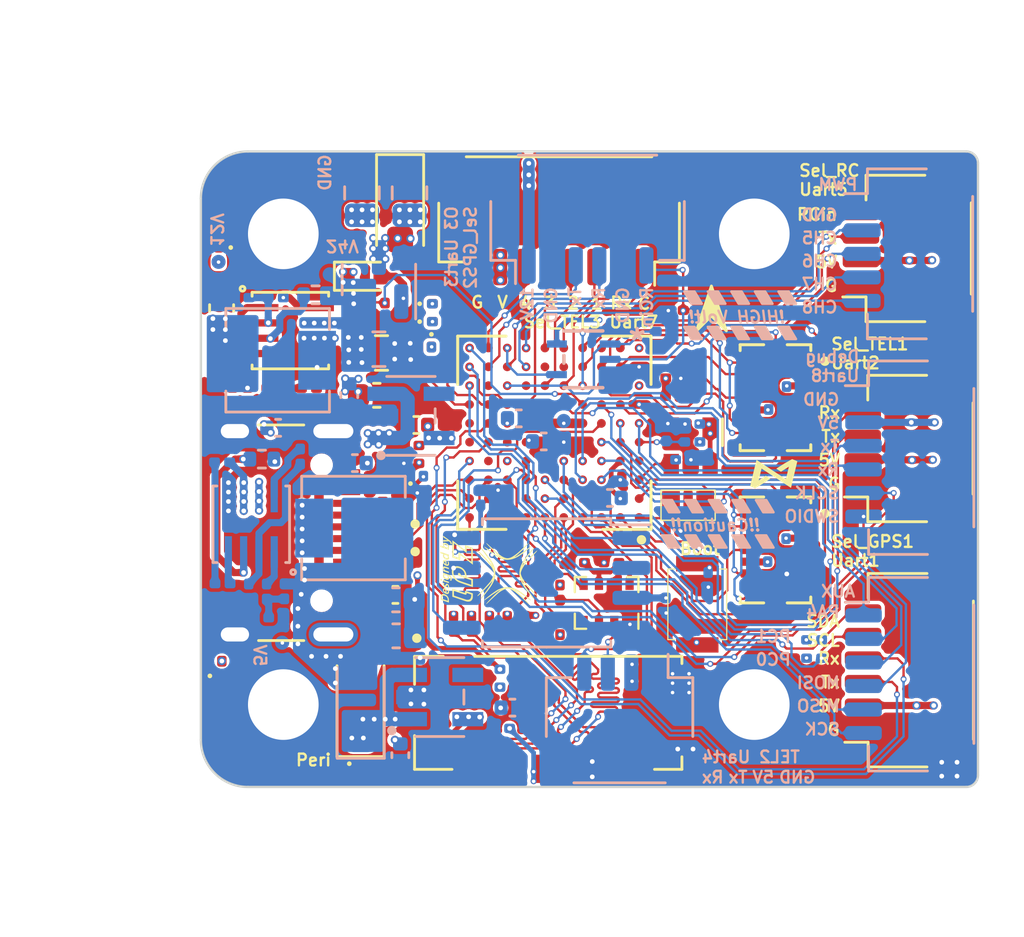
<source format=kicad_pcb>
(kicad_pcb (version 20221018) (generator pcbnew)
  (title_block (title "NxtPX4V2") (date "2023-12-11") (rev "Khalil") (company "HKUST DJI") (comment 1 "定板"))
  (layers (0 "F.Cu" signal) (1 "In1.Cu" power) (2 "In2.Cu" power) (31 "B.Cu" signal) (34 "B.Paste" user) (35 "F.Paste" user) (36 "B.SilkS" user "B.Silkscreen") (37 "F.SilkS" user "F.Silkscreen") (38 "B.Mask" user) (39 "F.Mask" user) (44 "Edge.Cuts" user))
  (net 0 "")
  (net 1 "VCC_24V")
  (net 2 "Net-(U11B-BOOT0)")
  (net 3 "/VBUS")
  (net 4 "VCC_BAT")
  (net 5 "/ADC1_INP4_BATT_V")
  (net 6 "Net-(U1-VCC)")
  (net 7 "Net-(U4-VCC)")
  (net 8 "Net-(U1-SW)")
  (net 9 "Net-(U4-SW)")
  (net 10 "/LED_RED")
  (net 11 "/LED_BLUE")
  (net 12 "/LED_GREEN")
  (net 13 "/UART4_RX")
  (net 14 "/UART4_TX")
  (net 15 "/UART5_RX")
  (net 16 "/UART5_TX")
  (net 17 "/UART7_RX")
  (net 18 "/UART7_TX")
  (net 19 "/USART1_CK")
  (net 20 "/USART1_RX")
  (net 21 "/USART1_TX")
  (net 22 "/USART2_CK")
  (net 23 "/USART2_RX")
  (net 24 "/USART2_TX")
  (net 25 "/USART3_CK")
  (net 26 "/USART3_RX")
  (net 27 "/USART3_TX")
  (net 28 "/SCLK")
  (net 29 "/SWDIO")
  (net 30 "Net-(U11B-PH0-OSC_IN)")
  (net 31 "Net-(U11A-PC14-OSC32_IN)")
  (net 32 "Net-(U11A-PC15-OSC32_OUT)")
  (net 33 "/UART8_TX")
  (net 34 "/UART8_RX")
  (net 35 "/TIM1_CH1")
  (net 36 "/TIM1_CH2")
  (net 37 "/TIM1_CH3")
  (net 38 "/TIM1_CH4")
  (net 39 "/ADC2_INP8_BATT_I")
  (net 40 "/TIM3_CH3")
  (net 41 "/SDMMC1_D2")
  (net 42 "/SDMMC1_D3")
  (net 43 "/SDMMC1_CMD")
  (net 44 "/SDMMC1_CK")
  (net 45 "/SDMMC1_D0")
  (net 46 "/SDMMC1_D1")
  (net 47 "/TIM3_CH4")
  (net 48 "/TIM2_CH3")
  (net 49 "/TIM2_CH4")
  (net 50 "/EX_SPI3_MISO")
  (net 51 "/EX_SPI3_SCK")
  (net 52 "/EX_SPI3_MOSI")
  (net 53 "/EX_I2C4_SCL")
  (net 54 "/EX_I2C4_SDA")
  (net 55 "/AUX3_PA4")
  (net 56 "Net-(R11-Pad2)")
  (net 57 "Net-(R12-Pad2)")
  (net 58 "/Baro_I2C1_SCL")
  (net 59 "/Baro_I2C1_SDA")
  (net 60 "/BMI088_1_ACS")
  (net 61 "/BMI088_1_SCK")
  (net 63 "/BMI088_1_ADR")
  (net 64 "/BMI088_1_GDR")
  (net 65 "/Baro_I2C1_DR")
  (net 66 "/FRAM_SPI2_SCK")
  (net 68 "/BMI088_1_MISO")
  (net 69 "/FRAM_SPI2_~{CS}")
  (net 70 "/BMI088_1_GCS")
  (net 71 "System_5V")
  (net 72 "/BMI088_1_MOSI")
  (net 74 "/FRAM_SPI2_MOSI")
  (net 75 "/BMI088_0_ADR")
  (net 77 "Core_3V3")
  (net 78 "Net-(C17-Pad1)")
  (net 79 "Periph_3V3")
  (net 80 "/NRST")
  (net 81 "Net-(C21-Pad1)")
  (net 82 "System_4V5")
  (net 83 "/BMI088_0_GDR")
  (net 84 "Net-(D6-A)")
  (net 85 "Net-(D8-K)")
  (net 86 "Net-(D9-K)")
  (net 87 "Net-(D10-K)")
  (net 88 "Net-(D11-K)")
  (net 89 "Net-(D12-K)")
  (net 90 "Net-(D13-K)")
  (net 91 "Net-(D14-K)")
  (net 92 "Net-(J1-CC1)")
  (net 94 "CAM_9V")
  (net 95 "Net-(J1-CC2)")
  (net 97 "/BMI088_0_SCK")
  (net 98 "Net-(U1-EN{slash}SYNC)")
  (net 99 "Net-(U1-PG)")
  (net 100 "Net-(U4-EN{slash}SYNC)")
  (net 101 "Net-(U4-PG)")
  (net 102 "Net-(U1-BST)")
  (net 103 "Net-(U1-FB)")
  (net 105 "/SBUS_INV")
  (net 106 "Net-(U4-BST)")
  (net 107 "Net-(U4-FB)")
  (net 109 "GND")
  (net 111 "/FRAM_SPI2_MISO")
  (net 112 "/BMI088_0_ACS")
  (net 113 "/BMI088_0_MISO")
  (net 115 "/SBUS")
  (net 116 "/BMI088_0_GCS")
  (net 117 "/USB_OTG_FS_DP")
  (net 118 "/USB_OTG_FS_DM")
  (net 119 "/BMI088_0_MOSI")
  (net 127 "/AUX1_PC0")
  (net 128 "/AUX2_PC1")
  (net 129 "/UART6_RX")
  (net 130 "Net-(C27-Pad2)")
  (net 131 "Net-(C28-Pad2)")
  (net 132 "/UART6_TX")
  (footprint "LED_SMD:LED_0201_0603Metric" (layer "F.Cu") (at 98.04 74.11 180)
    (fp_text reference "D8")
    (fp_text value "LED_Blue(0201)")
  )
  (footprint "Package_LGA:Bosch_LGA-8_2x2.5mm_P0.65mm_ClockwisePinNumbering" (layer "F.Cu") (at 107.23 79.18 180)
    (fp_text reference "U13")
    (fp_text value "SPL06")
  )
  (footprint "Capacitor_SMD:C_0201_0603Metric" (layer "F.Cu") (at 105.97 77.47 180)
    (fp_text reference "C40")
    (fp_text value "100nF(0201 10V 10%)")
  )
  (footprint "Capacitor_SMD:C_0201_0603Metric" (layer "F.Cu") (at 94.59 70.06)
    (fp_text reference "C21")
    (fp_text value "100nF(0201 25V 10%)")
  )
  (footprint "NxtPX4:MiniTP" (layer "F.Cu") (at 97.99 86.51)
    (fp_text reference "TP5" hide)
    (fp_text value "3.3V_Peri_TP")
  )
  (footprint "Resistor_SMD:R_0201_0603Metric" (layer "F.Cu") (at 105.25 80.21 -90)
    (fp_text reference "R36")
    (fp_text value "10.0kR(0201)")
  )
  (footprint "NxtPX4:M2MountingHole" (layer "F.Cu") (at 113.5 63.5)
    (fp_text reference "H1" hide)
    (fp_text value "MountingHole_Pad")
  )
  (footprint "Capacitor_SMD:C_0201_0603Metric" (layer "F.Cu") (at 110.06 69.63)
    (fp_text reference "C32")
    (fp_text value "1uF(0201 6.3V)")
  )
  (footprint "Capacitor_SMD:C_0201_0603Metric" (layer "F.Cu") (at 110.04 76.12)
    (fp_text reference "C35")
    (fp_text value "12.0pF(0201 10V)")
  )
  (footprint "NxtPX4:3x2.5PushButton" (layer "F.Cu") (at 111.08 79.24 90)
    (fp_text reference "BOOT1")
    (fp_text value "TD-1183SN-1.5H(3x2.5)")
  )
  (footprint "LED_SMD:LED_0201_0603Metric" (layer "F.Cu") (at 100.15 66.47)
    (fp_text reference "D12")
    (fp_text value "LED_RED(0201)")
  )
  (footprint "Capacitor_SMD:C_0603_1608Metric" (layer "F.Cu") (at 97.47 70.36)
    (fp_text reference "C2")
    (fp_text value "10uF(0603 35V 20%)")
  )
  (footprint "NxtPX4:USB_C_Small" (layer "F.Cu") (at 92.52 76.2 -90)
    (fp_text reference "J1")
    (fp_text value "USB_C_Receptacle_USB2.0")
  )
  (footprint "NxtPX4:BMI088" (layer "F.Cu") (at 114.4 76.93 -90)
    (fp_text reference "U14")
    (fp_text value "BMI088")
  )
  (footprint "NxtPX4:MP9943GQ-Z" (layer "F.Cu") (at 93.8 67.61)
    (fp_text reference "U4")
    (fp_text value "MP9943GQ-Z" hide)
  )
  (footprint "Capacitor_SMD:C_0603_1608Metric" (layer "F.Cu") (at 90.88 66.65 90)
    (fp_text reference "C26")
    (fp_text value "22uF(0603 16V)")
  )
  (footprint "LED_SMD:LED_0201_0603Metric" (layer "F.Cu") (at 99.79 68.6275 -90)
    (fp_text reference "D13")
    (fp_text value "LED_BLUE(0201)")
  )
  (footprint "Capacitor_SMD:C_0402_1005Metric" (layer "F.Cu") (at 99.15 71.62 180)
    (fp_text reference "C14")
    (fp_text value "1uF(0402 10V 10%)")
  )
  (footprint "NxtPX4:LSE(2012)" (layer "F.Cu") (at 110.69 75.03 180)
    (fp_text reference "Y2")
    (fp_text value "ABS07 (32.768kHZ)")
  )
  (footprint "NxtPX4:PESD5V0F1BL" (layer "F.Cu") (at 98.1 77 180)
    (fp_text reference "D4")
    (fp_text value "PESD5V0F1BL" hide)
  )
  (footprint "Capacitor_SMD:C_0201_0603Metric" (layer "F.Cu") (at 110.05 70.4)
    (fp_text reference "C31")
    (fp_text value "100nF(0201 6.3V)")
  )
  (footprint "Diode_SMD:D_SOD-123F" (layer "F.Cu") (at 98.46 62.3425 -90)
    (fp_text reference "D3")
    (fp_text value " SMF30CA(30V)")
  )
  (footprint "Resistor_SMD:R_0201_0603Metric" (layer "F.Cu") (at 90.51 69.61 90)
    (fp_text reference "R16")
    (fp_text value "2.90k-4.02kR(0201 25V) / 3k for 12V")
  )
  (footprint "LED_SMD:LED_0201_0603Metric" (layer "F.Cu") (at 100.15 67.23)
    (fp_text reference "D14")
    (fp_text value "LED_Green(0201)")
  )
  (footprint "Resistor_SMD:R_0201_0603Metric" (layer "F.Cu") (at 98.04 77.97 180)
    (fp_text reference "R1")
    (fp_text value "5.1kR(0201)")
  )
  (footprint "Resistor_SMD:R_0201_0603Metric" (layer "F.Cu") (at 90.89 83.435 90)
    (fp_text reference "R20")
    (fp_text value "10kR(0201)")
  )
  (footprint "Capacitor_SMD:C_0201_0603Metric" (layer "F.Cu") (at 98.94 72.49 180)
    (fp_text reference "C19")
    (fp_text value "100nF(0201 10V 10%)")
  )
  (footprint "NxtPX4:1x06-1MP_P1.00mm_Horizontal" (layer "F.Cu") (at 120.12 82.04 90)
    (fp_text reference "J3")
    (fp_text value "GPS")
  )
  (footprint "NxtPX4:M2MountingHole" (layer "F.Cu") (at 113.5 83.5)
    (fp_text reference "H2" hide)
    (fp_text value "MountingHole_Pad")
  )
  (footprint "Resistor_SMD:R_0201_0603Metric" (layer "F.Cu") (at 100.73 80.07 90)
    (fp_text reference "R34")
    (fp_text value "10kR(0201)")
  )
  (footprint "NxtPX4:BMI088" (layer "F.Cu") (at 114.4 70.46 -90)
    (fp_text reference "U15")
    (fp_text value "BMI088")
  )
  (footprint "Capacitor_SMD:C_0805_2012Metric" (layer "F.Cu") (at 97.67 68.56)
    (fp_text reference "C1")
    (fp_text value "22uF(0805 35V 20%)")
  )
  (footprint "NxtPX4:Uav_logo" (layer "F.Cu") (at 102.946266 77.924056)
    (fp_text reference "U5" hide)
    (fp_text value "UAV_LOGO")
  )
  (footprint "Capacitor_SMD:C_0201_0603Metric" (layer "F.Cu") (at 97.82 66.76 -90)
    (fp_text reference "C22")
    (fp_text value "100nF(0201 10.0V 10%)")
  )
  (footprint "NxtPX4:my_signature" (layer "F.Cu") (at 100.857917 77.834862 90)
    (fp_text reference "U8" hide)
    (fp_text value "Signature" hide)
  )
  (footprint "Resistor_SMD:R_0201_0603Metric" (layer "F.Cu") (at 98.04 74.87 180)
    (fp_text reference "R2")
    (fp_text value "5.1kR(0201)")
  )
  (footprint "NxtPX4:STM32H743VIHBGA100C80P10X10_800X800X110N" (layer "F.Cu") (at 105.01 71.95 180)
    (fp_text reference "U11")
    (fp_text value "STM32H743VIH6")
  )
  (footprint "NxtPX4:Direction_Logo" (layer "F.Cu") (at 111.68 66.985)
    (fp_text reference "U6" hide)
    (fp_text value "Direction_Logo")
  )
  (footprint "NxtPX4:01x04_MP_sh1.0_Hori" (layer "F.Cu") (at 120.105 72.62 90)
    (fp_text reference "J4")
    (fp_text value "UART2")
  )
  (footprint "LED_SMD:LED_0201_0603Metric" (layer "F.Cu") (at 90.76 64.385 -90)
    (fp_text reference "D11")
    (fp_text value "LED_Blue(0201)")
  )
  (footprint "Resistor_SMD:R_0201_0603Metric" (layer "F.Cu") (at 91.27 68.89 -90)
    (fp_text reference "R12")
    (fp_text value "51kR(0201 25V)")
  )
  (footprint "Diode_SMD:D_SOD-123F" (layer "F.Cu") (at 96.78 83.5 90)
    (fp_text reference "D5")
    (fp_text value "DSS34(3A 500mV)")
  )
  (footprint "Diode_SMD:D_SOD-523" (layer "F.Cu") (at 96.93 65.3)
    (fp_text reference "D6")
    (fp_text value "BZX584C9V1")
  )
  (footprint "Resistor_SMD:R_0201_0603Metric" (layer "F.Cu") (at 105.25 78.74 90)
    (fp_text reference "R37")
    (fp_text value "10.0kR(0201)")
  )
  (footprint "Resistor_SMD:R_0201_0603Metric" (layer "F.Cu") (at 103.77 80.07 90)
    (fp_text reference "R33")
    (fp_text value "10kR(0201)")
  )
  (footprint "NxtPX4:PESD5V0F1BL" (layer "F.Cu") (at 98.1 75.83 180)
    (fp_text reference "D2")
    (fp_text value "PESD5V0F1BL" hide)
  )
  (footprint "Resistor_SMD:R_0201_0603Metric" (layer "F.Cu") (at 110.16 66.75)
    (fp_text reference "R23")
    (fp_text value "10kR(0201)")
  )
  (footprint "Capacitor_SMD:C_0201_0603Metric" (layer "F.Cu") (at 107.43 77.47 180)
    (fp_text reference "C38")
    (fp_text value "100nF(0201 10V 10%)")
  )
  (footprint "Resistor_SMD:R_0201_0603Metric" (layer "F.Cu") (at 91.66 70.05)
    (fp_text reference "R17")
    (fp_text value "41.2kR(0201 25V)")
  )
  (footprint "Capacitor_SMD:C_0201_0603Metric" (layer "F.Cu") (at 98.05 79.71)
    (fp_text reference "C11")
    (fp_text value "100nF(0201 16V 10%)")
  )
  (footprint "Capacitor_SMD:C_0402_1005Metric" (layer "F.Cu") (at 98.26 78.84)
    (fp_text reference "C9")
    (fp_text value "1uF(0402 16V 10%)")
  )
  (footprint "Resistor_SMD:R_0201_0603Metric" (layer "F.Cu") (at 95.285 86.52)
    (fp_text reference "R19")
    (fp_text value "10kR(0201)")
  )
  (footprint "Resistor_SMD:R_0201_0603Metric" (layer "F.Cu") (at 103.01 80.07 90)
    (fp_text reference "R32")
    (fp_text value "10kR(0201)")
  )
  (footprint "NxtPX4:01x08_MP_sh1.0_Hori" (layer "F.Cu") (at 105.21 62.91 180)
    (fp_text reference "J6")
    (fp_text value "ESC")
  )
  (footprint "Oscillator:Oscillator_SMD_Abracon_ASDMB-4Pin_2.5x2.0mm" (layer "F.Cu") (at 110.8 72.5 180)
    (fp_text reference "Y1")
    (fp_text value "SG-210STF/ X1G004171002700")
  )
  (footprint "NxtPX4:M2MountingHole" (layer "F.Cu") (at 93.5 83.5)
    (fp_text reference "H3" hide)
    (fp_text value "MountingHole_Pad")
  )
  (footprint "Resistor_SMD:R_0201_0603Metric" (layer "F.Cu") (at 102.25 80.07 90)
    (fp_text reference "R31")
    (fp_text value "10kR(0201)")
  )
  (footprint "Resistor_SMD:R_0201_0603Metric" (layer "F.Cu") (at 96.7 66.41)
    (fp_text reference "R14")
    (fp_text value "200.0kR(0201 50V)")
  )
  (footprint "LED_SMD:LED_0201_0603Metric" (layer "F.Cu") (at 96.76 86.52)
    (fp_text reference "D9")
    (fp_text value "LED_Blue(0201)")
  )
  (footprint "Capacitor_SMD:C_0201_0603Metric" (layer "F.Cu") (at 98.94 73.25 180)
    (fp_text reference "C16")
    (fp_text value "100nF(0201 10V 10%)")
  )
  (footprint "Resistor_SMD:R_0201_0603Metric" (layer "F.Cu") (at 96.7 67.17)
    (fp_text reference "R15")
    (fp_text value "22.0kR(0201 50V)")
  )
  (footprint "NxtPX4:01x04_MP_sh1.0_Hori" (layer "F.Cu") (at 120.03 64.12 90)
    (fp_text reference "J7")
    (fp_text value "Upper computer connector")
  )
  (footprint "Resistor_SMD:R_0201_0603Metric" (layer "F.Cu") (at 93.12 70.06)
    (fp_text reference "R10")
    (fp_text value "20R(0201 25V)")
  )
  (footprint "NxtPX4:M2MountingHole" (layer "F.Cu") (at 93.5 63.5)
    (fp_text reference "H4" hide)
    (fp_text value "MountingHole_Pad")
  )
  (footprint "NxtPX4:NxtLOGO" (layer "F.Cu") (at 114.33 73.01)
    (fp_text reference "U7" hide)
    (fp_text value "NxtLOGO")
  )
  (footprint "Resistor_SMD:R_0201_0603Metric" (layer "F.Cu") (at 90.76 62.935 -90)
    (fp_text reference "R21")
    (fp_text value "20kR(0201 9V)")
  )
  (footprint "LED_SMD:LED_0201_0603Metric" (layer "F.Cu") (at 90.89 81.9775 90)
    (fp_text reference "D10")
    (fp_text value "LED_Blue(0201)")
  )
  (footprint "Resistor_SMD:R_0201_0603Metric" (layer "F.Cu") (at 101.49 80.07 90)
    (fp_text reference "R35")
    (fp_text value "10kR(0201)")
  )
  (footprint "Capacitor_SMD:C_0201_0603Metric" (layer "F.Cu") (at 111.5 76.12 180)
    (fp_text reference "C36")
    (fp_text value "12.0pF(0201 10V)")
  )
  (footprint "NxtPX4:TF-SMD_TF-021B-H265" (layer "F.Cu") (at 105.2 83.31)
    (fp_text reference "J10")
    (fp_text value "Micro_SD_Card" hide)
  )
  (footprint "Resistor_SMD:R_0201_0603Metric" (layer "F.Cu") (at 98.61 66.57 -90)
    (fp_text reference "R7")
    (fp_text value "100kR(0201 50V)")
  )
  (footprint "NxtPX4:PESD12VV1BL_315" (layer "F.Cu") (at 98.12 80.68 180)
    (fp_text reference "D1")
    (fp_text value "PESD12VV1BL" hide)
  )
  (footprint "Capacitor_SMD:C_0402_1005Metric" (layer "B.Cu") (at 96.54 73.24 180)
    (fp_text reference "C5")
    (fp_text value "1uF(0402 16V 10%)")
  )
  (footprint "Diode_SMD:D_SOD-123F" (layer "B.Cu") (at 96.79 83.57 90)
    (fp_text reference "D7")
    (fp_text value "DSS34(3A 500mV)")
  )
  (footprint "NxtPX4:MiniTP" (layer "B.Cu") (at 95.47 65.22 180)
    (fp_text reference "TP1" hide)
    (fp_text value "24V_TP")
  )
  (footprint "NxtPX4:DCK5" (layer "B.Cu") (at 106.24 68.83 180)
    (fp_text reference "U19")
    (fp_text value "SN74LVC1G86DCKR")
  )
  (footprint "Resistor_SMD:R_0201_0603Metric" (layer "B.Cu") (at 94.22 72.96 90)
    (fp_text reference "R4")
    (fp_text value "100kR(0201 25V)")
  )
  (footprint "NxtPX4:01x05_MP_sh1.0_Hori" (layer "B.Cu") (at 120.09 64.35 -90)
    (fp_text reference "J8")
    (fp_text value "PWM_AUX")
  )
  (footprint "Capacitor_SMD:C_0402_1005Metric" (layer "B.Cu") (at 93.28 71.74)
    (fp_text reference "C4")
    (fp_text value "1uF(0402 35V 10%)")
  )
  (footprint "Capacitor_SMD:C_0201_0603Metric" (layer "B.Cu") (at 114.11 71.28 -90)
    (fp_text reference "C45")
    (fp_text value "100.0nF(0201 10V)")
  )
  (footprint "NxtPX4:1x06-1MP_P1.00mm_Horizontal" (layer "B.Cu") (at 120.14 82.21 -90)
    (fp_text reference "J12")
    (fp_text value "AuxGPIO")
  )
  (footprint "Capacitor_SMD:C_0805_2012Metric" (layer "B.Cu") (at 97.56 68.4)
    (fp_text reference "C3")
    (fp_text value "22uF(0805 35V 20%)")
  )
  (footprint "Resistor_SMD:R_0201_0603Metric" (layer "B.Cu") (at 93.55 78.688307 90)
    (fp_text reference "R13")
    (fp_text value "41.2kR(0201 25V)")
  )
  (footprint "Capacitor_SMD:C_0201_0603Metric" (layer "B.Cu") (at 103.02 82)
    (fp_text reference "C20")
    (fp_text value "100nF(0201 10V 10%)")
  )
  (footprint "Resistor_SMD:R_0201_0603Metric" (layer "B.Cu") (at 90.92 78.36 180)
    (fp_text reference "R8")
    (fp_text value "20R(0201 25V)")
  )
  (footprint "Capacitor_SMD:C_0402_1005Metric" (layer "B.Cu") (at 103.23 83.63)
    (fp_text reference "C15")
    (fp_text value "1uF(0402 10V 10%)")
  )
  (footprint "NxtPX4:Caution" (layer "B.Cu") (at 112.05 75.87 180)
    (fp_text reference "U10" hide)
    (fp_text value "Caution")
  )
  (footprint "Capacitor_SMD:C_0201_0603Metric" (layer "B.Cu") (at 101.88 74.7 90)
    (fp_text reference "C39")
    (fp_text value "100nF(0201 10V 10%)")
  )
  (footprint "Capacitor_SMD:C_0402_1005Metric" (layer "B.Cu") (at 96.3 70.35 -90)
    (fp_text reference "C8")
    (fp_text value "1uF(0402 35V 10%)")
  )
  (footprint "Resistor_SMD:R_0201_0603Metric" (layer "B.Cu") (at 116.04 80.75 180)
    (fp_text reference "R30")
    (fp_text value "10.0kR(0201)")
  )
  (footprint "Package_TO_SOT_SMD:SOT-23" (layer "B.Cu") (at 97.56 65.44 90)
    (fp_text reference "Q1")
    (fp_text value "AP40P05")
  )
  (footprint "Capacitor_SMD:C_0201_0603Metric" (layer "B.Cu") (at 103.02 82.76)
    (fp_text reference "C18")
    (fp_text value "100nF(0201 10V 10%)")
  )
  (footprint "Resistor_SMD:R_0402_1005Metric" (layer "B.Cu") (at 94.87 66.09 180)
    (fp_text reference "R5")
    (fp_text value "1MR(0402 50V)")
  )
  (footprint "Resistor_SMD:R_0201_0603Metric" (layer "B.Cu") (at 100.15 66.47)
    (fp_text reference "R24")
    (fp_text value "10.0kR(0201)")
  )
  (footprint "Capacitor_SMD:C_0201_0603Metric" (layer "B.Cu") (at 109.75 79.29 90)
    (fp_text reference "C43")
    (fp_text value "100nF(0201 10V 10%)")
  )
  (footprint "Capacitor_SMD:C_0201_0603Metric" (layer "B.Cu") (at 110.87 71.58 180)
    (fp_text reference "C34")
    (fp_text value "100nF(0201 10V 10%)")
  )
  (footprint "Capacitor_SMD:C_0402_1005Metric" (layer "B.Cu") (at 107.37 74.72)
    (fp_text reference "C29")
    (fp_text value "4.7uF(0402 10V)")
  )
  (footprint "Package_SO:SOIC-8_5.23x5.23mm_P1.27mm" (layer "B.Cu") (at 104.68 78.33 180)
    (fp_text reference "U16")
    (fp_text value "W25Q128JVS")
  )
  (footprint "NxtPX4:1x06-1MP_P1.00mm_Horizontal" (layer "B.Cu") (at 106.42 62.84)
    (fp_text reference "J2")
    (fp_text value "DJIO3")
  )
  (footprint "Resistor_SMD:R_0201_0603Metric" (layer "B.Cu") (at 116.04 81.53 180)
    (fp_text reference "R29")
    (fp_text value "10.0kR(0201)")
  )
  (footprint "Resistor_SMD:R_0201_0603Metric" (layer "B.Cu") (at 93.18 66.21)
    (fp_text reference "R6")
    (fp_text value "100kR(0201 25V)")
  )
  (footprint "NxtPX4:1x06-1MP_P1.00mm_Horizontal" (layer "B.Cu") (at 120.14 73.01 -90)
    (fp_text reference "J11")
    (fp_text value "Debug")
  )
  (footprint "Resistor_SMD:R_0201_0603Metric" (layer "B.Cu") (at 92.79 78.698307 -90)
    (fp_text reference "R9")
    (fp_text value "51kR(0201 25V)")
  )
  (footprint "NxtPX4:high_voltage" (layer "B.Cu") (at 114.695 66.78 180)
    (fp_text reference "U9" hide)
    (fp_text value "high_voltage" hide)
  )
  (footprint "NxtPX4:MP9943GQ-Z" (layer "B.Cu") (at 92.14 75.838307 90)
    (fp_text reference "U1")
    (fp_text value "MP9943GQ-Z" hide)
  )
  (footprint "NxtPX4:RT9013-33GB" (layer "B.Cu") (at 100.14 83.18)
    (fp_text reference "U3")
    (fp_text value "RT9013-33GB" hide)
  )
  (footprint "Capacitor_SMD:C_0201_0603Metric" (layer "B.Cu") (at 92.03 78.698307 -90)
    (fp_text reference "C7")
    (fp_text value "100nF(0201 10V 10%)")
  )
  (footprint "Capacitor_SMD:C_0201_0603Metric" (layer "B.Cu") (at 110.48 73.1)
    (fp_text reference "C30")
    (fp_text value "15pF(0201 10V)")
  )
  (footprint "Capacitor_SMD:C_0402_1005Metric" (layer "B.Cu") (at 98.47 85.65 -90)
    (fp_text reference "C6")
    (fp_text value "1uF(0402 16V 10%)")
  )
  (footprint "Capacitor_SMD:C_0402_1005Metric" (layer "B.Cu") (at 104.56 72.32 180)
    (fp_text reference "C27")
    (fp_text value "2.2uF(0402 6.3V 10%)")
  )
  (footprint "Capacitor_SMD:C_0603_1608Metric" (layer "B.Cu") (at 98.29 80.58)
    (fp_text reference "C23")
    (fp_text value "22uF(0603 16V)")
  )
  (footprint "NxtPX4:MiniTP" (layer "B.Cu") (at 90.75 64.69 180)
    (fp_text reference "TP12" hide)
    (fp_text value "CAM_9V")
  )
  (footprint "Resistor_SMD:R_0201_0603Metric" (layer "B.Cu") (at 109.66 67.65 180)
    (fp_text reference "R38")
    (fp_text value "10kR(0201)")
  )
  (footprint "Resistor_SMD:R_0201_0603Metric" (layer "B.Cu") (at 99.45 74.115 90)
    (fp_text reference "R18")
    (fp_text value "10kR(0201)")
  )
  (footprint "NxtPX4:Inductor_0420" (layer "B.Cu") (at 93.26 68.87 180)
    (fp_text reference "L2")
    (fp_text value "10uH(0420)(78438357100)")
  )
  (footprint "Capacitor_SMD:C_0402_1005Metric" (layer "B.Cu") (at 103.5 71.34 180)
    (fp_text reference "C28")
    (fp_text value "2.2uF(0402 6.3V 10%)")
  )
  (footprint "Capacitor_SMD:C_0201_0603Metric" (layer "B.Cu") (at 91.72 66.21 180)
    (fp_text reference "C10")
    (fp_text value "100nF(0201 10V 10%)")
  )
  (footprint "NxtPX4:Inductor_0420" (layer "B.Cu") (at 96.48 76)
    (fp_text reference "L1")
    (fp_text value "10uH(0420)(78438357100)")
  )
  (footprint "NxtPX4:MiniTP" (layer "B.Cu") (at 105.41 71.45 180)
    (fp_text reference "TP2" hide)
    (fp_text value "3.3V_Core_TP")
  )
  (footprint "Capacitor_SMD:C_0201_0603Metric" (layer "B.Cu") (at 90.9 73.2)
    (fp_text reference "C17")
    (fp_text value "100nF(0201 25V 10%)")
  )
  (footprint "Resistor_SMD:R_0201_0603Metric" (layer "B.Cu") (at 111.54 78.21 90)
    (fp_text reference "R28")
    (fp_text value "10kR(0201)")
  )
  (footprint "Resistor_SMD:R_0201_0603Metric" (layer "B.Cu") (at 93.2 79.81 180)
    (fp_text reference "R11")
    (fp_text value "7.68kR(0201 25V)")
  )
  (footprint "Capacitor_SMD:C_0201_0603Metric" (layer "B.Cu") (at 114.07 77.75 -90)
    (fp_text reference "C44")
    (fp_text value "100.0nF(0201 10V)")
  )
  (footprint "Capacitor_SMD:C_0201_0603Metric" (layer "B.Cu") (at 103.43 84.51)
    (fp_text reference "C37")
    (fp_text value "100nF(0201 10V 10%)")
  )
  (footprint "NxtPX4:MiniTP" (layer "B.Cu") (at 93.45 80.87 180)
    (fp_text reference "TP9" hide)
    (fp_text value "5V_System")
  )
  (footprint "Resistor_SMD:R_0402_1005Metric" (layer "B.Cu") (at 92.59 73.07 180)
    (fp_text reference "R3")
    (fp_text value "1MR(0402 50V)")
  )
  (footprint "Capacitor_SMD:C_0805_2012Metric" (layer "B.Cu") (at 98.86 61.76 90)
    (fp_text reference "C12")
    (fp_text value "22uF(0805 35V 20%)")
  )
  (footprint "Resistor_SMD:R_0201_0603Metric" (layer "B.Cu") (at 100.15 67.23)
    (fp_text reference "R26")
    (fp_text value "10.0kR(0201)")
  )
  (footprint "Capacitor_SMD:C_0201_0603Metric" (layer "B.Cu") (at 109.76 71.98 90)
    (fp_text reference "C33")
    (fp_text value "100nF(0201 10V 10%)")
  )
  (footprint "Capacitor_SMD:C_0201_0603Metric" (layer "B.Cu") (at 114.85 76.77 -90)
    (fp_text reference "C41")
    (fp_text value "100.0nF(0201 10V)")
  )
  (footprint "Capacitor_SMD:C_0805_2012Metric" (layer "B.Cu") (at 96.84 61.76 90)
    (fp_text reference "C13")
    (fp_text value "22uF(0805 35V 20%)")
  )
  (footprint "Resistor_SMD:R_0201_0603Metric" (layer "B.Cu") (at 110.87 72.34 180)
    (fp_text reference "R27")
    (fp_text value "10kR(0201)")
  )
  (footprint "Capacitor_SMD:C_0201_0603Metric" (layer "B.Cu") (at 114.87 70.31 -90)
    (fp_text reference "C42")
    (fp_text value "100.0nF(0201 10V)")
  )
  (footprint "NxtPX4:01x04_MP_sh1.0_Hori" (layer "B.Cu") (at 107.78 84.14 180)
    (fp_text reference "J5")
    (fp_text value "Upper computer connector")
  )
  (footprint "NxtPX4:RT9013-33GB" (layer "B.Cu") (at 98.92 71.2342)
    (fp_text reference "U2")
    (fp_text value "RT9013-33GB" hide)
  )
  (footprint "Capacitor_SMD:C_0603_1608Metric" (layer "B.Cu") (at 98.28 79.05)
    (fp_text reference "C24")
    (fp_text value "22uF(0603 16V)")
  )
  (footprint "Resistor_SMD:R_0201_0603Metric" (layer "B.Cu") (at 99.79 68.63 -90)
    (fp_text reference "R25")
    (fp_text value "10.0kR(0201)")
  )
  (gr_line (start 123 86.5) (end 123 60.5) (stroke (width 0.1)) (layer "Edge.Cuts"))
  (gr_line (start 90 85) (end 90 62) (stroke (width 0.1)) (layer "Edge.Cuts"))
  (gr_arc (start 123 86.5) (mid 122.853554 86.853554) (end 122.5 87) (stroke (width 0.1)) (layer "Edge.Cuts"))
  (gr_line (start 92 87) (end 122.5 87) (stroke (width 0.1)) (layer "Edge.Cuts"))
  (gr_line (start 92 60) (end 122.5 60) (stroke (width 0.1)) (layer "Edge.Cuts"))
  (gr_arc (start 92 87) (mid 90.585786 86.414214) (end 90 85) (stroke (width 0.1)) (layer "Edge.Cuts"))
  (gr_arc (start 122.5 60) (mid 122.853554 60.146446) (end 123 60.5) (stroke (width 0.1)) (layer "Edge.Cuts"))
  (gr_arc (start 90 62) (mid 90.585796 60.585796) (end 92 60) (stroke (width 0.1)) (layer "Edge.Cuts"))
  (gr_text "5V" (at 117.17 71.824) (layer "B.SilkS") (effects (font (size 0.5 0.5) (thickness 0.1) bold) (justify left bottom mirror)))
  (gr_text "Tx" (at 117.17 72.818) (layer "B.SilkS") (effects (font (size 0.5 0.5) (thickness 0.1) bold) (justify left bottom mirror)))
  (gr_text "AUX" (at 117.84 78.98) (layer "B.SilkS") (effects (font (size 0.5 0.5) (thickness 0.1) bold) (justify left bottom mirror)))
  (gr_text "RCin" (at 109.226 65.71 90) (layer "B.SilkS") (effects (font (size 0.5 0.5) (thickness 0.1) bold) (justify left bottom mirror)))
  (gr_text "GND" (at 108.21 65.71 90) (layer "B.SilkS") (effects (font (size 0.5 0.5) (thickness 0.1) bold) (justify left bottom mirror)))
  (gr_text "O3 Uart3\nSel_GPS2" (at 101.74 62.27 90) (layer "B.SilkS") (effects (font (size 0.5 0.5) (thickness 0.1) bold) (justify left bottom mirror)))
  (gr_text "PC0" (at 115.11 81.88) (layer "B.SilkS") (effects (font (size 0.5 0.5) (thickness 0.1) bold) (justify left bottom mirror)))
  (gr_text "Rx" (at 107.194 65.71 90) (layer "B.SilkS") (effects (font (size 0.5 0.5) (thickness 0.1) bold) (justify left bottom mirror)))
  (gr_text "PC1" (at 115.11 80.9) (layer "B.SilkS") (effects (font (size 0.5 0.5) (thickness 0.1) bold) (justify left bottom mirror)))
  (gr_text "CH5" (at 117.09 63.970278) (layer "B.SilkS") (effects (font (size 0.5 0.5) (thickness 0.1) bold) (justify left bottom mirror)))
  (gr_text "CH8" (at 117.09 66.909444) (layer "B.SilkS") (effects (font (size 0.5 0.5) (thickness 0.1) bold) (justify left bottom mirror)))
  (gr_text "5V" (at 114.400951 86.88) (layer "B.SilkS") (effects (font (size 0.5 0.5) (thickness 0.1) bold) (justify left bottom mirror)))
  (gr_text "CH7" (at 117.09 65.929722) (layer "B.SilkS") (effects (font (size 0.5 0.5) (thickness 0.1) bold) (justify left bottom mirror)))
  (gr_text "SWDIO" (at 117.17 75.8) (layer "B.SilkS") (effects (font (size 0.5 0.5) (thickness 0.1) bold) (justify left bottom mirror)))
  (gr_text "SCK" (at 117.19 84.84) (layer "B.SilkS") (effects (font (size 0.5 0.5) (thickness 0.1) bold) (justify left bottom mirror)))
  (gr_text "GND" (at 117.09 62.990556) (layer "B.SilkS") (effects (font (size 0.5 0.5) (thickness 0.1) bold) (justify left bottom mirror)))
  (gr_text "Rx" (at 117.17 73.812) (layer "B.SilkS") (effects (font (size 0.5 0.5) (thickness 0.1) bold) (justify left bottom mirror)))
  (gr_text "24V\n" (at 95.25 63.72 180) (layer "B.SilkS") (effects (font (size 0.5 0.5) (thickness 0.1) bold) (justify left bottom mirror)))
  (gr_text "12V" (at 104.146 65.71 90) (layer "B.SilkS") (effects (font (size 0.5 0.5) (thickness 0.1) bold) (justify left bottom mirror)))
  (gr_text "PWM" (at 117.94 61.7) (layer "B.SilkS") (effects (font (size 0.5 0.5) (thickness 0.1) bold) (justify left bottom mirror)))
  (gr_text "5V" (at 92.21 81.93 270) (layer "B.SilkS") (effects (font (size 0.5 0.5) (thickness 0.1) bold) (justify left bottom mirror)))
  (gr_text "MOSI" (at 117.19 82.87) (layer "B.SilkS") (effects (font (size 0.5 0.5) (thickness 0.1) bold) (justify left bottom mirror)))
  (gr_text "Rx" (at 112.255344 86.88) (layer "B.SilkS") (effects (font (size 0.5 0.5) (thickness 0.1) bold) (justify left bottom mirror)))
  (gr_text "Tx" (at 106.178 65.71 90) (layer "B.SilkS") (effects (font (size 0.5 0.5) (thickness 0.1) bold) (justify left bottom mirror)))
  (gr_text "TEL2 Uart4" (at 115.49 86.02) (layer "B.SilkS") (effects (font (size 0.5 0.5) (thickness 0.1) bold) (justify left bottom mirror)))
  (gr_text "CH6" (at 117.09 64.95) (layer "B.SilkS") (effects (font (size 0.5 0.5) (thickness 0.1) bold) (justify left bottom mirror)))
  (gr_text "GND" (at 117.17 70.83) (layer "B.SilkS") (effects (font (size 0.5 0.5) (thickness 0.1) bold) (justify left bottom mirror)))
  (gr_text "GND" (at 105.162 65.71 90) (layer "B.SilkS") (effects (font (size 0.5 0.5) (thickness 0.1) bold) (justify left bottom mirror)))
  (gr_text "MISO" (at 117.19 83.855) (layer "B.SilkS") (effects (font (size 0.5 0.5) (thickness 0.1) bold) (justify left bottom mirror)))
  (gr_text "SCLK" (at 117.17 74.806) (layer "B.SilkS") (effects (font (size 0.5 0.5) (thickness 0.1) bold) (justify left bottom mirror)))
  (gr_text "PA4" (at 117.18 79.85) (layer "B.SilkS") (effects (font (size 0.5 0.5) (thickness 0.1) bold) (justify left bottom mirror)))
  (gr_text "GND" (at 116.152328 86.88) (layer "B.SilkS") (effects (font (size 0.5 0.5) (thickness 0.1) bold) (justify left bottom mirror)))
  (gr_text "GND" (at 95.56 60.07 90) (layer "B.SilkS") (effects (font (size 0.5 0.5) (thickness 0.1) bold) (justify left bottom mirror)))
  (gr_text "Tx" (at 113.268624 86.88) (layer "B.SilkS") (effects (font (size 0.5 0.5) (thickness 0.1) bold) (justify left bottom mirror)))
  (gr_text "Debug\nUart8" (at 118.02 69.82) (layer "B.SilkS") (effects (font (size 0.5 0.5) (thickness 0.1) bold) (justify left bottom mirror)))
  (gr_text "12V" (at 90.38 64.08 270) (layer "B.SilkS") (effects (font (size 0.5 0.5) (thickness 0.1) bold) (justify left bottom mirror)))
  (gr_text "Tx" (at 116.16 63.98) (layer "F.SilkS") (effects (font (size 0.5 0.5) (thickness 0.1) bold) (justify left bottom)))
  (gr_text "Sel_GPS1\nUart1" (at 116.71 77.67) (layer "F.SilkS") (effects (font (size 0.5 0.5) (thickness 0.1) bold) (justify left bottom)))
  (gr_text "5V" (at 116.170001 73.407776) (layer "F.SilkS") (effects (font (size 0.5 0.5) (thickness 0.1) bold) (justify left bottom)))
  (gr_text "G" (at 116.574762 74.416664) (layer "F.SilkS") (effects (font (size 0.5 0.5) (thickness 0.1) bold) (justify left bottom)))
  (gr_text "Sel_TEL3 Uart7" (at 103.65 67.54) (layer "F.SilkS") (effects (font (size 0.5 0.5) (thickness 0.1) bold) (justify left bottom)))
  (gr_text "Rx" (at 116.17 71.39) (layer "F.SilkS") (effects (font (size 0.5 0.5) (thickness 0.1) bold) (justify left bottom)))
  (gr_text "C" (at 108.51 66.75) (layer "F.SilkS") (effects (font (size 0.5 0.5) (thickness 0.1) bold) (justify left bottom)))
  (gr_text "SDA" (at 115.65 80.25) (layer "F.SilkS") (effects (font (size 0.5 0.5) (thickness 0.1) bold) (justify left bottom)))
  (gr_text "G" (at 116.445714 65.997776) (layer "F.SilkS") (effects (font (size 0.5 0.5) (thickness 0.1) bold) (justify left bottom)))
  (gr_text "RCin" (at 115.255238 62.971112) (layer "F.SilkS") (effects (font (size 0.5 0.5) (thickness 0.1) bold) (justify left bottom)))
  (gr_text "Peri" (at 93.98 86.15) (layer "F.SilkS") (effects (font (size 0.5 0.5) (thickness 0.1) bold) (justify left bottom)))
  (gr_text "G" (at 116.554761 84.858888) (layer "F.SilkS") (effects (font (size 0.5 0.5) (thickness 0.1) bold) (justify left bottom)))
  (gr_text "4" (at 103.511786 66.74) (layer "F.SilkS") (effects (font (size 0.5 0.5) (thickness 0.1) bold) (justify left bottom)))
  (gr_text "5V" (at 116.15 83.85) (layer "F.SilkS") (effects (font (size 0.5 0.5) (thickness 0.1) bold) (justify left bottom)))
  (gr_text "2" (at 105.516785 66.74) (layer "F.SilkS") (effects (font (size 0.5 0.5) (thickness 0.1) bold) (justify left bottom)))
  (gr_text "3" (at 104.533571 66.74) (layer "F.SilkS") (effects (font (size 0.5 0.5) (thickness 0.1) bold) (justify left bottom)))
  (gr_text "1" (at 106.5 66.74) (layer "F.SilkS") (effects (font (size 0.5 0.5) (thickness 0.1) bold) (justify left bottom)))
  (gr_text "Tx" (at 116.269047 82.841112) (layer "F.SilkS") (effects (font (size 0.5 0.5) (thickness 0.1) bold) (justify left bottom)))
  (gr_text "Sel_TEL1\nUart2" (at 116.71 69.28) (layer "F.SilkS") (effects (font (size 0.5 0.5) (thickness 0.1) bold) (justify left bottom)))
  (gr_text "G" (at 101.42 66.7) (layer "F.SilkS") (effects (font (size 0.5 0.5) (thickness 0.1) bold) (justify left bottom)))
  (gr_text "Boot" (at 110.28 77.17) (layer "F.SilkS") (effects (font (size 0.5 0.5) (thickness 0.1) bold) (justify left bottom)))
  (gr_text "Rx" (at 107.33 66.73) (layer "F.SilkS") (effects (font (size 0.5 0.5) (thickness 0.1) bold) (justify left bottom)))
  (gr_text "SCL" (at 115.673809 81.07) (layer "F.SilkS") (effects (font (size 0.5 0.5) (thickness 0.1) bold) (justify left bottom)))
  (gr_text "Sel_RC\nUart5" (at 115.35 61.91) (layer "F.SilkS") (effects (font (size 0.5 0.5) (thickness 0.1) bold) (justify left bottom)))
  (gr_text "Tx" (at 116.289048 72.398888) (layer "F.SilkS") (effects (font (size 0.5 0.5) (thickness 0.1) bold) (justify left bottom)))
  (gr_text "V" (at 102.53 66.7) (layer "F.SilkS") (effects (font (size 0.5 0.5) (thickness 0.1) bold) (justify left bottom)))
  (gr_text "5V" (at 116.040953 64.988888) (layer "F.SilkS") (effects (font (size 0.5 0.5) (thickness 0.1) bold) (justify left bottom)))
  (gr_text "Rx" (at 116.149999 81.832224) (layer "F.SilkS") (effects (font (size 0.5 0.5) (thickness 0.1) bold) (justify left bottom)))
  (via (at 96.81 67.9) (size 0.35) (drill 0.2) (layers "F.Cu" "B.Cu") (net 1))
  (via (at 96.47 65.57) (size 0.35) (drill 0.2) (layers "F.Cu" "B.Cu") (net 1))
  (via (at 96.04 65.11) (size 0.35) (drill 0.2) (layers "F.Cu" "B.Cu") (net 1))
  (via (at 96.48 65.12) (size 0.35) (drill 0.2) (layers "F.Cu" "B.Cu") (net 1))
  (via (at 92.68 71.59) (size 0.35) (drill 0.2) (layers "F.Cu" "B.Cu") (net 1))
  (via (at 96.12 70.19) (size 0.35) (drill 0.2) (layers "F.Cu" "B.Cu") (net 1))
  (via (at 92.47 74.85) (size 0.35) (drill 0.2) (layers "F.Cu" "B.Cu") (net 1))
  (via (at 96.13 69.65) (size 0.35) (drill 0.2) (layers "F.Cu" "B.Cu") (net 1))
  (via (at 96.49 66.47) (size 0.35) (drill 0.2) (layers "F.Cu" "B.Cu") (net 1))
  (via (at 94.813334 67.29) (size 0.35) (drill 0.2) (layers "F.Cu" "B.Cu") (net 1))
  (via (at 92.47 75.253334) (size 0.35) (drill 0.2) (layers "F.Cu" "B.Cu") (net 1))
  (via (at 95.24 67.29) (size 0.35) (drill 0.2) (layers "F.Cu" "B.Cu") (net 1))
  (via (at 95.666668 67.29) (size 0.35) (drill 0.2) (layers "F.Cu" "B.Cu") (net 1))
  (via (at 96.26 67.9) (size 0.35) (drill 0.2) (layers "F.Cu" "B.Cu") (net 1))
  (via (at 93.14 73.18) (size 0.35) (drill 0.2) (layers "F.Cu" "B.Cu") (net 1))
  (via (at 96.28 68.43) (size 0.35) (drill 0.2) (layers "F.Cu" "B.Cu") (net 1))
  (via (at 96.04 65.56) (size 0.35) (drill 0.2) (layers "F.Cu" "B.Cu") (net 1))
  (via (at 92.47 74.043334) (size 0.35) (drill 0.2) (layers "F.Cu" "B.Cu") (net 1))
  (via (at 96.68 70.2) (size 0.35) (drill 0.2) (layers "F.Cu" "B.Cu") (net 1))
  (via (at 96.84 68.97) (size 0.35) (drill 0.2) (layers "F.Cu" "B.Cu") (net 1))
  (via (at 92.47 74.446667) (size 0.35) (drill 0.2) (layers "F.Cu" "B.Cu") (net 1))
  (via (at 96.81 68.41) (size 0.35) (drill 0.2) (layers "F.Cu" "B.Cu") (net 1))
  (via (at 94.386668 67.29) (size 0.35) (drill 0.2) (layers "F.Cu" "B.Cu") (net 1))
  (via (at 96.69 69.66) (size 0.35) (drill 0.2) (layers "F.Cu" "B.Cu") (net 1))
  (via (at 96.28 68.96) (size 0.35) (drill 0.2) (layers "F.Cu" "B.Cu") (net 1))
  (via (at 92.96 71.94) (size 0.35) (drill 0.2) (layers "F.Cu" "B.Cu") (net 1))
  (via (at 96.48 66.03) (size 0.35) (drill 0.2) (layers "F.Cu" "B.Cu") (net 1))
  (segment (start 95.47 65.22) (end 95.81 65.56) (width 0.4) (layer "B.Cu") (net 1))
  (segment (start 95.81 65.56) (end 96.04 65.56) (width 0.4) (layer "B.Cu") (net 1))
  (segment (start 111.16 77.32) (end 111.16 76.87) (width 0.1) (layer "F.Cu") (net 2))
  (via (at 111.6 77.68) (size 0.25) (drill 0.15) (layers "F.Cu" "B.Cu") (net 2))
  (via (at 105.41 73.15) (size 0.25) (drill 0.15) (layers "F.Cu" "B.Cu") (net 2))
  (via (at 111.16 76.87) (size 0.25) (drill 0.15) (layers "F.Cu" "B.Cu") (net 2))
  (segment (start 110.53 76.87) (end 111.16 76.87) (width 0.1) (layer "B.Cu") (net 2))
  (segment (start 106.415684 75.47) (end 109.13 75.47) (width 0.1) (layer "B.Cu") (net 2))
  (segment (start 105.41 74.464315) (end 106.415684 75.47) (width 0.1) (layer "B.Cu") (net 2))
  (segment (start 109.13 75.47) (end 110.53 76.87) (width 0.1) (layer "B.Cu") (net 2))
  (segment (start 105.41 73.15) (end 105.41 74.464315) (width 0.1) (layer "B.Cu") (net 2))
  (segment (start 95.66 78.58) (end 95.015 77.935) (width 0.4) (layer "F.Cu") (net 3))
  (segment (start 95.015 77.935) (end 95.015 74.455) (width 0.4) (layer "F.Cu") (net 3))
  (segment (start 97.78 81.1) (end 96.78 82.1) (width 0.5) (layer "F.Cu") (net 3))
  (segment (start 96.34 78.58) (end 95.66 78.58) (width 0.4) (layer "F.Cu") (net 3))
  (segment (start 97.51 78.57) (end 97.78 78.84) (width 0.5) (layer "F.Cu") (net 3))
  (segment (start 95.63 73.84) (end 96.16 73.84) (width 0.4) (layer "F.Cu") (net 3))
  (segment (start 97.78 78.84) (end 97.78 81.1) (width 0.5) (layer "F.Cu") (net 3))
  (segment (start 96.31 78.57) (end 97.51 78.57) (width 0.5) (layer "F.Cu") (net 3))
  (segment (start 95.015 74.455) (end 95.63 73.84) (width 0.4) (layer "F.Cu") (net 3))
  (via (at 98.43 62.99) (size 0.35) (drill 0.2) (layers "F.Cu" "B.Cu") (net 4))
  (via (at 99.316666 62.99) (size 0.35) (drill 0.2) (layers "F.Cu" "B.Cu") (net 4))
  (via (at 102.72 65.475) (size 0.35) (drill 0.2) (layers "F.Cu" "B.Cu") (net 4))
  (via (at 97.286666 62.48) (size 0.35) (drill 0.2) (layers "F.Cu" "B.Cu") (net 4))
  (via (at 97.286666 62.99) (size 0.35) (drill 0.2) (layers "F.Cu" "B.Cu") (net 4))
  (via (at 96.843333 62.99) (size 0.35) (drill 0.2) (layers "F.Cu" "B.Cu") (net 4))
  (via (at 97.83 63.68) (size 0.35) (drill 0.2) (layers "F.Cu" "B.Cu") (net 4))
  (via (at 98.9 63.7) (size 0.35) (drill 0.2) (layers "F.Cu" "B.Cu") (net 4))
  (via (at 96.4 62.99) (size 0.35) (drill 0.2) (layers "F.Cu" "B.Cu") (net 4))
  (via (at 102.72 64.94) (size 0.35) (drill 0.2) (layers "F.Cu" "B.Cu") (net 4))
  (via (at 99.316666 62.48) (size 0.35) (drill 0.2) (layers "F.Cu" "B.Cu") (net 4))
  (via (at 98.873333 62.48) (size 0.35) (drill 0.2) (layers "F.Cu" "B.Cu") (net 4))
  (via (at 98.36 63.69) (size 0.35) (drill 0.2) (layers "F.Cu" "B.Cu") (net 4))
  (via (at 98.43 62.48) (size 0.35) (drill 0.2) (layers "F.Cu" "B.Cu") (net 4))
  (via (at 98.873333 62.99) (size 0.35) (drill 0.2) (layers "F.Cu" "B.Cu") (net 4))
  (via (at 96.843333 62.48) (size 0.35) (drill 0.2) (layers "F.Cu" "B.Cu") (net 4))
  (via (at 97.32 64.566666) (size 0.35) (drill 0.2) (layers "F.Cu" "B.Cu") (net 4))
  (via (at 97.83 64.123333) (size 0.35) (drill 0.2) (layers "F.Cu" "B.Cu") (net 4))
  (via (at 97.83 64.566666) (size 0.35) (drill 0.2) (layers "F.Cu" "B.Cu") (net 4))
  (via (at 96.4 62.48) (size 0.35) (drill 0.2) (layers "F.Cu" "B.Cu") (net 4))
  (via (at 102.72 64.405) (size 0.35) (drill 0.2) (layers "F.Cu" "B.Cu") (net 4))
  (via (at 97.32 64.123333) (size 0.35) (drill 0.2) (layers "F.Cu" "B.Cu") (net 4))
  (via (at 97.32 63.68) (size 0.35) (drill 0.2) (layers "F.Cu" "B.Cu") (net 4))
  (segment (start 105.76 70.3) (end 106.21 70.75) (width 0.1) (layer "F.Cu") (net 5))
  (segment (start 105.03 70.3) (end 105.76 70.3) (width 0.1) (layer "F.Cu") (net 5))
  (segment (start 97.02 66.41) (end 97.79 66.41) (width 0.1) (layer "F.Cu") (net 5))
  (segment (start 96.38 67.05) (end 97.02 66.41) (width 0.1) (layer "F.Cu") (net 5))
  (via (at 105.03 70.3) (size 0.25) (drill 0.15) (layers "F.Cu" "B.Cu") (net 5))
  (via (at 97.81 66.44) (size 0.25) (drill 0.15) (layers "F.Cu" "B.Cu") (net 5))
  (segment (start 102.34 67.27) (end 102.34 69.93) (width 0.1) (layer "B.Cu") (net 5))
  (segment (start 102.34 69.93) (end 102.71 70.3) (width 0.1) (layer "B.Cu") (net 5))
  (segment (start 97.81 65.76) (end 98.32 65.25) (width 0.1) (layer "B.Cu") (net 5))
  (segment (start 97.81 66.44) (end 97.81 65.76) (width 0.1) (layer "B.Cu") (net 5))
  (segment (start 98.32 65.25) (end 100.32 65.25) (width 0.1) (layer "B.Cu") (net 5))
  (segment (start 102.71 70.3) (end 105.03 70.3) (width 0.1) (layer "B.Cu") (net 5))
  (segment (start 100.32 65.25) (end 102.34 67.27) (width 0.1) (layer "B.Cu") (net 5))
  (segment (start 93.59 74.010158) (end 93.59 75.58) (width 0.3) (layer "B.Cu") (net 6))
  (segment (start 92.464993 77.017007) (end 92.464993 77.943314) (width 0.3) (layer "B.Cu") (net 6))
  (segment (start 93.4 75.77) (end 92.92 75.77) (width 0.3) (layer "B.Cu") (net 6))
  (segment (start 92.464993 76.225007) (end 92.464993 77.017007) (width 0.3) (layer "B.Cu") (net 6))
  (segment (start 94.22 73.28) (end 94.22 73.380158) (width 0.3) (layer "B.Cu") (net 6))
  (segment (start 93.59 75.58) (end 93.4 75.77) (width 0.3) (layer "B.Cu") (net 6))
  (segment (start 92.464993 77.943314) (end 92.03 78.378307) (width 0.3) (layer "B.Cu") (net 6))
  (segment (start 92.92 75.77) (end 92.464993 76.225007) (width 0.3) (layer "B.Cu") (net 6))
  (segment (start 94.22 73.380158) (end 93.59 74.010158) (width 0.3) (layer "B.Cu") (net 6))
  (via (at 92.86 67.28) (size 0.35) (drill 0.2) (layers "F.Cu" "B.Cu") (net 7))
  (segment (start 92.86 66.21) (end 92.04 66.21) (width 0.3) (layer "B.Cu") (net 7))
  (segment (start 92.86 66.21) (end 92.86 67.28) (width 0.3) (layer "B.Cu") (net 7))
  (via (at 91.82 74.07) (size 0.35) (drill 0.2) (layers "F.Cu" "B.Cu") (net 8))
  (via (at 94.3 75.03) (size 0.35) (drill 0.2) (layers "F.Cu" "B.Cu") (net 8))
  (via (at 94.3 77.05) (size 0.35) (drill 0.2) (layers "F.Cu" "B.Cu") (net 8))
  (via (at 91.82 74.47) (size 0.35) (drill 0.2) (layers "F.Cu" "B.Cu") (net 8))
  (via (at 94.3 75.535) (size 0.35) (drill 0.2) (layers "F.Cu" "B.Cu") (net 8))
  (via (at 94.3 76.545) (size 0.35) (drill 0.2) (layers "F.Cu" "B.Cu") (net 8))
  (via (at 94.3 76.04) (size 0.35) (drill 0.2) (layers "F.Cu" "B.Cu") (net 8))
  (via (at 91.82 74.87) (size 0.35) (drill 0.2) (layers "F.Cu" "B.Cu") (net 8))
  (via (at 91.82 75.27) (size 0.35) (drill 0.2) (layers "F.Cu" "B.Cu") (net 8))
  (segment (start 91.815007 74.115007) (end 91.815007 73.795007) (width 0.3) (layer "B.Cu") (net 8))
  (segment (start 91.815007 74.555007) (end 91.815007 74.124993) (width 0.3) (layer "B.Cu") (net 8))
  (segment (start 91.815007 74.584993) (end 91.83 74.57) (width 0.3) (layer "B.Cu") (net 8))
  (segment (start 91.815007 73.795007) (end 91.22 73.2) (width 0.3) (layer "B.Cu") (net 8))
  (segment (start 91.82 74.12) (end 91.815007 74.115007) (width 0.3) (layer "B.Cu") (net 8))
  (segment (start 91.815007 74.124993) (end 91.82 74.12) (width 0.3) (layer "B.Cu") (net 8))
  (segment (start 91.83 74.57) (end 91.815007 74.555007) (width 0.3) (layer "B.Cu") (net 8))
  (segment (start 94.935 69.17) (end 94.935 70.035) (width 0.3) (layer "F.Cu") (net 9))
  (via (at 94.813333 67.93) (size 0.35) (drill 0.2) (layers "F.Cu" "B.Cu") (net 9))
  (via (at 94.935 69.17) (size 0.35) (drill 0.2) (layers "F.Cu" "B.Cu") (net 9))
  (via (at 94.38 67.93) (size 0.35) (drill 0.2) (layers "F.Cu" "B.Cu") (net 9))
  (via (at 95.246666 67.93) (size 0.35) (drill 0.2) (layers "F.Cu" "B.Cu") (net 9))
  (via (at 95.68 67.93) (size 0.35) (drill 0.2) (layers "F.Cu" "B.Cu") (net 9))
  (segment (start 101.21 69.53) (end 100.97 69.29) (width 0.1) (layer "F.Cu") (net 10))
  (segment (start 101.97 70.35) (end 101.8 70.18) (width 0.1) (layer "F.Cu") (net 10))
  (segment (start 103.01 70.75) (end 102.61 70.35) (width 0.1) (layer "F.Cu") (net 10))
  (segment (start 100.97 66.97) (end 100.47 66.47) (width 0.1) (layer "F.Cu") (net 10))
  (segment (start 101.63 69.53) (end 101.21 69.53) (width 0.1) (layer "F.Cu") (net 10))
  (segment (start 102.61 70.35) (end 101.97 70.35) (width 0.1) (layer "F.Cu") (net 10))
  (segment (start 100.97 69.29) (end 100.97 66.97) (width 0.1) (layer "F.Cu") (net 10))
  (segment (start 101.8 70.18) (end 101.8 69.7) (width 0.1) (layer "F.Cu") (net 10))
  (segment (start 101.8 69.7) (end 101.63 69.53) (width 0.1) (layer "F.Cu") (net 10))
  (segment (start 101.41 70.75) (end 100.78 70.75) (width 0.1) (layer "F.Cu") (net 11))
  (segment (start 100.78 70.75) (end 99.79 69.76) (width 0.1) (layer "F.Cu") (net 11))
  (segment (start 99.79 69.76) (end 99.79 68.9475) (width 0.1) (layer "F.Cu") (net 11))
  (segment (start 101.92 70.75) (end 101.52 70.35) (width 0.1) (layer "F.Cu") (net 12))
  (segment (start 102.21 70.75) (end 101.92 70.75) (width 0.1) (layer "F.Cu") (net 12))
  (segment (start 101.52 70.35) (end 100.89 70.35) (width 0.1) (layer "F.Cu") (net 12))
  (segment (start 100.89 70.35) (end 100.47 69.93) (width 0.1) (layer "F.Cu") (net 12))
  (segment (start 100.47 69.93) (end 100.47 67.23) (width 0.1) (layer "F.Cu") (net 12))
  (segment (start 109.14 80.74) (end 108.740011 81.139989) (width 0.1) (layer "F.Cu") (net 13))
  (segment (start 108.645079 76.76) (end 109.14 77.254921) (width 0.1) (layer "F.Cu") (net 13))
  (segment (start 106.6 75.14) (end 106.6 75.8) (width 0.1) (layer "F.Cu") (net 13))
  (segment (start 108.740011 81.139989) (end 106.57 81.139989) (width 0.1) (layer "F.Cu") (net 13))
  (segment (start 106.21 74.75) (end 106.6 75.14) (width 0.1) (layer "F.Cu") (net 13))
  (segment (start 106.77 75.97) (end 107.124316 75.97) (width 0.1) (layer "F.Cu") (net 13))
  (segment (start 107.124316 75.97) (end 107.914316 76.76) (width 0.1) (layer "F.Cu") (net 13))
  (segment (start 109.14 77.254921) (end 109.14 80.74) (width 0.1) (layer "F.Cu") (net 13))
  (segment (start 106.6 75.8) (end 106.77 75.97) (width 0.1) (layer "F.Cu") (net 13))
  (segment (start 107.914316 76.76) (end 108.645079 76.76) (width 0.1) (layer "F.Cu") (net 13))
  (via (at 106.57 81.139989) (size 0.25) (drill 0.15) (layers "F.Cu" "B.Cu") (net 13))
  (segment (start 106.390011 81.139989) (end 106.57 81.139989) (width 0.1) (layer "B.Cu") (net 13))
  (segment (start 106.29 82.21) (end 106.29 81.24) (width 0.1) (layer "B.Cu") (net 13))
  (segment (start 106.29 81.24) (end 106.390011 81.139989) (width 0.1) (layer "B.Cu") (net 13))
  (segment (start 108.94 80.51) (end 108.94 78.068526) (width 0.1) (layer "F.Cu") (net 14))
  (segment (start 107.040975 76.169501) (end 106.567872 76.169501) (width 0.1) (layer "F.Cu") (net 14))
  (segment (start 107.29 80.835899) (end 107.475899 80.65) (width 0.1) (layer "F.Cu") (net 14))
  (segment (start 108.94 78.068526) (end 107.040975 76.169501) (width 0.1) (layer "F.Cu") (net 14))
  (segment (start 106.567872 76.169501) (end 106.21 75.811629) (width 0.1) (layer "F.Cu") (net 14))
  (segment (start 108.8 80.65) (end 108.94 80.51) (width 0.1) (layer "F.Cu") (net 14))
  (segment (start 106.21 75.811629) (end 106.21 75.55) (width 0.1) (layer "F.Cu") (net 14))
  (segment (start 107.475899 80.65) (end 108.8 80.65) (width 0.1) (layer "F.Cu") (net 14))
  (via (at 107.29 80.835899) (size 0.25) (drill 0.15) (layers "F.Cu" "B.Cu") (net 14))
  (segment (start 107.29 80.835899) (end 107.28 80.845899) (width 0.1) (layer "B.Cu") (net 14))
  (segment (start 107.28 80.845899) (end 107.28 81.75) (width 0.1) (layer "B.Cu") (net 14))
  (via (at 103.01 68.35) (size 0.25) (drill 0.15) (layers "F.Cu" "B.Cu") (net 15))
  (segment (start 103.01 69.05) (end 103.01 68.35) (width 0.1) (layer "B.Cu") (net 15))
  (segment (start 105.118849 69.479999) (end 103.439999 69.479999) (width 0.1) (layer "B.Cu") (net 15))
  (segment (start 103.439999 69.479999) (end 103.01 69.05) (width 0.1) (layer "B.Cu") (net 15))
  (segment (start 116.56 63.62) (end 118.03 63.62) (width 0.1) (layer "F.Cu") (net 16))
  (segment (start 103.345 68.815) (end 103.01 69.15) (width 0.1) (layer "F.Cu") (net 16))
  (segment (start 103.345 67.41) (end 103.345 68.815) (width 0.1) (layer "F.Cu") (net 16))
  (via (at 116.56 63.62) (size 0.25) (drill 0.15) (layers "F.Cu" "B.Cu") (net 16))
  (via (at 103.345 67.41) (size 0.25) (drill 0.15) (layers "F.Cu" "B.Cu") (net 16))
  (segment (start 104.295 66.46) (end 103.345 67.41) (width 0.1) (layer "B.Cu") (net 16))
  (segment (start 116.56 63.62) (end 116.23 63.95) (width 0.1) (layer "B.Cu") (net 16))
  (segment (start 116.23 63.95) (end 116.23 65.6) (width 0.1) (layer "B.Cu") (net 16))
  (segment (start 116.23 65.6) (end 115.89 65.94) (width 0.1) (layer "B.Cu") (net 16))
  (segment (start 108.714314 66.46) (end 104.295 66.46) (width 0.1) (layer "B.Cu") (net 16))
  (segment (start 109.234314 65.94) (end 108.714314 66.46) (width 0.1) (layer "B.Cu") (net 16))
  (segment (start 115.89 65.94) (end 109.234314 65.94) (width 0.1) (layer "B.Cu") (net 16))
  (segment (start 107.71 65.85) (end 107.3 66.26) (width 0.1) (layer "F.Cu") (net 17))
  (segment (start 105.83 67.317158) (end 105.83 69.53) (width 0.1) (layer "F.Cu") (net 17))
  (segment (start 107.71 64.91) (end 107.71 65.85) (width 0.1) (layer "F.Cu") (net 17))
  (segment (start 105.83 69.53) (end 105.41 69.95) (width 0.1) (layer "F.Cu") (net 17))
  (segment (start 107.3 66.26) (end 106.887157 66.26) (width 0.1) (layer "F.Cu") (net 17))
  (segment (start 106.887157 66.26) (end 105.83 67.317158) (width 0.1) (layer "F.Cu") (net 17))
  (segment (start 119.58 81.54) (end 118.12 81.54) (width 0.1) (layer "F.Cu") (net 20))
  (segment (start 119.84 81.8) (end 119.58 81.54) (width 0.1) (layer "F.Cu") (net 20))
  (segment (start 119.84 82.42) (end 119.84 81.8) (width 0.1) (layer "F.Cu") (net 20))
  (via (at 101.41 73.15) (size 0.25) (drill 0.15) (layers "F.Cu" "B.Cu") (net 20))
  (via (at 119.84 82.42) (size 0.25) (drill 0.15) (layers "F.Cu" "B.Cu") (net 20))
  (segment (start 109.903621 84.81) (end 108.574619 83.480998) (width 0.1) (layer "B.Cu") (net 20))
  (segment (start 99.67 75.84) (end 100.05 75.46) (width 0.1) (layer "B.Cu") (net 20))
  (segment (start 99.67 80.68) (end 99.67 75.84) (width 0.1) (layer "B.Cu") (net 20))
  (segment (start 119.84 84.852842) (end 118.242842 86.45) (width 0.1) (layer "B.Cu") (net 20))
  (segment (start 112.779999 86.45) (end 111.139999 84.81) (width 0.1) (layer "B.Cu") (net 20))
  (segment (start 104.234236 81.580499) (end 104.200499 81.580499) (width 0.1) (layer "B.Cu") (net 20))
  (segment (start 111.139999 84.81) (end 109.903621 84.81) (width 0.1) (layer "B.Cu") (net 20))
  (segment (start 100.22 81.23) (end 99.67 80.68) (width 0.1) (layer "B.Cu") (net 20))
  (segment (start 100.97 75.104316) (end 100.97 73.59) (width 0.1) (layer "B.Cu") (net 20))
  (segment (start 118.242842 86.45) (end 112.779999 86.45) (width 0.1) (layer "B.Cu") (net 20))
  (segment (start 104.200499 81.580499) (end 103.85 81.23) (width 0.1) (layer "B.Cu") (net 20))
  (segment (start 100.97 73.59) (end 101.41 73.15) (width 0.1) (layer "B.Cu") (net 20))
  (segment (start 100.05 75.46) (end 100.614316 75.46) (width 0.1) (layer "B.Cu") (net 20))
  (segment (start 108.574619 83.480998) (end 106.134736 83.480998) (width 0.1) (layer "B.Cu") (net 20))
  (segment (start 119.84 82.42) (end 119.84 84.852842) (width 0.1) (layer "B.Cu") (net 20))
  (segment (start 100.614316 75.46) (end 100.97 75.104316) (width 0.1) (layer "B.Cu") (net 20))
  (segment (start 103.85 81.23) (end 100.22 81.23) (width 0.1) (layer "B.Cu") (net 20))
  (segment (start 106.134736 83.480998) (end 104.234236 81.580499) (width 0.1) (layer "B.Cu") (net 20))
  (segment (start 101.83 74.83) (end 101.51 75.15) (width 0.1) (layer "F.Cu") (net 21))
  (segment (start 102.21 73.95) (end 101.83 74.33) (width 0.1) (layer "F.Cu") (net 21))
  (segment (start 100.159205 74.592933) (end 99.6 75.152138) (width 0.1) (layer "F.Cu") (net 21))
  (segment (start 119.56 83.07) (end 119.56 82.75) (width 0.1) (layer "F.Cu") (net 21))
  (segment (start 101.51 75.15) (end 101.21 75.15) (width 0.1) (layer "F.Cu") (net 21))
  (segment (start 100.652933 74.592933) (end 100.159205 74.592933) (width 0.1) (layer "F.Cu") (net 21))
  (segment (start 99.6 78.435684) (end 100.05 78.885684) (width 0.1) (layer "F.Cu") (net 21))
  (segment (start 100.05 80.63) (end 100.23 80.81) (width 0.1) (layer "F.Cu") (net 21))
  (segment (start 119.56 82.75) (end 119.35 82.54) (width 0.1) (layer "F.Cu") (net 21))
  (segment (start 99.6 75.152138) (end 99.6 78.435684) (width 0.1) (layer "F.Cu") (net 21))
  (segment (start 119.35 82.54) (end 118.12 82.54) (width 0.1) (layer "F.Cu") (net 21))
  (segment (start 101.21 75.15) (end 100.652933 74.592933) (width 0.1) (layer "F.Cu") (net 21))
  (segment (start 100.05 78.885684) (end 100.05 80.63) (width 0.1) (layer "F.Cu") (net 21))
  (segment (start 101.83 74.33) (end 101.83 74.83) (width 0.1) (layer "F.Cu") (net 21))
  (via (at 119.56 83.07) (size 0.25) (drill 0.15) (layers "F.Cu" "B.Cu") (net 21))
  (via (at 100.19 80.77) (size 0.25) (drill 0.15) (layers "F.Cu" "B.Cu") (net 21))
  (segment (start 108.657461 83.280998) (end 106.217578 83.280998) (width 0.1) (layer "B.Cu") (net 21))
  (segment (start 109.986463 84.61) (end 108.657461 83.280998) (width 0.1) (layer "B.Cu") (net 21))
  (segment (start 119.56 84.85) (end 118.16 86.25) (width 0.1) (layer "B.Cu") (net 21))
  (segment (start 105.83 82.889264) (end 103.970736 81.03) (width 0.1) (layer "B.Cu") (net 21))
  (segment (start 100.45 81.03) (end 100.19 80.77) (width 0.1) (layer "B.Cu") (net 21))
  (segment (start 119.56 83.07) (end 119.56 84.85) (width 0.1) (layer "B.Cu") (net 21))
  (segment (start 103.970736 81.03) (end 100.45 81.03) (width 0.1) (layer "B.Cu") (net 21))
  (segment (start 106.217578 83.280998) (end 105.83 82.89342) (width 0.1) (layer "B.Cu") (net 21))
  (segment (start 105.83 82.89342) (end 105.83 82.889264) (width 0.1) (layer "B.Cu") (net 21))
  (segment (start 112.862842 86.25) (end 111.222841 84.61) (width 0.1) (layer "B.Cu") (net 21))
  (segment (start 111.222841 84.61) (end 109.986463 84.61) (width 0.1) (layer "B.Cu") (net 21))
  (segment (start 118.16 86.25) (end 112.862842 86.25) (width 0.1) (layer "B.Cu") (net 21))
  (segment (start 116.85 71.77) (end 117.5 71.12) (width 0.1) (layer "F.Cu") (net 23))
  (segment (start 116.73 77.42) (end 116.85 77.3) (width 0.1) (layer "F.Cu") (net 23))
  (segment (start 117.5 71.12) (end 118.105 71.12) (width 0.1) (layer "F.Cu") (net 23))
  (segment (start 116.85 77.3) (end 116.85 71.77) (width 0.1) (layer "F.Cu") (net 23))
  (via (at 116.73 77.42) (size 0.25) (drill 0.15) (layers "F.Cu" "B.Cu") (net 23))
  (via (at 104.61 73.95) (size 0.25) (drill 0.15) (layers "F.Cu" "B.Cu") (net 23))
  (segment (start 116.73 77.42) (end 116.73 79.353697) (width 0.1) (layer "B.Cu") (net 23))
  (segment (start 105.21 74.547157) (end 105.207157 74.547157) (width 0.1) (layer "B.Cu") (net 23))
  (segment (start 112.150499 79.512636) (end 112.150499 77.542637) (width 0.1) (layer "B.Cu") (net 23))
  (segment (start 112.150499 77.542637) (end 111.798361 77.190499) (width 0.1) (layer "B.Cu") (net 23))
  (segment (start 112.747863 80.11) (end 112.150499 79.512636) (width 0.1) (layer "B.Cu") (net 23))
  (segment (start 110.568361 77.190499) (end 109.047862 75.67) (width 0.1) (layer "B.Cu") (net 23))
  (segment (start 105.207157 74.547157) (end 104.61 73.95) (width 0.1) (layer "B.Cu") (net 23))
  (segment (start 116.73 79.353697) (end 115.973697 80.11) (width 0.1) (layer "B.Cu") (net 23))
  (segment (start 109.047862 75.67) (end 106.332842 75.67) (width 0.1) (layer "B.Cu") (net 23))
  (segment (start 111.798361 77.190499) (end 110.568361 77.190499) (width 0.1) (layer "B.Cu") (net 23))
  (segment (start 106.332842 75.67) (end 105.21 74.547157) (width 0.1) (layer "B.Cu") (net 23))
  (segment (start 115.973697 80.11) (end 112.747863 80.11) (width 0.1) (layer "B.Cu") (net 23))
  (segment (start 117.05 77.8) (end 117.05 72.400001) (width 0.1) (layer "F.Cu") (net 24))
  (segment (start 117.330001 72.12) (end 118.105 72.12) (width 0.1) (layer "F.Cu") (net 24))
  (segment (start 117.05 72.400001) (end 117.330001 72.12) (width 0.1) (layer "F.Cu") (net 24))
  (segment (start 117.025 77.825) (end 117.05 77.8) (width 0.1) (layer "F.Cu") (net 24))
  (via (at 117.025 77.825) (size 0.25) (drill 0.15) (layers "F.Cu" "B.Cu") (net 24))
  (via (at 104.61 74.75) (size 0.25) (drill 0.15) (layers "F.Cu" "B.Cu") (net 24))
  (segment (start 108.965724 75.87) (end 106.25 75.87) (width 0.1) (layer "B.Cu") (net 24))
  (segment (start 106.25 75.87) (end 105.130001 74.75) (width 0.1) (layer "B.Cu") (net 24))
  (segment (start 111.950499 77.624775) (end 111.715724 77.39) (width 0.1) (layer "B.Cu") (net 24))
  (segment (start 117.025 77.825) (end 117.025 79.341539) (width 0.1) (layer "B.Cu") (net 24))
  (segment (start 111.950499 79.595478) (end 111.950499 77.624775) (width 0.1) (layer "B.Cu") (net 24))
  (segment (start 116.056539 80.31) (end 112.665021 80.31) (width 0.1) (layer "B.Cu") (net 24))
  (segment (start 112.665021 80.31) (end 111.950499 79.595478) (width 0.1) (layer "B.Cu") (net 24))
  (segment (start 110.485724 77.39) (end 108.965724 75.87) (width 0.1) (layer "B.Cu") (net 24))
  (segment (start 111.715724 77.39) (end 110.485724 77.39) (width 0.1) (layer "B.Cu") (net 24))
  (segment (start 117.025 79.341539) (end 116.056539 80.31) (width 0.1) (layer "B.Cu") (net 24))
  (segment (start 105.130001 74.75) (end 104.61 74.75) (width 0.1) (layer "B.Cu") (net 24))
  (segment (start 102.97 67.36) (end 102.675 67.655) (width 0.1) (layer "F.Cu") (net 26))
  (segment (start 102.675 67.655) (end 102.675 68.685) (width 0.1) (layer "F.Cu") (net 26))
  (segment (start 102.675 68.685) (end 102.21 69.15) (width 0.1) (layer "F.Cu") (net 26))
  (via (at 102.97 67.36) (size 0.25) (drill 0.15) (layers "F.Cu" "B.Cu") (net 26))
  (segment (start 102.97 67.36) (end 104.07 66.26) (width 0.1) (layer "B.Cu") (net 26))
  (segment (start 104.07 66.26) (end 106.67 66.26) (width 0.1) (layer "B.Cu") (net 26))
  (segment (start 106.67 66.26) (end 106.92 66.01) (width 0.1) (layer "B.Cu") (net 26))
  (segment (start 106.92 66.01) (end 106.92 64.84) (width 0.1) (layer "B.Cu") (net 26))
  (segment (start 102.21 67.66) (end 102.21 68.35) (width 0.1) (layer "F.Cu") (net 27))
  (segment (start 102.9 66.97) (end 102.21 67.66) (width 0.1) (layer "F.Cu") (net 27))
  (via (at 102.9 66.97) (size 0.25) (drill 0.15) (layers "F.Cu" "B.Cu") (net 27))
  (segment (start 105.71 66.06) (end 105.92 65.85) (width 0.1) (layer "B.Cu") (net 27))
  (segment (start 102.9 66.97) (end 103.81 66.06) (width 0.1) (layer "B.Cu") (net 27))
  (segment (start 105.92 65.85) (end 105.92 64.84) (width 0.1) (layer "B.Cu") (net 27))
  (segment (start 103.81 66.06) (end 105.71 66.06) (width 0.1) (layer "B.Cu") (net 27))
  (segment (start 102.2 75.56) (end 102.3655 75.7255) (width 0.1) (layer "F.Cu") (net 28))
  (segment (start 115.127716 80.56) (end 113.57 80.56) (width 0.1) (layer "F.Cu") (net 28))
  (segment (start 119.42 74.51) (end 119.42 75.01) (width 0.1) (layer "F.Cu") (net 28))
  (segment (start 119.42 75.01) (end 118.34 76.09) (width 0.1) (layer "F.Cu") (net 28))
  (segment (start 115.377716 80.31) (end 115.127716 80.56) (width 0.1) (layer "F.Cu") (net 28))
  (segment (start 113.57 80.56) (end 112.65 81.48) (width 0.1) (layer "F.Cu") (net 28))
  (segment (start 118.34 76.09) (end 118.34 77.42) (width 0.1) (layer "F.Cu") (net 28))
  (segment (start 102.3655 75.7255) (end 102.3655 77.14) (width 0.1) (layer "F.Cu") (net 28))
  (segment (start 117.12 78.64) (end 117.12 79.45) (width 0.1) (layer "F.Cu") (net 28))
  (segment (start 117.12 79.45) (end 116.26 80.31) (width 0.1) (layer "F.Cu") (net 28))
  (segment (start 116.26 80.31) (end 115.377716 80.31) (width 0.1) (layer "F.Cu") (net 28))
  (segment (start 118.34 77.42) (end 117.12 78.64) (width 0.1) (layer "F.Cu") (net 28))
  (via (at 119.42 74.51) (size 0.25) (drill 0.15) (layers "F.Cu" "B.Cu") (net 28))
  (via (at 102.3655 77.14) (size 0.25) (drill 0.15) (layers "F.Cu" "B.Cu") (net 28))
  (via (at 112.65 81.48) (size 0.25) (drill 0.15) (layers "F.Cu" "B.Cu") (net 28))
  (segment (start 109.086263 79.53) (end 106.629422 79.53) (width 0.1) (layer "B.Cu") (net 28))
  (segment (start 119.42 74.51) (end 118.14 74.51) (width 0.1) (layer "B.Cu") (net 28))
  (segment (start 109.4 79.843737) (end 109.086263 79.53) (width 0.1) (layer "B.Cu") (net 28))
  (segment (start 112.65 81.48) (end 111.033676 81.48) (width 0.1) (layer "B.Cu") (net 28))
  (segment (start 106.629422 79.53) (end 106.219422 79.12) (width 0.1) (layer "B.Cu") (net 28))
  (segment (start 106.219422 79.12) (end 104.3455 79.12) (width 0.1) (layer "B.Cu") (net 28))
  (segment (start 104.3455 79.12) (end 102.3655 77.14) (width 0.1) (layer "B.Cu") (net 28))
  (segment (start 109.4 79.846324) (end 109.4 79.843737) (width 0.1) (layer "B.Cu") (net 28))
  (segment (start 111.033676 81.48) (end 109.4 79.846324) (width 0.1) (layer "B.Cu") (net 28))
  (segment (start 118.14 75.51) (end 118.14 77.337158) (width 0.1) (layer "F.Cu") (net 29))
  (segment (start 100.8 76.72) (end 100.8 77.01) (width 0.1) (layer "F.Cu") (net 29))
  (segment (start 116.92 79.367158) (end 116.177158 80.11) (width 0.1) (layer "F.Cu") (net 29))
  (segment (start 111.89402 81.77) (end 111.63 81.77) (width 0.1) (layer "F.Cu") (net 29))
  (segment (start 113.30402 80.36) (end 111.89402 81.77) (width 0.1) (layer "F.Cu") (net 29))
  (segment (start 118.14 77.337158) (end 116.92 78.557158) (width 0.1) (layer "F.Cu") (net 29))
  (segment (start 116.92 78.557158) (end 116.92 79.367158) (width 0.1) (layer "F.Cu") (net 29))
  (segment (start 116.177158 80.11) (end 115.294873 80.11) (width 0.1) (layer "F.Cu") (net 29))
  (segment (start 101.41 76.11) (end 100.8 76.72) (width 0.1) (layer "F.Cu") (net 29))
  (segment (start 115.294873 80.11) (end 115.044874 80.36) (width 0.1) (layer "F.Cu") (net 29))
  (segment (start 115.044874 80.36) (end 113.30402 80.36) (width 0.1) (layer "F.Cu") (net 29))
  (segment (start 101.41 75.55) (end 101.41 76.11) (width 0.1) (layer "F.Cu") (net 29))
  (via (at 111.63 81.77) (size 0.25) (drill 0.15) (layers "F.Cu" "B.Cu") (net 29))
  (via (at 118.14 75.51) (size 0.25) (drill 0.15) (layers "F.Cu" "B.Cu") (net 29))
  (via (at 100.8 77.01) (size 0.25) (drill 0.15) (layers "F.Cu" "B.Cu") (net 29))
  (segment (start 103.96342 79.35) (end 101.62342 77.01) (width 0.1) (layer "B.Cu") (net 29))
  (segment (start 109.2 79.929167) (end 109.2 79.92658) (width 0.1) (layer "B.Cu") (net 29))
  (segment (start 109.05842 79.785) (end 106.60158 79.785) (width 0.1) (layer "B.Cu") (net 29))
  (segment (start 109.2 79.92658) (end 109.05842 79.785) (width 0.1) (layer "B.Cu") (net 29))
  (segment (start 101.62342 77.01) (end 100.8 77.01) (width 0.1) (layer "B.Cu") (net 29))
  (segment (start 111.040833 81.77) (end 109.2 79.929167) (width 0.1) (layer "B.Cu") (net 29))
  (segment (start 106.16658 79.35) (end 103.96342 79.35) (width 0.1) (layer "B.Cu") (net 29))
  (segment (start 111.040833 81.77) (end 111.63 81.77) (width 0.1) (layer "B.Cu") (net 29))
  (segment (start 106.60158 79.785) (end 106.16658 79.35) (width 0.1) (layer "B.Cu") (net 29))
  (segment (start 109.285 73.275) (end 109.975 73.275) (width 0.1) (layer "F.Cu") (net 30))
  (segment (start 108.61 73.95) (end 109.285 73.275) (width 0.1) (layer "F.Cu") (net 30))
  (via (at 110.18 73.11) (size 0.25) (drill 0.15) (layers "F.Cu" "B.Cu") (net 30))
  (segment (start 108.64 75.58) (end 109.7 75.58) (width 0.1) (layer "F.Cu") (net 31))
  (segment (start 109.72 75.125) (end 109.72 76.12) (width 0.1) (layer "F.Cu") (net 31))
  (segment (start 111.415 75.03) (end 111.415 74.285) (width 0.1) (layer "F.Cu") (net 32))
  (segment (start 111.68 75.51) (end 111.83 75.66) (width 0.1) (layer "F.Cu") (net 32))
  (segment (start 111.28 74.15) (end 109.21 74.15) (width 0.1) (layer "F.Cu") (net 32))
  (segment (start 111.415 74.285) (end 111.28 74.15) (width 0.1) (layer "F.Cu") (net 32))
  (segment (start 111.83 75.66) (end 111.83 76.12) (width 0.1) (layer "F.Cu") (net 32))
  (segment (start 109.21 74.15) (end 108.61 74.75) (width 0.1) (layer "F.Cu") (net 32))
  (via (at 106.21 73.95) (size 0.25) (drill 0.15) (layers "F.Cu" "B.Cu") (net 33))
  (segment (start 106.447158 70.5) (end 108.181178 70.5) (width 0.1) (layer "B.Cu") (net 33))
  (segment (start 110.24 70.91) (end 111.742842 70.91) (width 0.1) (layer "B.Cu") (net 33))
  (segment (start 106.21 73.95) (end 105.92 73.66) (width 0.1) (layer "B.Cu") (net 33))
  (segment (start 111.742842 70.91) (end 112.15 71.317157) (width 0.1) (layer "B.Cu") (net 33))
  (segment (start 112.15 72.92) (end 112.38 73.15) (width 0.1) (layer "B.Cu") (net 33))
  (segment (start 112.38 73.15) (end 116.53 73.15) (width 0.1) (layer "B.Cu") (net 33))
  (segment (start 117.17 72.51) (end 118.14 72.51) (width 0.1) (layer "B.Cu") (net 33))
  (segment (start 108.411178 70.27) (end 109.6 70.27) (width 0.1) (layer "B.Cu") (net 33))
  (segment (start 109.6 70.27) (end 110.24 70.91) (width 0.1) (layer "B.Cu") (net 33))
  (segment (start 112.15 71.317157) (end 112.15 72.92) (width 0.1) (layer "B.Cu") (net 33))
  (segment (start 105.92 73.66) (end 105.92 71.027158) (width 0.1) (layer "B.Cu") (net 33))
  (segment (start 105.92 71.027158) (end 106.447158 70.5) (width 0.1) (layer "B.Cu") (net 33))
  (segment (start 108.181178 70.5) (end 108.411178 70.27) (width 0.1) (layer "B.Cu") (net 33))
  (segment (start 116.53 73.15) (end 117.17 72.51) (width 0.1) (layer "B.Cu") (net 33))
  (via (at 106.21 73.15) (size 0.25) (drill 0.15) (layers "F.Cu" "B.Cu") (net 34))
  (segment (start 106.21 71.02) (end 106.21 73.15) (width 0.1) (layer "B.Cu") (net 34))
  (segment (start 109.517158 70.47) (end 108.49402 70.47) (width 0.1) (layer "B.Cu") (net 34))
  (segment (start 111.95 73.002843) (end 111.95 71.4) (width 0.1) (layer "B.Cu") (net 34))
  (segment (start 108.49402 70.47) (end 108.26402 70.7) (width 0.1) (layer "B.Cu") (net 34))
  (segment (start 111.66 71.11) (end 110.157158 71.11) (width 0.1) (layer "B.Cu") (net 34))
  (segment (start 108.26402 70.7) (end 106.53 70.7) (width 0.1) (layer "B.Cu") (net 34))
  (segment (start 117.98 73.35) (end 112.297158 73.35) (width 0.1) (layer "B.Cu") (net 34))
  (segment (start 112.297158 73.35) (end 111.95 73.002843) (width 0.1) (layer "B.Cu") (net 34))
  (segment (start 106.53 70.7) (end 106.21 71.02) (width 0.1) (layer "B.Cu") (net 34))
  (segment (start 110.157158 71.11) (end 109.517158 70.47) (width 0.1) (layer "B.Cu") (net 34))
  (segment (start 118.14 73.51) (end 117.98 73.35) (width 0.1) (layer "B.Cu") (net 34))
  (segment (start 111.95 71.4) (end 111.66 71.11) (width 0.1) (layer "B.Cu") (net 34))
  (segment (start 106.71 66.154316) (end 106.71 65.38) (width 0.1) (layer "F.Cu") (net 35))
  (segment (start 105.41 67.454316) (end 106.71 66.154316) (width 0.1) (layer "F.Cu") (net 35))
  (segment (start 105.41 68.35) (end 105.41 67.454316) (width 0.1) (layer "F.Cu") (net 35))
  (segment (start 105.71 66.564316) (end 105.71 64.91) (width 0.1) (layer "F.Cu") (net 36))
  (segment (start 105.04 67.234316) (end 105.71 66.564316) (width 0.1) (layer "F.Cu") (net 36))
  (segment (start 105.04 69.52) (end 105.04 67.234316) (width 0.1) (layer "F.Cu") (net 36))
  (segment (start 104.61 69.95) (end 105.04 69.52) (width 0.1) (layer "F.Cu") (net 36))
  (segment (start 104.71 66.58) (end 104.61 66.68) (width 0.1) (layer "F.Cu") (net 37))
  (segment (start 104.61 66.68) (end 104.61 68.35) (width 0.1) (layer "F.Cu") (net 37))
  (segment (start 104.71 64.91) (end 104.71 66.58) (width 0.1) (layer "F.Cu") (net 37))
  (segment (start 103.71 66.23) (end 103.71 64.91) (width 0.1) (layer "F.Cu") (net 38))
  (segment (start 104.19 70.37) (end 104.19 66.71) (width 0.1) (layer "F.Cu") (net 38))
  (segment (start 103.81 70.75) (end 104.19 70.37) (width 0.1) (layer "F.Cu") (net 38))
  (segment (start 104.19 66.71) (end 103.71 66.23) (width 0.1) (layer "F.Cu") (net 38))
  (segment (start 108.71 64.91) (end 108.71 65.95) (width 0.1) (layer "F.Cu") (net 39))
  (segment (start 108.71 65.95) (end 108.2 66.46) (width 0.1) (layer "F.Cu") (net 39))
  (segment (start 108.2 66.46) (end 106.97 66.46) (width 0.1) (layer "F.Cu") (net 39))
  (segment (start 106.97 66.46) (end 106.213639 67.216361) (width 0.1) (layer "F.Cu") (net 39))
  (segment (start 106.213639 67.216361) (end 106.213639 67.72) (width 0.1) (layer "F.Cu") (net 39))
  (via (at 106.213639 67.72) (size 0.25) (drill 0.15) (layers "F.Cu" "B.Cu") (net 39))
  (via (at 106.21 69.95) (size 0.25) (drill 0.15) (layers "F.Cu" "B.Cu") (net 39))
  (segment (start 106.21 69.95) (end 106.213639 69.946361) (width 0.1) (layer "B.Cu") (net 39))
  (segment (start 106.213639 69.946361) (end 106.213639 67.72) (width 0.1) (layer "B.Cu") (net 39))
  (segment (start 116.61 64.55) (end 116.37 64.79) (width 0.1) (layer "F.Cu") (net 40))
  (segment (start 107.504276 67.38) (end 106.63 68.254276) (width 0.1) (layer "F.Cu") (net 40))
  (segment (start 106.63 68.73) (end 106.21 69.15) (width 0.1) (layer "F.Cu") (net 40))
  (segment (start 116.37 65.81) (end 114.8 67.38) (width 0.1) (layer "F.Cu") (net 40))
  (segment (start 116.37 64.79) (end 116.37 65.81) (width 0.1) (layer "F.Cu") (net 40))
  (segment (start 114.8 67.38) (end 107.504276 67.38) (width 0.1) (layer "F.Cu") (net 40))
  (segment (start 106.63 68.254276) (end 106.63 68.73) (width 0.1) (layer "F.Cu") (net 40))
  (via (at 116.61 64.55) (size 0.25) (drill 0.15) (layers "F.Cu" "B.Cu") (net 40))
  (segment (start 116.61 64.55) (end 116.81 64.35) (width 0.1) (layer "B.Cu") (net 40))
  (segment (start 116.81 64.35) (end 118.04 64.35) (width 0.1) (layer "B.Cu") (net 40))
  (segment (start 101.300459 77.54) (end 101.74 77.54) (width 0.1) (layer "F.Cu") (net 41))
  (segment (start 101.74 77.34) (end 101.300459 77.34) (width 0.1) (layer "F.Cu") (net 41))
  (segment (start 101.84 78.84) (end 101.84 78.886325) (width 0.1) (layer "F.Cu") (net 41))
  (segment (start 101.74 76.94) (end 101.300459 76.94) (width 0.1) (layer "F.Cu") (net 41))
  (segment (start 101.74 78.14) (end 101.300459 78.14) (width 0.1) (layer "F.Cu") (net 41))
  (segment (start 101.300459 77.94) (end 101.74 77.94) (width 0.1) (layer "F.Cu") (net 41))
  (segment (start 101.84 75.12) (end 101.84 76.84) (width 0.1) (layer "F.Cu") (net 41))
  (segment (start 105.482558 82.922558) (end 103.54 80.98) (width 0.1) (layer "F.Cu") (net 41))
  (segment (start 104.880953 83.868369) (end 103.789322 84.96) (width 0.1) (layer "F.Cu") (net 41))
  (segment (start 103.54 80.98) (end 102.84 80.98) (width 0.1) (layer "F.Cu") (net 41))
  (segment (start 101.55 84.96) (end 101.11988 85.39012) (width 0.1) (layer "F.Cu") (net 41))
  (segment (start 101.84 78.886325) (end 101.84 79.98) (width 0.1) (layer "F.Cu") (net 41))
  (segment (start 102.84 80.98) (end 102.25 80.39) (width 0.1) (layer "F.Cu") (net 41))
  (segment (start 105.482558 83.266764) (end 105.482558 82.922558) (width 0.1) (layer "F.Cu") (net 41))
  (segment (start 101.74 78.54) (end 101.300459 78.54) (width 0.1) (layer "F.Cu") (net 41))
  (segment (start 101.84 79.98) (end 102.25 80.39) (width 0.1) (layer "F.Cu") (net 41))
  (segment (start 101.300459 78.74) (end 101.74 78.74) (width 0.1) (layer "F.Cu") (net 41))
  (segment (start 102.21 74.75) (end 101.84 75.12) (width 0.1) (layer "F.Cu") (net 41))
  (segment (start 101.300459 78.34) (end 101.74 78.34) (width 0.1) (layer "F.Cu") (net 41))
  (segment (start 101.300459 77.14) (end 101.74 77.14) (width 0.1) (layer "F.Cu") (net 41))
  (segment (start 101.11988 85.39012) (end 101.11988 86.23) (width 0.1) (layer "F.Cu") (net 41))
  (segment (start 101.74 77.74) (end 101.300459 77.74) (width 0.1) (layer "F.Cu") (net 41))
  (segment (start 103.789322 84.96) (end 101.55 84.96) (width 0.1) (layer "F.Cu") (net 41))
  (via (at 105.482558 83.266764) (size 0.25) (drill 0.15) (layers "F.Cu" "B.Cu") (net 41))
  (via (at 104.880953 83.868369) (size 0.25) (drill 0.15) (layers "F.Cu" "B.Cu") (net 41))
  (arc (start 101.74 78.74) (mid 101.810711 78.769289) (end 101.84 78.84) (width 0.1) (layer "F.Cu") (net 41))
  (arc (start 101.200459 78.24) (mid 101.229748 78.310711) (end 101.300459 78.34) (width 0.1) (layer "F.Cu") (net 41))
  (arc (start 101.74 77.94) (mid 101.810711 77.969289) (end 101.84 78.04) (width 0.1) (layer "F.Cu") (net 41))
  (arc (start 101.84 76.84) (mid 101.810711 76.910711) (end 101.74 76.94) (width 0.1) (layer "F.Cu") (net 41))
  (arc (start 101.84 77.64) (mid 101.810711 77.710711) (end 101.74 77.74) (width 0.1) (layer "F.Cu") (net 41))
  (arc (start 101.200459 78.64) (mid 101.229748 78.710711) (end 101.300459 78.74) (width 0.1) (layer "F.Cu") (net 41))
  (arc (start 101.300459 78.54) (mid 101.229748 78.569289) (end 101.200459 78.64) (width 0.1) (layer "F.Cu") (net 41))
  (arc (start 101.84 78.04) (mid 101.810711 78.110711) (end 101.74 78.14) (width 0.1) (layer "F.Cu") (net 41))
  (arc (start 101.74 78.34) (mid 101.810711 78.369289) (end 101.84 78.44) (width 0.1) (layer "F.Cu") (net 41))
  (arc (start 101.300459 76.94) (mid 101.229748 76.969289) (end 101.200459 77.04) (width 0.1) (layer "F.Cu") (net 41))
  (arc (start 101.200459 77.44) (mid 101.229748 77.510711) (end 101.300459 77.54) (width 0.1) (layer "F.Cu") (net 41))
  (arc (start 101.84 78.44) (mid 101.810711 78.510711) (end 101.74 78.54) (width 0.1) (layer "F.Cu") (net 41))
  (arc (start 101.84 77.24) (mid 101.810711 77.310711) (end 101.74 77.34) (width 0.1) (layer "F.Cu") (net 41))
  (arc (start 101.300459 77.74) (mid 101.229748 77.769289) (end 101.200459 77.84) (width 0.1) (layer "F.Cu") (net 41))
  (arc (start 101.74 77.14) (mid 101.810711 77.169289) (end 101.84 77.24) (width 0.1) (layer "F.Cu") (net 41))
  (arc (start 101.74 77.54) (mid 101.810711 77.569289) (end 101.84 77.64) (width 0.1) (layer "F.Cu") (net 41))
  (arc (start 101.200459 77.04) (mid 101.229748 77.110711) (end 101.300459 77.14) (width 0.1) (layer "F.Cu") (net 41))
  (arc (start 101.300459 78.14) (mid 101.229748 78.169289) (end 101.200459 78.24) (width 0.1) (layer "F.Cu") (net 41))
  (arc (start 101.200459 77.84) (mid 101.229748 77.910711) (end 101.300459 77.94) (width 0.1) (layer "F.Cu") (net 41))
  (arc (start 101.300459 77.34) (mid 101.229748 77.369289) (end 101.200459 77.44) (width 0.1) (layer "F.Cu") (net 41))
  (segment (start 104.880953 83.868369) (end 105.482558 83.266764) (width 0.1) (layer "B.Cu") (net 41))
  (segment (start 103.381278 76.84) (end 102.74 76.84) (width 0.1) (layer "F.Cu") (net 42))
  (segment (start 103.4 80.78) (end 103.01 80.39) (width 0.1) (layer "F.Cu") (net 42))
  (segment (start 102.64 78.14) (end 102.64 80.02) (width 0.1) (layer "F.Cu") (net 42))
  (segment (start 102.74 77.44) (end 103.431259 77.44) (width 0.1) (layer "F.Cu") (net 42))
  (segment (start 104.088784 85.16) (end 102.5 85.16) (width 0.1) (layer "F.Cu") (net 42))
  (segment (start 105.094516 84.154268) (end 104.088784 85.16) (width 0.1) (layer "F.Cu") (net 42))
  (segment (start 102.5 85.16) (end 102.22 85.44) (width 0.1) (layer "F.Cu") (net 42))
  (segment (start 105.97 83.28) (end 105.97 82.87) (width 0.1) (layer "F.Cu") (net 42))
  (segment (start 102.74 77.84) (end 103.481283 77.84) (width 0.1) (layer "F.Cu") (net 42))
  (segment (start 105.97 82.87) (end 103.88 80.78) (width 0.1) (layer "F.Cu") (net 42))
  (segment (start 102.22 85.44) (end 102.22 86.23) (width 0.1) (layer "F.Cu") (net 42))
  (segment (start 103.481283 78.04) (end 102.74 78.04) (width 0.1) (layer "F.Cu") (net 42))
  (segment (start 103.531264 77.24) (end 102.74 77.24) (width 0.1) (layer "F.Cu") (net 42))
  (segment (start 103.431259 77.64) (end 102.74 77.64) (width 0.1) (layer "F.Cu") (net 42))
  (segment (start 103.01 74.75) (end 102.64 75.12) (width 0.1) (layer "F.Cu") (net 42))
  (segment (start 102.74 76.64) (end 103.381278 76.64) (width 0.1) (layer "F.Cu") (net 42))
  (segment (start 105.72 83.53) (end 105.97 83.28) (width 0.1) (layer "F.Cu") (net 42))
  (segment (start 102.64 80.02) (end 103.01 80.39) (width 0.1) (layer "F.Cu") (net 42))
  (segment (start 102.74 77.04) (end 103.531264 77.04) (width 0.1) (layer "F.Cu") (net 42))
  (segment (start 103.88 80.78) (end 103.4 80.78) (width 0.1) (layer "F.Cu") (net 42))
  (segment (start 102.64 75.12) (end 102.64 76.54) (width 0.1) (layer "F.Cu") (net 42))
  (via (at 105.094516 84.154268) (size 0.25) (drill 0.15) (layers "F.Cu" "B.Cu") (net 42))
  (via (at 105.72 83.53) (size 0.25) (drill 0.15) (layers "F.Cu" "B.Cu") (net 42))
  (arc (start 103.481283 77.84) (mid 103.551994 77.869289) (end 103.581283 77.94) (width 0.1) (layer "F.Cu") (net 42))
  (arc (start 103.531264 77.04) (mid 103.601975 77.069289) (end 103.631264 77.14) (width 0.1) (layer "F.Cu") (net 42))
  (arc (start 102.64 76.94) (mid 102.669289 77.010711) (end 102.74 77.04) (width 0.1) (layer "F.Cu") (net 42))
  (arc (start 103.381278 76.64) (mid 103.451989 76.669289) (end 103.481278 76.74) (width 0.1) (layer "F.Cu") (net 42))
  (arc (start 102.74 77.24) (mid 102.669289 77.269289) (end 102.64 77.34) (width 0.1) (layer "F.Cu") (net 42))
  (arc (start 102.64 77.74) (mid 102.669289 77.810711) (end 102.74 77.84) (width 0.1) (layer "F.Cu") (net 42))
  (arc (start 103.531259 77.54) (mid 103.50197 77.610711) (end 103.431259 77.64) (width 0.1) (layer "F.Cu") (net 42))
  (arc (start 102.74 78.04) (mid 102.669289 78.069289) (end 102.64 78.14) (width 0.1) (layer "F.Cu") (net 42))
  (arc (start 103.581283 77.94) (mid 103.551994 78.010711) (end 103.481283 78.04) (width 0.1) (layer "F.Cu") (net 42))
  (arc (start 102.74 76.84) (mid 102.669289 76.869289) (end 102.64 76.94) (width 0.1) (layer "F.Cu") (net 42))
  (arc (start 103.431259 77.44) (mid 103.50197 77.469289) (end 103.531259 77.54) (width 0.1) (layer "F.Cu") (net 42))
  (arc (start 102.64 76.54) (mid 102.669289 76.610711) (end 102.74 76.64) (width 0.1) (layer "F.Cu") (net 42))
  (arc (start 102.74 77.64) (mid 102.669289 77.669289) (end 102.64 77.74) (width 0.1) (layer "F.Cu") (net 42))
  (arc (start 103.631264 77.14) (mid 103.601975 77.210711) (end 103.531264 77.24) (width 0.1) (layer "F.Cu") (net 42))
  (arc (start 103.481278 76.74) (mid 103.451989 76.810711) (end 103.381278 76.84) (width 0.1) (layer "F.Cu") (net 42))
  (arc (start 102.64 77.34) (mid 102.669289 77.410711) (end 102.74 77.44) (width 0.1) (layer "F.Cu") (net 42))
  (segment (start 105.095732 84.154268) (end 105.72 83.53) (width 0.1) (layer "B.Cu") (net 42))
  (segment (start 105.094516 84.154268) (end 105.095732 84.154268) (width 0.1) (layer "B.Cu") (net 42))
  (segment (start 104.38 85.36) (end 103.51 85.36) (width 0.1) (layer "F.Cu") (net 43))
  (segment (start 103.9 77.29) (end 103.9 78.18) (width 0.1) (layer "F.Cu") (net 43))
  (segment (start 106.296262 83.454679) (end 106.296262 83.056262) (width 0.1) (layer "F.Cu") (net 43))
  (segment (start 104.624314 85.115689) (end 104.38 85.36) (width 0.1) (layer "F.Cu") (net 43))
  (segment (start 106.296262 82.406262) (end 106.200682 82.310683) (width 0.1) (layer "F.Cu") (net 43))
  (segment (start 106.546262 82.756262) (end 106.396262 82.756262) (width 0.1) (layer "F.Cu") (net 43))
  (segment (start 103.962637 80.580499) (end 103.950994 80.580499) (width 0.1) (layer "F.Cu") (net 43))
  (segment (start 105.083934 85.433886) (end 104.765736 85.115688) (width 0.1) (layer "F.Cu") (net 43))
  (segment (start 105.811774 82.416749) (end 105.811773 82.416748) (width 0.1) (layer "F.Cu") (net 43))
  (segment (start 104.907156 84.974266) (end 105.225355 85.292465) (width 0.1) (layer "F.Cu") (net 43))
  (segment (start 105.225354 85.433886) (end 105.225354 85.433887) (width 0.1) (layer "F.Cu") (net 43))
  (segment (start 104.907157 84.832846) (end 104.907156 84.832844) (width 0.1) (layer "F.Cu") (net 43))
  (segment (start 105.635 81.886421) (end 105.634999 81.886421) (width 0.1) (layer "F.Cu") (net 43))
  (segment (start 105.528933 82.133908) (end 105.528934 82.133908) (width 0.1) (layer "F.Cu") (net 43))
  (segment (start 105.528933 81.992487) (end 105.635 81.886421) (width 0.1) (layer "F.Cu") (net 43))
  (segment (start 105.811774 82.275327) (end 106.23604 81.851065) (width 0.1) (layer "F.Cu") (net 43))
  (segment (start 105.635 81.745) (end 105.49 81.6) (width 0.1) (layer "F.Cu") (net 43))
  (segment (start 106.23604 81.851065) (end 106.236038 81.851064) (width 0.1) (layer "F.Cu") (net 43))
  (segment (start 104.907158 84.832845) (end 104.907157 84.832846) (width 0.1) (layer "F.Cu") (net 43))
  (segment (start 103.475953 78.48) (end 103.8 78.48) (width 0.1) (layer "F.Cu") (net 43))
  (segment (start 105.49 81.6) (end 104.982138 81.6) (width 0.1) (layer "F.Cu") (net 43))
  (segment (start 104.982138 81.6) (end 103.962637 80.580499) (width 0.1) (layer "F.Cu") (net 43))
  (segment (start 105.331421 85.115688) (end 105.048579 84.832846) (width 0.1) (layer "F.Cu") (net 43))
  (segment (start 103.9 78.87) (end 103.42 79.35) (width 0.1) (layer "F.Cu") (net 43))
  (segment (start 106.236039 81.709643) (end 106.236041 81.709644) (width 0.1) (layer "F.Cu") (net 43))
  (segment (start 106.094617 81.709642) (end 105.670354 82.133908) (width 0.1) (layer "F.Cu") (net 43))
  (segment (start 104.2 76.017847) (end 104.2 75.14) (width 0.1) (layer "F.Cu") (net 43))
  (segment (start 103.3199 85.5501) (end 103.3199 86.23) (width 0.1) (layer "F.Cu") (net 43))
  (segment (start 104.2 75.14) (end 103.81 74.75) (width 0.1) (layer "F.Cu") (net 43))
  (segment (start 103.9 78.83) (end 103.9 78.87) (width 0.1) (layer "F.Cu") (net 43))
  (segment (start 103.9 78.58) (end 103.9 78.83) (width 0.1) (layer "F.Cu") (net 43))
  (segment (start 105.980489 83.770452) (end 106.296262 83.454679) (width 0.1) (layer "F.Cu") (net 43))
  (segment (start 106.059261 82.310682) (end 105.953195 82.416749) (width 0.1) (layer "F.Cu") (net 43))
  (segment (start 103.42 79.35) (end 103.42 80.04) (width 0.1) (layer "F.Cu") (net 43))
  (segment (start 104.624315 85.115689) (end 104.624314 85.115689) (width 0.1) (layer "F.Cu") (net 43))
  (segment (start 105.670354 82.133908) (end 105.670354 82.133907) (width 0.1) (layer "F.Cu") (net 43))
  (segment (start 105.19 84.691422) (end 105.472843 84.974265) (width 0.1) (layer "F.Cu") (net 43))
  (segment (start 103.42 80.04) (end 103.77 80.39) (width 0.1) (layer "F.Cu") (net 43))
  (segment (start 105.331423 85.115687) (end 105.331421 85.115688) (width 0.1) (layer "F.Cu") (net 43))
  (segment (start 105.472844 85.115686) (end 105.472843 85.115687) (width 0.1) (layer "F.Cu") (net 43))
  (segment (start 103.950994 80.580499) (end 103.77 80.399505) (width 0.1) (layer "F.Cu") (net 43))
  (segment (start 106.296262 82.656262) (end 106.296262 82.406262) (width 0.1) (layer "F.Cu") (net 43))
  (segment (start 103.51 85.36) (end 103.3199 85.5501) (width 0.1) (layer "F.Cu") (net 43))
  (segment (start 106.396262 82.956262) (end 106.546262 82.956262) (width 0.1) (layer "F.Cu") (net 43))
  (segment (start 105.953195 82.416749) (end 105.953195 82.416748) (width 0.1) (layer "F.Cu") (net 43))
  (segment (start 105.29 84.45) (end 105.19 84.55) (width 0.1) (layer "F.Cu") (net 43))
  (segment (start 103.8 78.28) (end 103.475953 78.28) (width 0.1) (layer "F.Cu") (net 43))
  (segment (start 105.083934 85.433887) (end 105.083934 85.433886) (width 0.1) (layer "F.Cu") (net 43))
  (via (at 103.9 77.29) (size 0.25) (drill 0.15) (layers "F.Cu" "B.Cu") (net 43))
  (via (at 104.2 76.017847) (size 0.25) (drill 0.15) (layers "F.Cu" "B.Cu") (net 43))
  (via (at 105.29 84.45) (size 0.25) (drill 0.15) (layers "F.Cu" "B.Cu") (net 43))
  (via (at 105.980489 83.770452) (size 0.25) (drill 0.15) (layers "F.Cu" "B.Cu") (net 43))
  (arc (start 105.225354 85.433887) (mid 105.154645 85.463175) (end 105.083934 85.433887) (width 0.1) (layer "F.Cu") (net 43))
  (arc (start 105.811773 82.416748) (mid 105.782484 82.346037) (end 105.811774 82.275327) (width 0.1) (layer "F.Cu") (net 43))
  (arc (start 105.19 84.55) (mid 105.160711 84.620711) (end 105.19 84.691422) (width 0.1) (layer "F.Cu") (net 43))
  (arc (start 105.528934 82.133908) (mid 105.499644 82.063198) (end 105.528933 81.992487) (width 0.1) (layer "F.Cu") (net 43))
  (arc (start 106.200682 82.310683) (mid 106.129972 82.281393) (end 106.059261 82.310682) (width 0.1) (layer "F.Cu") (net 43))
  (arc (start 106.396262 82.756262) (mid 106.325551 82.726973) (end 106.296262 82.656262) (width 0.1) (layer "F.Cu") (net 43))
  (arc (start 106.236041 81.709644) (mid 106.16533 81.680355) (end 106.094617 81.709642) (width 0.1) (layer "F.Cu") (net 43))
  (arc (start 105.472843 84.974265) (mid 105.502133 85.044975) (end 105.472844 85.115686) (width 0.1) (layer "F.Cu") (net 43))
  (arc (start 103.475953 78.28) (mid 103.405242 78.309289) (end 103.375953 78.38) (width 0.1) (layer "F.Cu") (net 43))
  (arc (start 104.765736 85.115688) (mid 104.695025 85.086399) (end 104.624315 85.115689) (width 0.1) (layer "F.Cu") (net 43))
  (arc (start 103.8 78.48) (mid 103.870711 78.509289) (end 103.9 78.58) (width 0.1) (layer "F.Cu") (net 43))
  (arc (start 105.670354 82.133907) (mid 105.599644 82.163197) (end 105.528933 82.133908) (width 0.1) (layer "F.Cu") (net 43))
  (arc (start 106.296262 83.056262) (mid 106.325551 82.985551) (end 106.396262 82.956262) (width 0.1) (layer "F.Cu") (net 43))
  (arc (start 104.907156 84.832844) (mid 104.877867 84.903555) (end 104.907156 84.974266) (width 0.1) (layer "F.Cu") (net 43))
  (arc (start 106.646262 82.856262) (mid 106.616973 82.785551) (end 106.546262 82.756262) (width 0.1) (layer "F.Cu") (net 43))
  (arc (start 105.634999 81.886421) (mid 105.664289 81.815711) (end 105.635 81.745) (width 0.1) (layer "F.Cu") (net 43))
  (arc (start 106.546262 82.956262) (mid 106.616973 82.926973) (end 106.646262 82.856262) (width 0.1) (layer "F.Cu") (net 43))
  (arc (start 105.225355 85.292465) (mid 105.254644 85.363176) (end 105.225354 85.433886) (width 0.1) (layer "F.Cu") (net 43))
  (arc (start 103.9 78.18) (mid 103.870711 78.250711) (end 103.8 78.28) (width 0.1) (layer "F.Cu") (net 43))
  (arc (start 105.472843 85.115687) (mid 105.402132 85.144977) (end 105.331423 85.115687) (width 0.1) (layer "F.Cu") (net 43))
  (arc (start 105.953195 82.416748) (mid 105.882485 82.446038) (end 105.811774 82.416749) (width 0.1) (layer "F.Cu") (net 43))
  (arc (start 103.375953 78.38) (mid 103.405242 78.450711) (end 103.475953 78.48) (width 0.1) (layer "F.Cu") (net 43))
  (arc (start 106.236038 81.851064) (mid 106.265328 81.780354) (end 106.236039 81.709643) (width 0.1) (layer "F.Cu") (net 43))
  (arc (start 105.048579 84.832846) (mid 104.977869 84.803556) (end 104.907158 84.832845) (width 0.1) (layer "F.Cu") (net 43))
  (segment (start 105.980489 83.770452) (end 105.300941 84.45) (width 0.1) (layer "B.Cu") (net 43))
  (segment (start 105.300941 84.45) (end 105.29 84.45) (width 0.1) (layer "B.Cu") (net 43))
  (segment (start 104.2 76.017847) (end 103.9 76.317847) (width 0.1) (layer "B.Cu") (net 43))
  (segment (start 103.9 76.317847) (end 103.9 77.29) (width 0.1) (layer "B.Cu") (net 43))
  (segment (start 103.02 73.95) (end 103.41 74.34) (width 0.1) (layer "F.Cu") (net 44))
  (segment (start 103.41 74.34) (end 103.41 76.06) (width 0.1) (layer "F.Cu") (net 44))
  (segment (start 106.77 82.2) (end 106.67 82.2) (width 0.1) (layer "F.Cu") (net 44))
  (segment (start 104.21 79.18) (end 104.57 79.54) (width 0.1) (layer "F.Cu") (net 44))
  (segment (start 104.57 80.81) (end 105.1195 81.3595) (width 0.1) (layer "F.Cu") (net 44))
  (segment (start 106.2195 81.3595) (end 106.87 82.01) (width 0.1) (layer "F.Cu") (net 44))
  (segment (start 106.67 83.4) (end 107.648211 83.4) (width 0.1) (layer "F.Cu") (net 44))
  (segment (start 105.1195 81.3595) (end 106.2195 81.3595) (width 0.1) (layer "F.Cu") (net 44))
  (segment (start 106.67 83.6) (end 107.576413 83.6) (width 0.1) (layer "F.Cu") (net 44))
  (segment (start 107.648211 83) (end 106.97 83) (width 0.1) (layer "F.Cu") (net 44))
  (segment (start 105.544507 85.375197) (end 105.959852 84.959852) (width 0.1) (layer "F.Cu") (net 44))
  (segment (start 106.97 82.8) (end 107.648211 82.8) (width 0.1) (layer "F.Cu") (net 44))
  (segment (start 106.67 82.4) (end 107.648211 82.4) (width 0.1) (layer "F.Cu") (net 44))
  (segment (start 107.648211 82.6) (end 106.97 82.6) (width 0.1) (layer "F.Cu") (net 44))
  (segment (start 106.87 82.01) (end 106.87 82.1) (width 0.1) (layer "F.Cu") (net 44))
  (segment (start 106.87 83.9) (end 106.87 84.02) (width 0.1) (layer "F.Cu") (net 44))
  (segment (start 106.97 83.2) (end 107.648211 83.2) (width 0.1) (layer "F.Cu") (net 44))
  (segment (start 105.544507 85.998403) (end 105.544507 85.375197) (width 0.1) (layer "F.Cu") (net 44))
  (segment (start 103.41 76.06) (end 104.21 76.86) (width 0.1) (layer "F.Cu") (net 44))
  (segment (start 104.21 76.86) (end 104.21 79.18) (width 0.1) (layer "F.Cu") (net 44))
  (segment (start 107.576413 83.8) (end 106.97 83.8) (width 0.1) (layer "F.Cu") (net 44))
  (segment (start 104.57 79.54) (end 104.57 80.81) (width 0.1) (layer "F.Cu") (net 44))
  (via (at 105.959852 84.959852) (size 0.25) (drill 0.15) (layers "F.Cu" "B.Cu") (net 44))
  (via (at 106.87 84.02) (size 0.25) (drill 0.15) (layers "F.Cu" "B.Cu") (net 44))
  (arc (start 106.97 82.6) (mid 106.899289 82.629289) (end 106.87 82.7) (width 0.1) (layer "F.Cu") (net 44))
  (arc (start 106.87 82.7) (mid 106.899289 82.770711) (end 106.97 82.8) (width 0.1) (layer "F.Cu") (net 44))
  (arc (start 106.97 83.8) (mid 106.899289 83.829289) (end 106.87 83.9) (width 0.1) (layer "F.Cu") (net 44))
  (arc (start 106.67 83.4) (mid 106.599289 83.429289) (end 106.57 83.5) (width 0.1) (layer "F.Cu") (net 44))
  (arc (start 107.748211 82.5) (mid 107.718922 82.570711) (end 107.648211 82.6) (width 0.1) (layer "F.Cu") (net 44))
  (arc (start 107.748211 82.9) (mid 107.718922 82.970711) (end 107.648211 83) (width 0.1) (layer "F.Cu") (net 44))
  (arc (start 107.748211 83.3) (mid 107.718922 83.370711) (end 107.648211 83.4) (width 0.1) (layer "F.Cu") (net 44))
  (arc (start 107.676413 83.7) (mid 107.647124 83.770711) (end 107.576413 83.8) (width 0.1) (layer "F.Cu") (net 44))
  (arc (start 106.57 83.5) (mid 106.599289 83.570711) (end 106.67 83.6) (width 0.1) (layer "F.Cu") (net 44))
  (arc (start 106.57 82.3) (mid 106.599289 82.370711) (end 106.67 82.4) (width 0.1) (layer "F.Cu") (net 44))
  (arc (start 106.87 83.1) (mid 106.899289 83.170711) (end 106.97 83.2) (width 0.1) (layer "F.Cu") (net 44))
  (arc (start 107.648211 83.2) (mid 107.718922 83.229289) (end 107.748211 83.3) (width 0.1) (layer "F.Cu") (net 44))
  (arc (start 107.576413 83.6) (mid 107.647124 83.629289) (end 107.676413 83.7) (width 0.1) (layer "F.Cu") (net 44))
  (arc (start 107.648211 82.8) (mid 107.718922 82.829289) (end 107.748211 82.9) (width 0.1) (layer "F.Cu") (net 44))
  (arc (start 106.87 82.1) (mid 106.840711 82.170711) (end 106.77 82.2) (width 0.1) (layer "F.Cu") (net 44))
  (arc (start 106.67 82.2) (mid 106.599289 82.229289) (end 106.57 82.3) (width 0.1) (layer "F.Cu") (net 44))
  (arc (start 106.97 83) (mid 106.899289 83.029289) (end 106.87 83.1) (width 0.1) (layer "F.Cu") (net 44))
  (arc (start 107.648211 82.4) (mid 107.718922 82.429289) (end 107.748211 82.5) (width 0.1) (layer "F.Cu") (net 44))
  (segment (start 106.87 84.049704) (end 105.959852 84.959852) (width 0.1) (layer "B.Cu") (net 44))
  (segment (start 106.87 84.02) (end 106.87 84.049704) (width 0.1) (layer "B.Cu") (net 44))
  (segment (start 100.73 80.39) (end 101.11 80.77) (width 0.1) (layer "F.Cu") (net 45))
  (segment (start 102.21 71.55) (end 101.875 71.885) (width 0.1) (layer "F.Cu") (net 45))
  (segment (start 103.417603 82.396659) (end 103.417603 82.39666) (width 0.1) (layer "F.Cu") (net 45))
  (segment (start 101.02 72.43) (end 100.87 72.58) (width 0.1) (layer "F.Cu") (net 45))
  (segment (start 106.756132 84.66) (end 106.77 84.66) (width 0.1) (layer "F.Cu") (net 45))
  (segment (start 106.12 84.66) (end 106.37 84.66) (width 0.1) (layer "F.Cu") (net 45))
  (segment (start 103.1 81.5) (end 103.495 81.895) (width 0.1) (layer "F.Cu") (net 45))
  (segment (start 105 83.4) (end 105 83.54) (width 0.1) (layer "F.Cu") (net 45))
  (segment (start 100.38 78.932842) (end 100.38 80.04) (width 0.1) (layer "F.Cu") (net 45))
  (segment (start 103.777841 82.177841) (end 105 83.4) (width 0.1) (layer "F.Cu") (net 45))
  (segment (start 100.87 72.58) (end 100.44402 72.58) (width 0.1) (layer "F.Cu") (net 45))
  (segment (start 105 83.54) (end 106.12 84.66) (width 0.1) (layer "F.Cu") (net 45))
  (segment (start 100.44402 72.58) (end 100.010174 73.013846) (width 0.1) (layer "F.Cu") (net 45))
  (segment (start 107.71992 84.92992) (end 107.71992 86.22987) (width 0.1) (layer "F.Cu") (net 45))
  (segment (start 103.494999 82.036421) (end 103.495 82.036421) (width 0.1) (layer "F.Cu") (net 45))
  (segment (start 99.807498 75.342502) (end 99.807498 78.36034) (width 0.1) (layer "F.Cu") (net 45))
  (segment (start 106.556132 84.846132) (end 106.57 84.846132) (width 0.1) (layer "F.Cu") (net 45))
  (segment (start 107.45 84.66) (end 107.71992 84.92992) (width 0.1) (layer "F.Cu") (net 45))
  (segment (start 101.11 80.77) (end 101.587158 80.77) (width 0.1) (layer "F.Cu") (net 45))
  (segment (start 102.317158 81.5) (end 103.1 81.5) (width 0.1) (layer "F.Cu") (net 45))
  (segment (start 101.875 71.885) (end 101.235 71.885) (width 0.1) (layer "F.Cu") (net 45))
  (segment (start 103.417603 82.39666) (end 103.63642 82.177842) (width 0.1) (layer "F.Cu") (net 45))
  (segment (start 100.38 80.04) (end 100.73 80.39) (width 0.1) (layer "F.Cu") (net 45))
  (segment (start 103.495 82.036421) (end 103.276182 82.255238) (width 0.1) (layer "F.Cu") (net 45))
  (segment (start 100.01 75.14) (end 99.807498 75.342502) (width 0.1) (layer "F.Cu") (net 45))
  (segment (start 101.235 71.885) (end 101.02 72.1) (width 0.1) (layer "F.Cu") (net 45))
  (segment (start 100.010174 73.013846) (end 100.010174 73.44) (width 0.1) (layer "F.Cu") (net 45))
  (segment (start 106.77 84.66) (end 107.45 84.66) (width 0.1) (layer "F.Cu") (net 45))
  (segment (start 101.02 72.1) (end 101.02 72.43) (width 0.1) (layer "F.Cu") (net 45))
  (segment (start 99.807498 78.36034) (end 100.38 78.932842) (width 0.1) (layer "F.Cu") (net 45))
  (segment (start 101.587158 80.77) (end 102.317158 81.5) (width 0.1) (layer "F.Cu") (net 45))
  (via (at 100.01 75.14) (size 0.25) (drill 0.15) (layers "F.Cu" "B.Cu") (net 45))
  (via (at 100.010174 73.44) (size 0.25) (drill 0.15) (layers "F.Cu" "B.Cu") (net 45))
  (arc (start 106.37 84.66) (mid 106.435808 84.687258) (end 106.463066 84.753066) (width 0.1) (layer "F.Cu") (net 45))
  (arc (start 106.57 84.846132) (mid 106.635808 84.818874) (end 106.663066 84.753066) (width 0.1) (layer "F.Cu") (net 45))
  (arc (start 103.63642 82.177842) (mid 103.70713 82.148552) (end 103.777841 82.177841) (width 0.1) (layer "F.Cu") (net 45))
  (arc (start 106.463066 84.753066) (mid 106.490324 84.818874) (end 106.556132 84.846132) (width 0.1) (layer "F.Cu") (net 45))
  (arc (start 106.663066 84.753066) (mid 106.690324 84.687258) (end 106.756132 84.66) (width 0.1) (layer "F.Cu") (net 45))
  (arc (start 103.276182 82.255238) (mid 103.246892 82.325948) (end 103.276181 82.396659) (width 0.1) (layer "F.Cu") (net 45))
  (arc (start 103.495 81.895) (mid 103.524289 81.965711) (end 103.494999 82.036421) (width 0.1) (layer "F.Cu") (net 45))
  (arc (start 103.276182 82.39666) (mid 103.346893 82.425949) (end 103.417603 82.396659) (width 0.1) (layer "F.Cu") (net 45))
  (segment (start 100.010174 75.139826) (end 100.010174 73.44) (width 0.1) (layer "B.Cu") (net 45))
  (segment (start 100.01 75.14) (end 100.010174 75.139826) (width 0.1) (layer "B.Cu") (net 45))
  (segment (start 101.14 80.04) (end 101.49 80.39) (width 0.1) (layer "F.Cu") (net 46))
  (segment (start 103.611419 81.605311) (end 103.61142 81.605309) (width 0.1) (layer "F.Cu") (net 46))
  (segment (start 101.82 72.74) (end 100.992843 72.74) (width 0.1) (layer "F.Cu") (net 46))
  (segment (start 105.2 83.09) (end 105.2 83.42) (width 0.1) (layer "F.Cu") (net 46))
  (segment (start 104.035683 82.029609) (end 104.035684 82.029608) (width 0.1) (layer "F.Cu") (net 46))
  (segment (start 104.318525 82.41629) (end 104.318525 82.416291) (width 0.1) (layer "F.Cu") (net 46))
  (segment (start 104.035684 82.133532) (end 104.07318 82.171028) (width 0.1) (layer "F.Cu") (net 46))
  (segment (start 100.006999 78.276999) (end 101.14 79.41) (width 0.1) (layer "F.Cu") (net 46))
  (segment (start 103.752841 81.782181) (end 103.752841 81.78218) (width 0.1) (layer "F.Cu") (net 46))
  (segment (start 104.563828 82.453828) (end 104.563829 82.453828) (width 0.1) (layer "F.Cu") (net 46))
  (segment (start 108.48 84.46) (end 108.81 84.79) (width 0.1) (layer "F.Cu") (net 46))
  (segment (start 101.49 80.39) (end 102.33 81.23) (width 0.1) (layer "F.Cu") (net 46))
  (segment (start 100.732843 73) (end 100.42 73) (width 0.1) (layer "F.Cu") (net 46))
  (segment (start 102.21 72.35) (end 101.82 72.74) (width 0.1) (layer "F.Cu") (net 46))
  (segment (start 100.992843 72.74) (end 100.732843 73) (width 0.1) (layer "F.Cu") (net 46))
  (segment (start 101.14 79.41) (end 101.14 80.04) (width 0.1) (layer "F.Cu") (net 46))
  (segment (start 104.318525 82.312409) (end 104.318525 82.312408) (width 0.1) (layer "F.Cu") (net 46))
  (segment (start 104.742787 82.736747) (end 104.742788 82.736746) (width 0.1) (layer "F.Cu") (net 46))
  (segment (start 103.752841 81.921518) (end 103.754924 81.923601) (width 0.1) (layer "F.Cu") (net 46))
  (segment (start 104.563829 82.453828) (end 104.601368 82.491368) (width 0.1) (layer "F.Cu") (net 46))
  (segment (start 103.71531 81.605309) (end 103.752842 81.642842) (width 0.1) (layer "F.Cu") (net 46))
  (segment (start 104.0336 81.9236) (end 104.035684 81.925684) (width 0.1) (layer "F.Cu") (net 46))
  (segment (start 104.601367 82.699285) (end 104.638829 82.736747) (width 0.1) (layer "F.Cu") (net 46))
  (segment (start 104.177104 82.171028) (end 104.177105 82.171028) (width 0.1) (layer "F.Cu") (net 46))
  (segment (start 100.36 75.24) (end 100.006999 75.593001) (width 0.1) (layer "F.Cu") (net 46))
  (segment (start 104.601366 82.699285) (end 104.601367 82.699285) (width 0.1) (layer "F.Cu") (net 46))
  (segment (start 105.2 83.42) (end 106.24 84.46) (width 0.1) (layer "F.Cu") (net 46))
  (segment (start 104.281029 82.171028) (end 104.318526 82.208526) (width 0.1) (layer "F.Cu") (net 46))
  (segment (start 103.34 81.23) (end 103.47 81.36) (width 0.1) (layer "F.Cu") (net 46))
  (segment (start 102.33 81.23) (end 103.34 81.23) (width 0.1) (layer "F.Cu") (net 46))
  (segment (start 100.006999 75.593001) (end 100.006999 78.276999) (width 0.1) (layer "F.Cu") (net 46))
  (segment (start 104.459946 82.45383) (end 104.459946 82.453828) (width 0.1) (layer "F.Cu") (net 46))
  (segment (start 108.81 84.79) (end 108.81 85.78) (width 0.1) (layer "F.Cu") (net 46))
  (segment (start 104.601367 82.595327) (end 104.601367 82.595326) (width 0.1) (layer "F.Cu") (net 46))
  (segment (start 103.469999 81.567779) (end 103.50753 81.60531) (width 0.1) (layer "F.Cu") (net 46))
  (segment (start 104.318525 82.416291) (end 104.356063 82.453829) (width 0.1) (layer "F.Cu") (net 46))
  (segment (start 103.894262 81.923601) (end 103.894262 81.9236) (width 0.1) (layer "F.Cu") (net 46))
  (segment (start 106.24 84.46) (end 108.48 84.46) (width 0.1) (layer "F.Cu") (net 46))
  (segment (start 104.846747 82.736745) (end 105.2 83.09) (width 0.1) (layer "F.Cu") (net 46))
  (segment (start 100.36 74.8845) (end 100.36 75.24) (width 0.1) (layer "F.Cu") (net 46))
  (via (at 100.42 73) (size 0.25) (drill 0.15) (layers "F.Cu" "B.Cu") (net 46))
  (via (at 100.36 74.8845) (size 0.25) (drill 0.15) (layers "F.Cu" "B.Cu") (net 46))
  (arc (start 104.318525 82.312408) (mid 104.29701 82.364349) (end 104.318525 82.41629) (width 0.1) (layer "F.Cu") (net 46))
  (arc (start 103.752841 81.78218) (mid 103.723983 81.851849) (end 103.752841 81.921518) (width 0.1) (layer "F.Cu") (net 46))
  (arc (start 104.601368 82.491368) (mid 104.622898 82.543348) (end 104.601367 82.595327) (width 0.1) (layer "F.Cu") (net 46))
  (arc (start 104.742788 82.736746) (mid 104.794767 82.715215) (end 104.846747 82.736745) (width 0.1) (layer "F.Cu") (net 46))
  (arc (start 103.469999 81.463889) (mid 103.448483 81.515834) (end 103.469999 81.567779) (width 0.1) (layer "F.Cu") (net 46))
  (arc (start 103.894262 81.9236) (mid 103.963931 81.894742) (end 104.0336 81.9236) (width 0.1) (layer "F.Cu") (net 46))
  (arc (start 104.638829 82.736747) (mid 104.690808 82.758277) (end 104.742787 82.736747) (width 0.1) (layer "F.Cu") (net 46))
  (arc (start 104.035684 82.029608) (mid 104.014161 82.08157) (end 104.035684 82.133532) (width 0.1) (layer "F.Cu") (net 46))
  (arc (start 103.752842 81.642842) (mid 103.7817 81.712512) (end 103.752841 81.782181) (width 0.1) (layer "F.Cu") (net 46))
  (arc (start 103.754924 81.923601) (mid 103.824593 81.952459) (end 103.894262 81.923601) (width 0.1) (layer "F.Cu") (net 46))
  (arc (start 104.177105 82.171028) (mid 104.229067 82.149505) (end 104.281029 82.171028) (width 0.1) (layer "F.Cu") (net 46))
  (arc (start 104.035684 81.925684) (mid 104.057207 81.977647) (end 104.035683 82.029609) (width 0.1) (layer "F.Cu") (net 46))
  (arc (start 104.459946 82.453828) (mid 104.511887 82.432313) (end 104.563828 82.453828) (width 0.1) (layer "F.Cu") (net 46))
  (arc (start 103.50753 81.60531) (mid 103.559474 81.626827) (end 103.611419 81.605311) (width 0.1) (layer "F.Cu") (net 46))
  (arc (start 104.318526 82.208526) (mid 104.34004 82.260468) (end 104.318525 82.312409) (width 0.1) (layer "F.Cu") (net 46))
  (arc (start 103.47 81.36) (mid 103.491516 81.411945) (end 103.469999 81.463889) (width 0.1) (layer "F.Cu") (net 46))
  (arc (start 104.601367 82.595326) (mid 104.579836 82.647305) (end 104.601366 82.699285) (width 0.1) (layer "F.Cu") (net 46))
  (arc (start 104.07318 82.171028) (mid 104.125142 82.192551) (end 104.177104 82.171028) (width 0.1) (layer "F.Cu") (net 46))
  (arc (start 104.356063 82.453829) (mid 104.408004 82.475344) (end 104.459946 82.45383) (width 0.1) (layer "F.Cu") (net 46))
  (arc (start 103.61142 81.605309) (mid 103.663365 81.583793) (end 103.71531 81.605309) (width 0.1) (layer "F.Cu") (net 46))
  (segment (start 100.36 74.8845) (end 100.36 73.06) (width 0.1) (layer "B.Cu") (net 46))
  (segment (start 100.36 73.06) (end 100.42 73) (width 0.1) (layer "B.Cu") (net 46))
  (segment (start 116.17 64.52) (end 116.17 65.427158) (width 0.1) (layer "F.Cu") (net 47))
  (segment (start 116.57 64.13) (end 116.56 64.13) (width 0.1) (layer "F.Cu") (net 47))
  (segment (start 116.56 64.13) (end 116.17 64.52) (width 0.1) (layer "F.Cu") (net 47))
  (segment (start 116.17 65.427158) (end 114.417158 67.18) (width 0.1) (layer "F.Cu") (net 47))
  (segment (start 107.347158 67.18) (end 106.21 68.317158) (width 0.1) (layer "F.Cu") (net 47))
  (segment (start 114.417158 67.18) (end 107.347158 67.18) (width 0.1) (layer "F.Cu") (net 47))
  (via (at 116.57 64.13) (size 0.25) (drill 0.15) (layers "F.Cu" "B.Cu") (net 47))
  (segment (start 116.91 63.79) (end 116.91 63.56) (width 0.1) (layer "B.Cu") (net 47))
  (segment (start 117.12 63.35) (end 118.09 63.35) (width 0.1) (layer "B.Cu") (net 47))
  (segment (start 116.91 63.56) (end 117.12 63.35) (width 0.1) (layer "B.Cu") (net 47))
  (segment (start 116.57 64.13) (end 116.91 63.79) (width 0.1) (layer "B.Cu") (net 47))
  (via (at 103.81 69.15) (size 0.25) (drill 0.15) (layers "F.Cu" "B.Cu") (net 48))
  (segment (start 109.317157 66.14) (end 116.16 66.14) (width 0.1) (layer "B.Cu") (net 48))
  (segment (start 116.16 66.14) (end 116.95 65.35) (width 0.1) (layer "B.Cu") (net 48))
  (segment (start 104.517157 66.66) (end 108.797157 66.66) (width 0.1) (layer "B.Cu") (net 48))
  (segment (start 116.95 65.35) (end 118.09 65.35) (width 0.1) (layer "B.Cu") (net 48))
  (segment (start 103.53 68.87) (end 103.53 67.647158) (width 0.1) (layer "B.Cu") (net 48))
  (segment (start 103.81 69.15) (end 103.53 68.87) (width 0.1) (layer "B.Cu") (net 48))
  (segment (start 108.797157 66.66) (end 109.317157 66.14) (width 0.1) (layer "B.Cu") (net 48))
  (segment (start 103.53 67.647158) (end 104.517157 66.66) (width 0.1) (layer "B.Cu") (net 48))
  (via (at 103.81 68.35) (size 0.25) (drill 0.15) (layers "F.Cu" "B.Cu") (net 49))
  (segment (start 118.09 66.35) (end 118.08 66.34) (width 0.1) (layer "B.Cu") (net 49))
  (segment (start 103.81 68.35) (end 103.81 67.65) (width 0.1) (layer "B.Cu") (net 49))
  (segment (start 103.81 67.65) (end 104.6 66.86) (width 0.1) (layer "B.Cu") (net 49))
  (segment (start 104.6 66.86) (end 108.88 66.86) (width 0.1) (layer "B.Cu") (net 49))
  (segment (start 109.4 66.34) (end 118.08 66.34) (width 0.1) (layer "B.Cu") (net 49))
  (segment (start 108.88 66.86) (end 109.4 66.34) (width 0.1) (layer "B.Cu") (net 49))
  (segment (start 104.61 76.44) (end 104.61 75.55) (width 0.1) (layer "F.Cu") (net 50))
  (via (at 104.61 76.44) (size 0.25) (drill 0.15) (layers "F.Cu" "B.Cu") (net 50))
  (segment (start 112.403578 80.96) (end 114.25 80.96) (width 0.1) (layer "B.Cu") (net 50))
  (segment (start 104.61 76.557862) (end 106.232138 78.18) (width 0.1) (layer "B.Cu") (net 50))
  (segment (start 110.1 78.18) (end 110.65 78.73) (width 0.1) (layer "B.Cu") (net 50))
  (segment (start 117 83.71) (end 118.14 83.71) (width 0.1) (layer "B.Cu") (net 50))
  (segment (start 104.61 76.44) (end 104.61 76.557862) (width 0.1) (layer "B.Cu") (net 50))
  (segment (start 114.25 80.96) (end 117 83.71) (width 0.1) (layer "B.Cu") (net 50))
  (segment (start 110.65 79.206422) (end 112.403578 80.96) (width 0.1) (layer "B.Cu") (net 50))
  (segment (start 110.65 78.73) (end 110.65 79.206422) (width 0.1) (layer "B.Cu") (net 50))
  (segment (start 106.232138 78.18) (end 110.1 78.18) (width 0.1) (layer "B.Cu") (net 50))
  (segment (start 103.81 75.55) (end 103.81 76.04) (width 0.1) (layer "F.Cu") (net 51))
  (segment (start 103.81 76.04) (end 104.225 76.455) (width 0.1) (layer "F.Cu") (net 51))
  (via (at 104.225 76.455) (size 0.25) (drill 0.15) (layers "F.Cu" "B.Cu") (net 51))
  (segment (start 114.167158 81.16) (end 116.9 83.892842) (width 0.1) (layer "B.Cu") (net 51))
  (segment (start 110.017862 78.38) (end 110.45 78.812138) (width 0.1) (layer "B.Cu") (net 51))
  (segment (start 117.2 84.71) (end 118.14 84.71) (width 0.1) (layer "B.Cu") (net 51))
  (segment (start 116.9 83.892842) (end 116.9 84.41) (width 0.1) (layer "B.Cu") (net 51))
  (segment (start 110.45 78.812138) (end 110.45 79.289264) (width 0.1) (layer "B.Cu") (net 51))
  (segment (start 104.225 76.455) (end 106.15 78.38) (width 0.1) (layer "B.Cu") (net 51))
  (segment (start 116.9 84.41) (end 117.2 84.71) (width 0.1) (layer "B.Cu") (net 51))
  (segment (start 112.320735 81.16) (end 114.167158 81.16) (width 0.1) (layer "B.Cu") (net 51))
  (segment (start 110.45 79.289264) (end 112.320735 81.16) (width 0.1) (layer "B.Cu") (net 51))
  (segment (start 106.15 78.38) (end 110.017862 78.38) (width 0.1) (layer "B.Cu") (net 51))
  (segment (start 105.78 71.12) (end 106.63 71.12) (width 0.1) (layer "F.Cu") (net 52))
  (segment (start 105.41 70.75) (end 105.78 71.12) (width 0.1) (layer "F.Cu") (net 52))
  (via (at 106.63 71.12) (size 0.25) (drill 0.15) (layers "F.Cu" "B.Cu") (net 52))
  (segment (start 117.03 74.251474) (end 117.03 76.334316) (width 0.1) (layer "B.Cu") (net 52))
  (segment (start 119.94 79.244316) (end 119.94 81.71) (width 0.1) (layer "B.Cu") (net 52))
  (segment (start 118.94 82.71) (end 118.14 82.71) (width 0.1) (layer "B.Cu") (net 52))
  (segment (start 119.94 81.71) (end 118.94 82.71) (width 0.1) (layer "B.Cu") (net 52))
  (segment (start 106.85 70.9) (end 108.35598 70.9) (width 0.1) (layer "B.Cu") (net 52))
  (segment (start 117.03 76.334316) (end 119.94 79.244316) (width 0.1) (layer "B.Cu") (net 52))
  (segment (start 109.08 71.62402) (end 109.08 72.95) (width 0.1) (layer "B.Cu") (net 52))
  (segment (start 106.63 71.12) (end 106.85 70.9) (width 0.1) (layer "B.Cu") (net 52))
  (segment (start 116.328526 73.55) (end 117.03 74.251474) (width 0.1) (layer "B.Cu") (net 52))
  (segment (start 109.68 73.55) (end 116.328526 73.55) (width 0.1) (layer "B.Cu") (net 52))
  (segment (start 109.08 72.95) (end 109.68 73.55) (width 0.1) (layer "B.Cu") (net 52))
  (segment (start 108.35598 70.9) (end 109.08 71.62402) (width 0.1) (layer "B.Cu") (net 52))
  (segment (start 116.94 80.62) (end 118.14 80.62) (width 0.1) (layer "F.Cu") (net 53))
  (segment (start 116.36 81.53) (end 116.36 81.2) (width 0.1) (layer "F.Cu") (net 53))
  (segment (start 116.36 81.2) (end 116.94 80.62) (width 0.1) (layer "F.Cu") (net 53))
  (via (at 116.36 81.53) (size 0.25) (drill 0.15) (layers "F.Cu" "B.Cu") (net 53))
  (via (at 101.41 68.35) (size 0.25) (drill 0.15) (layers "F.Cu" "B.Cu") (net 53))
  (segment (start 115.08 80.92) (end 114.67 80.51) (width 0.1) (layer "B.Cu") (net 53))
  (segment (start 106.075684 76.93) (end 103.88 74.734316) (width 0.1) (layer "B.Cu") (net 53))
  (segment (start 102.03 72.084316) (end 102.03 68.97) (width 0.1) (layer "B.Cu") (net 53))
  (segment (start 115.483676 81.88) (end 115.08 81.476324) (width 0.1) (layer "B.Cu") (net 53))
  (segment (start 104.12 73.865685) (end 104.12 73.24) (width 0.1) (layer "B.Cu") (net 53))
  (segment (start 102.405684 72.46) (end 102.03 72.084316) (width 0.1) (layer "B.Cu") (net 53))
  (segment (start 111.05 78.56) (end 109.42 76.93) (width 0.1) (layer "B.Cu") (net 53))
  (segment (start 114.67 80.51) (end 112.519262 80.51) (width 0.1) (layer "B.Cu") (net 53))
  (segment (start 102.03 68.97) (end 101.41 68.35) (width 0.1) (layer "B.Cu") (net 53))
  (segment (start 109.42 76.93) (end 106.075684 76.93) (width 0.1) (layer "B.Cu") (net 53))
  (segment (start 104.12 73.24) (end 103.34 72.46) (width 0.1) (layer "B.Cu") (net 53))
  (segment (start 115.08 81.476324) (end 115.08 80.92) (width 0.1) (layer "B.Cu") (net 53))
  (segment (start 111.05 79.040738) (end 111.05 78.56) (width 0.1) (layer "B.Cu") (net 53))
  (segment (start 103.88 74.105685) (end 104.12 73.865685) (width 0.1) (layer "B.Cu") (net 53))
  (segment (start 112.519262 80.51) (end 111.05 79.040738) (width 0.1) (layer "B.Cu") (net 53))
  (segment (start 103.88 74.734316) (end 103.88 74.105685) (width 0.1) (layer "B.Cu") (net 53))
  (segment (start 116.36 81.53) (end 116.01 81.88) (width 0.1) (layer "B.Cu") (net 53))
  (segment (start 103.34 72.46) (end 102.405684 72.46) (width 0.1) (layer "B.Cu") (net 53))
  (segment (start 116.01 81.88) (end 115.483676 81.88) (width 0.1) (layer "B.Cu") (net 53))
  (segment (start 116.36 80.75) (end 117.57 79.54) (width 0.1) (layer "F.Cu") (net 54))
  (segment (start 114.87 81.12) (end 115.99 81.12) (width 0.1) (layer "F.Cu") (net 54))
  (segment (start 114.695 80.945) (end 114.87 81.12) (width 0.1) (layer "F.Cu") (net 54))
  (segment (start 117.57 79.54) (end 118.12 79.54) (width 0.1) (layer "F.Cu") (net 54))
  (segment (start 115.99 81.12) (end 116.36 80.75) (width 0.1) (layer "F.Cu") (net 54))
  (via (at 101.412598 69.150857) (size 0.25) (drill 0.15) (layers "F.Cu" "B.Cu") (net 54))
  (via (at 116.36 80.75) (size 0.25) (drill 0.15) (layers "F.Cu" "B.Cu") (net 54))
  (via (at 114.695 80.945) (size 0.25) (drill 0.15) (layers "F.Cu" "B.Cu") (net 54))
  (segment (start 114.695 80.945) (end 114.51 80.76) (width 0.1) (layer "B.Cu") (net 54))
  (segment (start 103.92 73.782842) (end 103.92 73.322842) (width 0.1) (layer "B.Cu") (net 54))
  (segment (start 105.992842 77.13) (end 103.68 74.817158) (width 0.1) (layer "B.Cu") (net 54))
  (segment (start 102.322842 72.66) (end 101.75 72.087158) (width 0.1) (layer "B.Cu") (net 54))
  (segment (start 101.75 72.087158) (end 101.75 69.488259) (width 0.1) (layer "B.Cu") (net 54))
  (segment (start 103.257158 72.66) (end 102.322842 72.66) (width 0.1) (layer "B.Cu") (net 54))
  (segment (start 110.85 78.642138) (end 109.337862 77.13) (width 0.1) (layer "B.Cu") (net 54))
  (segment (start 114.51 80.76) (end 112.48642 80.76) (width 0.1) (layer "B.Cu") (net 54))
  (segment (start 103.92 73.322842) (end 103.257158 72.66) (width 0.1) (layer "B.Cu") (net 54))
  (segment (start 101.75 69.488259) (end 101.412598 69.150857) (width 0.1) (layer "B.Cu") (net 54))
  (segment (start 109.337862 77.13) (end 105.992842 77.13) (width 0.1) (layer "B.Cu") (net 54))
  (segment (start 112.48642 80.76) (end 110.85 79.12358) (width 0.1) (layer "B.Cu") (net 54))
  (segment (start 110.85 79.12358) (end 110.85 78.642138) (width 0.1) (layer "B.Cu") (net 54))
  (segment (start 103.68 74.022843) (end 103.92 73.782842) (width 0.1) (layer "B.Cu") (net 54))
  (segment (start 103.68 74.817158) (end 103.68 74.022843) (width 0.1) (layer "B.Cu") (net 54))
  (segment (start 107.01 70.76) (end 107.43 71.18) (width 0.1) (layer "F.Cu") (net 55))
  (via (at 107.43 71.18) (size 0.25) (drill 0.15) (layers "F.Cu" "B.Cu") (net 55))
  (segment (start 116.08 74.15) (end 116.43 74.5) (width 0.1) (layer "B.Cu") (net 55))
  (segment (start 116.43 76.66) (end 118.14 78.37) (width 0.1) (layer "B.Cu") (net 55))
  (segment (start 107.43 72.178525) (end 109.401475 74.15) (width 0.1) (layer "B.Cu") (net 55))
  (segment (start 118.14 78.37) (end 118.14 79.71) (width 0.1) (layer "B.Cu") (net 55))
  (segment (start 107.43 71.18) (end 107.43 72.178525) (width 0.1) (layer "B.Cu") (net 55))
  (segment (start 116.43 74.5) (end 116.43 76.66) (width 0.1) (layer "B.Cu") (net 55))
  (segment (start 109.401475 74.15) (end 116.08 74.15) (width 0.1) (layer "B.Cu") (net 55))
  (segment (start 92.79 79.018307) (end 93.54 79.018307) (width 0.3) (layer "B.Cu") (net 56))
  (segment (start 92.88 79.108307) (end 92.79 79.018307) (width 0.3) (layer "B.Cu") (net 56))
  (segment (start 92.88 79.81) (end 92.88 79.108307) (width 0.3) (layer "B.Cu") (net 56))
  (segment (start 91.27 69.21) (end 90.51 69.21) (width 0.3) (layer "F.Cu") (net 57))
  (segment (start 91.34 70.05) (end 91.34 69.28) (width 0.3) (layer "F.Cu") (net 57))
  (segment (start 91.34 69.28) (end 91.27 69.21) (width 0.3) (layer "F.Cu") (net 57))
  (segment (start 105.41 74.75) (end 105.05 75.11) (width 0.1) (layer "F.Cu") (net 58))
  (segment (start 106.255 79.98) (end 105.34 79.98) (width 0.1) (layer "F.Cu") (net 58))
  (segment (start 104.62 79.26) (end 105.25 79.89) (width 0.1) (layer "F.Cu") (net 58))
  (segment (start 105.05 76.788909) (end 104.62 77.218907) (width 0.1) (layer "F.Cu") (net 58))
  (segment (start 104.62 77.218907) (end 104.62 79.26) (width 0.1) (layer "F.Cu") (net 58))
  (segment (start 105.05 75.11) (end 105.05 76.788909) (width 0.1) (layer "F.Cu") (net 58))
  (segment (start 105.25 79.06) (end 106.46 79.06) (width 0.1) (layer "F.Cu") (net 59))
  (segment (start 105.3 76.821751) (end 104.82 77.30175) (width 0.1) (layer "F.Cu") (net 59))
  (segment (start 106.905 79.505) (end 106.905 79.98) (width 0.1) (layer "F.Cu") (net 59))
  (segment (start 105.3 76.057157) (end 105.3 76.821751) (width 0.1) (layer "F.Cu") (net 59))
  (segment (start 104.82 77.30175) (end 104.82 78.63) (width 0.1) (layer "F.Cu") (net 59))
  (segment (start 106.46 79.06) (end 106.905 79.505) (width 0.1) (layer "F.Cu") (net 59))
  (segment (start 104.82 78.63) (end 105.25 79.06) (width 0.1) (layer "F.Cu") (net 59))
  (segment (start 105.41 75.55) (end 105.41 75.947157) (width 0.1) (layer "F.Cu") (net 59))
  (segment (start 105.41 75.947157) (end 105.3 76.057157) (width 0.1) (layer "F.Cu") (net 59))
  (segment (start 108.34 76.08) (end 108.813605 76.08) (width 0.1) (layer "F.Cu") (net 60))
  (segment (start 112.593553 75.93) (end 113.235 75.93) (width 0.1) (layer "F.Cu") (net 60))
  (segment (start 108.813605 76.08) (end 109.303605 76.57) (width 0.1) (layer "F.Cu") (net 60))
  (segment (start 107.81 75.55) (end 108.34 76.08) (width 0.1) (layer "F.Cu") (net 60))
  (segment (start 109.303605 76.57) (end 111.953553 76.57) (width 0.1) (layer "F.Cu") (net 60))
  (segment (start 111.953553 76.57) (end 112.593553 75.93) (width 0.1) (layer "F.Cu") (net 60))
  (segment (start 108.727921 76.56) (end 109.34 77.172079) (width 0.1) (layer "F.Cu") (net 61))
  (segment (start 109.34 77.172079) (end 109.34 77.8) (width 0.1) (layer "F.Cu") (net 61))
  (segment (start 114.4 79.35) (end 114.4 78.845) (width 0.1) (layer "F.Cu") (net 61))
  (segment (start 114.09 79.66) (end 114.4 79.35) (width 0.1) (layer "F.Cu") (net 61))
  (segment (start 107.997158 76.56) (end 108.727921 76.56) (width 0.1) (layer "F.Cu") (net 61))
  (segment (start 109.34 77.8) (end 111.2 79.66) (width 0.1) (layer "F.Cu") (net 61))
  (segment (start 107.01 75.572842) (end 107.997158 76.56) (width 0.1) (layer "F.Cu") (net 61))
  (segment (start 111.2 79.66) (end 114.09 79.66) (width 0.1) (layer "F.Cu") (net 61))
  (segment (start 112.21 74.53) (end 112.6 74.14) (width 0.1) (layer "F.Cu") (net 63))
  (segment (start 112.21 74.87) (end 112.21 74.53) (width 0.1) (layer "F.Cu") (net 63))
  (segment (start 114.4 74.36) (end 114.4 75.015) (width 0.1) (layer "F.Cu") (net 63))
  (segment (start 112.6 74.14) (end 114.18 74.14) (width 0.1) (layer "F.Cu") (net 63))
  (segment (start 114.18 74.14) (end 114.4 74.36) (width 0.1) (layer "F.Cu") (net 63))
  (via (at 112.21 74.87) (size 0.25) (drill 0.15) (layers "F.Cu" "B.Cu") (net 63))
  (via (at 107.01 73.95) (size 0.25) (drill 0.15) (layers "F.Cu" "B.Cu") (net 63))
  (segment (start 112.21 74.87) (end 109.27 74.87) (width 0.1) (layer "B.Cu") (net 63))
  (segment (start 107.962842 73.562842) (end 107.397158 73.562842) (width 0.1) (layer "B.Cu") (net 63))
  (segment (start 107.397158 73.562842) (end 107.01 73.95) (width 0.1) (layer "B.Cu") (net 63))
  (segment (start 109.27 74.87) (end 107.962842 73.562842) (width 0.1) (layer "B.Cu") (net 63))
  (segment (start 112.35 77.23) (end 112.65 76.93) (width 0.1) (layer "F.Cu") (net 64))
  (segment (start 109.54 77.717862) (end 110.921069 79.098931) (width 0.1) (layer "F.Cu") (net 64))
  (segment (start 111.901069 79.098931) (end 112.35 78.65) (width 0.1) (layer "F.Cu") (net 64))
  (segment (start 112.35 78.65) (end 112.35 77.23) (width 0.1) (layer "F.Cu") (net 64))
  (segment (start 108.08 76.36) (end 108.810763 76.36) (width 0.1) (layer "F.Cu") (net 64))
  (segment (start 107.4 75.68) (end 108.08 76.36) (width 0.1) (layer "F.Cu") (net 64))
  (segment (start 107.01 74.75) (end 107.4 75.14) (width 0.1) (layer "F.Cu") (net 64))
  (segment (start 110.921069 79.098931) (end 111.901069 79.098931) (width 0.1) (layer "F.Cu") (net 64))
  (segment (start 112.65 76.93) (end 113.235 76.93) (width 0.1) (layer "F.Cu") (net 64))
  (segment (start 108.810763 76.36) (end 109.54 77.089237) (width 0.1) (layer "F.Cu") (net 64))
  (segment (start 107.4 75.14) (end 107.4 75.68) (width 0.1) (layer "F.Cu") (net 64))
  (segment (start 109.54 77.089237) (end 109.54 77.717862) (width 0.1) (layer "F.Cu") (net 64))
  (segment (start 105.58 77.95) (end 106.01 78.38) (width 0.1) (layer "F.Cu") (net 65))
  (segment (start 105.8 74.34) (end 105.8 75.84) (width 0.1) (layer "F.Cu") (net 65))
  (segment (start 106.01 78.38) (end 106.255 78.38) (width 0.1) (layer "F.Cu") (net 65))
  (segment (start 105.41 73.95) (end 105.8 74.34) (width 0.1) (layer "F.Cu") (net 65))
  (segment (start 105.8 75.84) (end 105.5 76.14) (width 0.1) (layer "F.Cu") (net 65))
  (segment (start 105.5 76.904593) (end 105.02 77.384593) (width 0.1) (layer "F.Cu") (net 65))
  (segment (start 105.17 77.95) (end 105.58 77.95) (width 0.1) (layer "F.Cu") (net 65))
  (segment (start 105.5 76.14) (end 105.5 76.904593) (width 0.1) (layer "F.Cu") (net 65))
  (segment (start 105.02 77.384593) (end 105.02 77.8) (width 0.1) (layer "F.Cu") (net 65))
  (segment (start 105.02 77.8) (end 105.17 77.95) (width 0.1) (layer "F.Cu") (net 65))
  (segment (start 103.81 73.73) (end 103.61 73.53) (width 0.1) (layer "F.Cu") (net 66))
  (segment (start 103.81 73.95) (end 103.81 73.73) (width 0.1) (layer "F.Cu") (net 66))
  (segment (start 103.61 73.53) (end 103.4 73.53) (width 0.1) (layer "F.Cu") (net 66))
  (via (at 103.4 73.53) (size 0.25) (drill 0.15) (layers "F.Cu" "B.Cu") (net 66))
  (segment (start 100.78 75.860001) (end 100.215684 75.86) (width 0.1) (layer "B.Cu") (net 66))
  (segment (start 103.4 73.53) (end 102.98 73.95) (width 0.1) (layer "B.Cu") (net 66))
  (segment (start 101.37 75.270002) (end 100.78 75.860001) (width 0.1) (layer "B.Cu") (net 66))
  (segment (start 101.602842 73.95) (end 101.37 74.182842) (width 0.1) (layer "B.Cu") (net 66))
  (segment (start 100.07 78.45) (end 100.585 78.965) (width 0.1) (layer "B.Cu") (net 66))
  (segment (start 100.215684 75.86) (end 100.07 76.005684) (width 0.1) (layer "B.Cu") (net 66))
  (segment (start 100.07 76.005684) (end 100.07 78.45) (width 0.1) (layer "B.Cu") (net 66))
  (segment (start 101.37 74.182842) (end 101.37 75.270002) (width 0.1) (layer "B.Cu") (net 66))
  (segment (start 102.98 73.95) (end 101.602842 73.95) (width 0.1) (layer "B.Cu") (net 66))
  (segment (start 100.585 78.965) (end 101.08 78.965) (width 0.1) (layer "B.Cu") (net 66))
  (segment (start 113.235 77.93) (end 112.804998 77.93) (width 0.1) (layer "F.Cu") (net 68))
  (segment (start 112.63 75.44) (end 113.225 75.44) (width 0.1) (layer "F.Cu") (net 68))
  (segment (start 112.804998 77.93) (end 112.655 77.780002) (width 0.1) (layer "F.Cu") (net 68))
  (via (at 112.63 75.44) (size 0.25) (drill 0.15) (layers "F.Cu" "B.Cu") (net 68))
  (via (at 112.655 77.780002) (size 0.25) (drill 0.15) (layers "F.Cu" "B.Cu") (net 68))
  (via (at 107.02 73.14) (size 0.25) (drill 0.15) (layers "F.Cu" "B.Cu") (net 68))
  (segment (start 109.23579 74.55) (end 107.82579 73.14) (width 0.1) (layer "B.Cu") (net 68))
  (segment (start 112.63 77.755002) (end 112.655 77.780002) (width 0.1) (layer "B.Cu") (net 68))
  (segment (start 107.82579 73.14) (end 107.02 73.14) (width 0.1) (layer "B.Cu") (net 68))
  (segment (start 112.63 74.802842) (end 112.377158 74.55) (width 0.1) (layer "B.Cu") (net 68))
  (segment (start 112.377158 74.55) (end 109.23579 74.55) (width 0.1) (layer "B.Cu") (net 68))
  (segment (start 112.63 75.44) (end 112.63 74.802842) (width 0.1) (layer "B.Cu") (net 68))
  (segment (start 112.63 75.44) (end 112.63 77.755002) (width 0.1) (layer "B.Cu") (net 68))
  (segment (start 104.22 73.825) (end 104.22 74.3) (width 0.1) (layer "F.Cu") (net 69))
  (segment (start 103.81 73.15) (end 103.81 73.415) (width 0.1) (layer "F.Cu") (net 69))
  (segment (start 103.81 73.415) (end 104.22 73.825) (width 0.1) (layer "F.Cu") (net 69))
  (via (at 104.22 74.3) (size 0.25) (drill 0.15) (layers "F.Cu" "B.Cu") (net 69))
  (segment (start 104.22 74.791474) (end 105.853526 76.425) (width 0.1) (layer "B.Cu") (net 69))
  (segment (start 104.22 74.3) (end 104.22 74.791474) (width 0.1) (layer "B.Cu") (net 69))
  (segment (start 105.853526 76.425) (end 107.93 76.425) (width 0.1) (layer "B.Cu") (net 69))
  (segment (start 108.748762 74.285) (end 109.093263 73.940499) (width 0.1) (layer "F.Cu") (net 70))
  (segment (start 109.093263 73.940499) (end 116.100499 73.940499) (width 0.1) (layer "F.Cu") (net 70))
  (segment (start 108.275 72.815) (end 108.275 74.088762) (width 0.1) (layer "F.Cu") (net 70))
  (segment (start 116.5 74.34) (end 116.5 77.12) (width 0.1) (layer "F.Cu") (net 70))
  (segment (start 116.19 77.43) (end 115.565 77.43) (width 0.1) (layer "F.Cu") (net 70))
  (segment (start 116.100499 73.940499) (end 116.5 74.34) (width 0.1) (layer "F.Cu") (net 70))
  (segment (start 107.81 72.35) (end 108.275 72.815) (width 0.1) (layer "F.Cu") (net 70))
  (segment (start 116.5 77.12) (end 116.19 77.43) (width 0.1) (layer "F.Cu") (net 70))
  (segment (start 108.471238 74.285) (end 108.748762 74.285) (width 0.1) (layer "F.Cu") (net 70))
  (segment (start 108.275 74.088762) (end 108.471238 74.285) (width 0.1) (layer "F.Cu") (net 70))
  (segment (start 118.04 64.63) (end 118.03 64.62) (width 0.3) (layer "F.Cu") (net 71))
  (segment (start 120.19 73.1) (end 118.125 73.1) (width 0.3) (layer "F.Cu") (net 71))
  (segment (start 120.09 64.63) (end 121.04 64.63) (width 0.3) (layer "F.Cu") (net 71))
  (segment (start 120.39 83.54) (end 121.12 83.54) (width 0.3) (layer "F.Cu") (net 71))
  (segment (start 121.05 64.62) (end 121.04 64.63) (width 0.3) (layer "F.Cu") (net 71))
  (segment (start 120.21 73.1) (end 120.2 73.11) (width 0.3) (layer "F.Cu") (net 71))
  (segment (start 118.12 83.54) (end 120.39 83.54) (width 0.3) (layer "F.Cu") (net 71))
  (segment (start 120.09 64.63) (end 118.04 64.63) (width 0.3) (layer "F.Cu") (net 71))
  (segment (start 118.125 73.1) (end 118.105 73.12) (width 0.3) (layer "F.Cu") (net 71))
  (segment (start 120.2 73.11) (end 120.19 73.1) (width 0.3) (layer "F.Cu") (net 71))
  (segment (start 121.08 73.1) (end 120.21 73.1) (width 0.3) (layer "F.Cu") (net 71))
  (via (at 121.05 64.62) (size 0.35) (drill 0.2) (layers "F.Cu" "B.Cu") (net 71))
  (via (at 121.12 83.54) (size 0.35) (drill 0.2) (layers "F.Cu" "B.Cu") (net 71))
  (via (at 120.2 73.11) (size 0.35) (drill 0.2) (layers "F.Cu" "B.Cu") (net 71))
  (via (at 95.71 82.58) (size 0.35) (drill 0.2) (layers "F.Cu" "B.Cu") (net 71))
  (via (at 108.31 82.51) (size 0.25) (drill 0.15) (layers "F.Cu" "B.Cu") (net 71))
  (via (at 94.12 80.17) (size 0.35) (drill 0.2) (layers "F.Cu" "B.Cu") (net 71))
  (via (at 95.71 81.97) (size 0.35) (drill 0.2) (layers "F.Cu" "B.Cu") (net 71))
  (via (at 120.09 64.63) (size 0.35) (drill 0.2) (layers "F.Cu" "B.Cu") (net 71))
  (via (at 94.12 79.42) (size 0.35) (drill 0.2) (layers "F.Cu" "B.Cu") (net 71))
  (via (at 94.12 80.92) (size 0.35) (drill 0.2) (layers "F.Cu" "B.Cu") (net 71))
  (via (at 94.4 78.21) (size 0.35) (drill 0.2) (layers "F.Cu" "B.Cu") (net 71))
  (via (at 94.7 81.45) (size 0.35) (drill 0.2) (layers "F.Cu" "B.Cu") (net 71))
  (via (at 94.26 78.815) (size 0.35) (drill 0.2) (layers "F.Cu" "B.Cu") (net 71))
  (via (at 95.315 81.45) (size 0.35) (drill 0.2) (layers "F.Cu" "B.Cu") (net 71))
  (via (at 90.89 81.65) (size 0.35) (drill 0.2) (layers "F.Cu" "B.Cu") (net 71))
  (via (at 121.16 71.51) (size 0.35) (drill 0.2) (layers "F.Cu" "B.Cu") (net 71))
  (via (at 108.31 81.79) (size 0.25) (drill 0.15) (layers "F.Cu" "B.Cu") (net 71))
  (via (at 120.39 83.54) (size 0.35) (drill 0.2) (layers "F.Cu" "B.Cu") (net 71))
  (via (at 121.08 73.1) (size 0.35) (drill 0.2) (layers "F.Cu" "B.Cu") (net 71))
  (via (at 93.46 80.88) (size 0.25) (drill 0.15) (layers "F.Cu" "B.Cu") (net 71))
  (via (at 94.4 77.72) (size 0.35) (drill 0.2) (layers "F.Cu" "B.Cu") (net 71))
  (via (at 95.93 81.45) (size 0.35) (drill 0.2) (layers "F.Cu" "B.Cu") (net 71))
  (via (at 99.31 81.51) (size 0.35) (drill 0.2) (layers "F.Cu" "B.Cu") (net 71))
  (via (at 120.17 71.51) (size 0.35) (drill 0.2) (layers "F.Cu" "B.Cu") (net 71))
  (segment (start 120.17 71.51) (end 121.16 71.51) (width 0.3) (layer "B.Cu") (net 71))
  (segment (start 120.17 71.51) (end 118.14 71.51) (width 0.3) (layer "B.Cu") (net 71))
  (segment (start 121.16 71.51) (end 121.18 71.51) (width 0.3) (layer "B.Cu") (net 71))
  (segment (start 113.06 79.01) (end 112.84 79.01) (width 0.1) (layer "F.Cu") (net 72))
  (segment (start 113.235 78.835) (end 113.06 79.01) (width 0.1) (layer "F.Cu") (net 72))
  (segment (start 113.235 78.43) (end 113.235 78.835) (width 0.1) (layer "F.Cu") (net 72))
  (via (at 112.84 79.01) (size 0.25) (drill 0.15) (layers "F.Cu" "B.Cu") (net 72))
  (via (at 107.01 72.35) (size 0.25) (drill 0.15) (layers "F.Cu" "B.Cu") (net 72))
  (segment (start 112.66 78.18) (end 112.66 78.83) (width 0.1) (layer "B.Cu") (net 72))
  (segment (start 107.01 72.35) (end 107.318632 72.35) (width 0.1) (layer "B.Cu") (net 72))
  (segment (start 112.46 74.35) (end 112.95 74.84) (width 0.1) (layer "B.Cu") (net 72))
  (segment (start 107.318632 72.35) (end 109.318632 74.35) (width 0.1) (layer "B.Cu") (net 72))
  (segment (start 112.95 77.89) (end 112.66 78.18) (width 0.1) (layer "B.Cu") (net 72))
  (segment (start 112.66 78.83) (end 112.84 79.01) (width 0.1) (layer "B.Cu") (net 72))
  (segment (start 112.95 74.84) (end 112.95 77.89) (width 0.1) (layer "B.Cu") (net 72))
  (segment (start 109.318632 74.35) (end 112.46 74.35) (width 0.1) (layer "B.Cu") (net 72))
  (segment (start 103.43 72.58) (end 103.43 72.13) (width 0.1) (layer "F.Cu") (net 74))
  (segment (start 103.43 72.13) (end 103.65 71.91) (width 0.1) (layer "F.Cu") (net 74))
  (segment (start 102.62 72.88) (end 102.8 72.7) (width 0.1) (layer "F.Cu") (net 74))
  (segment (start 103.31 72.7) (end 103.43 72.58) (width 0.1) (layer "F.Cu") (net 74))
  (segment (start 106.65 71.91) (end 107.01 71.55) (width 0.1) (layer "F.Cu") (net 74))
  (segment (start 102.62 73.55) (end 102.62 72.88) (width 0.1) (layer "F.Cu") (net 74))
  (segment (start 103.65 71.91) (end 106.65 71.91) (width 0.1) (layer "F.Cu") (net 74))
  (segment (start 102.8 72.7) (end 103.31 72.7) (width 0.1) (layer "F.Cu") (net 74))
  (via (at 102.62 73.55) (size 0.25) (drill 0.15) (layers "F.Cu" "B.Cu") (net 74))
  (segment (start 100.697158 75.66) (end 100.132842 75.66) (width 0.1) (layer "B.Cu") (net 74))
  (segment (start 102.62 73.55) (end 101.59 73.55) (width 0.1) (layer "B.Cu") (net 74))
  (segment (start 100.132842 75.66) (end 99.87 75.922842) (width 0.1) (layer "B.Cu") (net 74))
  (segment (start 99.87 75.922842) (end 99.87 79.51) (width 0.1) (layer "B.Cu") (net 74))
  (segment (start 100.595 80.235) (end 101.08 80.235) (width 0.1) (layer "B.Cu") (net 74))
  (segment (start 101.17 75.187159) (end 100.697158 75.66) (width 0.1) (layer "B.Cu") (net 74))
  (segment (start 101.17 73.97) (end 101.17 75.187159) (width 0.1) (layer "B.Cu") (net 74))
  (segment (start 101.59 73.55) (end 101.17 73.97) (width 0.1) (layer "B.Cu") (net 74))
  (segment (start 99.87 79.51) (end 100.595 80.235) (width 0.1) (layer "B.Cu") (net 74))
  (segment (start 108.19 71.13) (end 107.81 70.75) (width 0.1) (layer "F.Cu") (net 75))
  (segment (start 110.97 71.13) (end 108.19 71.13) (width 0.1) (layer "F.Cu") (net 75))
  (segment (start 111.48 70.62) (end 110.97 71.13) (width 0.1) (layer "F.Cu") (net 75))
  (segment (start 114.41 67.68) (end 114.41 68.56) (width 0.1) (layer "F.Cu") (net 75))
  (via (at 111.48 70.62) (size 0.25) (drill 0.15) (layers "F.Cu" "B.Cu") (net 75))
  (via (at 114.41 67.68) (size 0.25) (drill 0.15) (layers "F.Cu" "B.Cu") (net 75))
  (segment (start 112.04 67.68) (end 114.41 67.68) (width 0.1) (layer "B.Cu") (net 75))
  (segment (start 111.68 70.42) (end 111.48 70.62) (width 0.1) (layer "B.Cu") (net 75))
  (segment (start 111.68 68.04) (end 111.68 70.42) (width 0.1) (layer "B.Cu") (net 75))
  (segment (start 112.04 67.68) (end 111.68 68.04) (width 0.1) (layer "B.Cu") (net 75))
  (segment (start 108.205 77.925) (end 108.205 78.38) (width 0.2) (layer "F.Cu") (net 77))
  (segment (start 105.79 71.55) (end 106.21 71.55) (width 0.4) (layer "F.Cu") (net 77))
  (segment (start 114.080002 70.98) (end 113.23 70.98) (width 0.3) (layer "F.Cu") (net 77))
  (segment (start 113.245 77.44) (end 114.06 77.44) (width 0.3) (layer "F.Cu") (net 77))
  (segment (start 109.73 70.4) (end 109.73 69.65) (width 0.3) (layer "F.Cu") (net 77))
  (segment (start 107.425 74.365) (end 107.81 74.75) (width 0.2) (layer "F.Cu") (net 77))
  (segment (start 107.81 73.15) (end 107.425 73.535) (width 0.2) (layer "F.Cu") (net 77))
  (segment (start 105.78 71.55) (end 105.79 71.55) (width 0.4) (layer "F.Cu") (net 77))
  (segment (start 106.69 77.87) (end 106.9 77.87) (width 0.2) (layer "F.Cu") (net 77))
  (segment (start 99.26 73.264264) (end 98.814264 73.71) (width 0.2) (layer "F.Cu") (net 77))
  (segment (start 106.29 77.47) (end 106.69 77.87) (width 0.2) (layer "F.Cu") (net 77))
  (segment (start 103.8 79.71) (end 104.22 79.71) (width 0.3) (layer "F.Cu") (net 77))
  (segment (start 106.9 77.87) (end 106.905 77.875) (width 0.2) (layer "F.Cu") (net 77))
  (segment (start 98.814264 73.71) (end 98.09 73.71) (width 0.2) (layer "F.Cu") (net 77))
  (segment (start 104.22 79.71) (end 104.2205 79.7105) (width 0.3) (layer "F.Cu") (net 77))
  (segment (start 107.425 73.535) (end 107.425 74.365) (width 0.2) (layer "F.Cu") (net 77))
  (segment (start 98.09 73.71) (end 97.72 74.08) (width 0.2) (layer "F.Cu") (net 77))
  (segment (start 106.69 77.87) (end 107.38 77.87) (width 0.2) (layer "F.Cu") (net 77))
  (segment (start 107.75 77.47) (end 108.205 77.925) (width 0.2) (layer "F.Cu") (net 77))
  (segment (start 106.905 77.875) (end 106.905 78.38) (width 0.2) (layer "F.Cu") (net 77))
  (segment (start 115.565 76.43) (end 114.85 76.43) (width 0.3) (layer "F.Cu") (net 77))
  (segment (start 111.625 73.275) (end 111.625 71.545) (width 0.2) (layer "F.Cu") (net 77))
  (segment (start 115.565 69.96) (end 114.88 69.96) (width 0.3) (layer "F.Cu") (net 77))
  (segment (start 103.81 71.55) (end 105.76 71.55) (width 0.4) (layer "F.Cu") (net 77))
  (segment (start 107.38 77.87) (end 107.76 77.49) (width 0.2) (layer "F.Cu") (net 77))
  (via (at 101.49 79.64) (size 0.25) (drill 0.15) (layers "F.Cu" "B.Cu") (net 77))
  (via (at 100.64 72.18) (size 0.35) (drill 0.2) (layers "F.Cu" "B.Cu") (net 77))
  (via (at 109.74 69.64) (size 0.25) (drill 0.15) (layers "F.Cu" "B.Cu") (net 77))
  (via (at 114.080002 70.98) (size 0.25) (drill 0.15) (layers "F.Cu" "B.Cu") (net 77))
  (via (at 111.63 71.98) (size 0.25) (drill 0.15) (layers "F.Cu" "B.Cu") (net 77))
  (via (at 115.71 80.75) (size 0.25) (drill 0.15) (layers "F.Cu" "B.Cu") (net 77))
  (via (at 111.12 71.54) (size 0.25) (drill 0.15) (layers "F.Cu" "B.Cu") (net 77))
  (via (at 114.880001 69.959999) (size 0.25) (drill 0.15) (layers "F.Cu" "B.Cu") (net 77))
  (via (at 99.27 73.22) (size 0.25) (drill 0.15) (layers "F.Cu" "B.Cu") (net 77))
  (via (at 105.26 80.53) (size 0.25) (drill 0.15) (layers "F.Cu" "B.Cu") (net 77))
  (via (at 103.01 73.14) (size 0.25) (drill 0.15) (layers "F.Cu" "B.Cu") (net 77))
  (via (at 102.25 79.64) (size 0.25) (drill 0.15) (layers "F.Cu" "B.Cu") (net 77))
  (via (at 103.01 79.64) (size 0.25) (drill 0.15) (layers "F.Cu" "B.Cu") (net 77))
  (via (at 99.64 71.68) (size 0.35) (drill 0.2) (layers "F.Cu" "B.Cu") (net 77))
  (via (at 114.85 76.43) (size 0.25) (drill 0.15) (layers "F.Cu" "B.Cu") (net 77))
  (via (at 105.25 78.41) (size 0.25) (drill 0.15) (layers "F.Cu" "B.Cu") (net 77))
  (via (at 100.73 79.64) (size 0.25) (drill 0.15) (layers "F.Cu" "B.Cu") (net 77))
  (via (at 111.572866 71.587134) (size 0.25) (drill 0.15) (layers "F.Cu" "B.Cu") (net 77))
  (via (at 114.06 77.44) (size 0.25) (drill 0.15) (layers "F.Cu" "B.Cu") (net 77))
  (via (at 104.2205 79.7105) (size 0.25) (drill 0.15) (layers "F.Cu" "B.Cu") (net 77))
  (via (at 107.81 74.75) (size 0.25) (drill 0.15) (layers "F.Cu" "B.Cu") (net 77))
  (via (at 111.19 72.34) (size 0.25) (drill 0.15) (layers "F.Cu" "B.Cu") (net 77))
  (via (at 99.67 72.17) (size 0.35) (drill 0.2) (layers "F.Cu" "B.Cu") (net 77))
  (via (at 105.41 71.55) (size 0.25) (drill 0.15) (layers "F.Cu" "B.Cu") (net 77))
  (via (at 99.26 72.48) (size 0.25) (drill 0.15) (layers "F.Cu" "B.Cu") (net 77))
  (via (at 111.05 80.86) (size 0.25) (drill 0.15) (layers "F.Cu" "B.Cu") (net 77))
  (via (at 106.29 77.45) (size 0.25) (drill 0.15) (layers "F.Cu" "B.Cu") (net 77))
  (via (at 108.61 69.95) (size 0.25) (drill 0.15) (layers "F.Cu" "B.Cu") (net 77))
  (via (at 106.93 67.16) (size 0.25) (drill 0.15) (layers "F.Cu" "B.Cu") (net 77))
  (via (at 108.61 68.35) (size 0.25) (drill 0.15) (layers "F.Cu" "B.Cu") (net 77))
  (via (at 115.72 81.52) (size 0.25) (drill 0.15) (layers "F.Cu" "B.Cu") (net 77))
  (via (at 100.14 72.18) (size 0.35) (drill 0.2) (layers "F.Cu" "B.Cu") (net 77))
  (segment (start 100.14 72.18) (end 100.1201 72.1737) (width 0.6) (layer "B.Cu") (net 77))
  (segment (start 106.93 67.16) (end 105.55 67.16) (width 0.2) (layer "B.Cu") (net 77))
  (segment (start 105.118849 67.591151) (end 105.118849 68.180001) (width 0.2) (layer "B.Cu") (net 77))
  (segment (start 105.55 67.16) (end 105.118849 67.591151) (width 0.2) (layer "B.Cu") (net 77))
  (segment (start 90.6 73.22) (end 90.6 78.36) (width 0.3) (layer "B.Cu") (net 78))
  (segment (start 99.51 80.74) (end 99.88 81.11) (width 0.2) (layer "F.Cu") (net 79))
  (segment (start 101.573605 81.11) (end 102.213605 81.75) (width 0.2) (layer "F.Cu") (net 79))
  (segment (start 101.37 84.02) (end 98.87 86.52) (width 0.2) (layer "F.Cu") (net 79))
  (segment (start 99.197929 78.531483) (end 99.51 78.843554) (width 0.2) (layer "F.Cu") (net 79))
  (segment (start 99.51 78.843554) (end 99.51 80.74) (width 0.2) (layer "F.Cu") (net 79))
  (segment (start 99.197929 78.01) (end 99.197929 78.531483) (width 0.2) (layer "F.Cu") (net 79))
  (segment (start 99.88 81.11) (end 101.573605 81.11) (width 0.2) (layer "F.Cu") (net 79))
  (segment (start 102.45 81.75) (end 102.7 82) (width 0.2) (layer "F.Cu") (net 79))
  (segment (start 98.87 86.52) (end 97.09 86.52) (width 0.2) (layer "F.Cu") (net 79))
  (segment (start 102.213605 81.75) (end 102.45 81.75) (width 0.2) (layer "F.Cu") (net 79))
  (via (at 104.13 86.35) (size 0.25) (drill 0.15) (layers "F.Cu" "B.Cu") (net 79))
  (via (at 103.11 84.51) (size 0.35) (drill 0.2) (layers "F.Cu" "B.Cu") (net 79))
  (via (at 100.775543 76.285543) (size 0.35) (drill 0.2) (layers "F.Cu" "B.Cu") (net 79))
  (via (at 109.75 78.969998) (size 0.25) (drill 0.15) (layers "F.Cu" "B.Cu") (net 79))
  (via (at 101.37 84.02) (size 0.35) (drill 0.2) (layers "F.Cu" "B.Cu") (net 79))
  (via (at 102.73 83.64) (size 0.35) (drill 0.2) (layers "F.Cu" "B.Cu") (net 79))
  (via (at 99.197929 78.01) (size 0.35) (drill 0.2) (layers "F.Cu" "B.Cu") (net 79))
  (via (at 104.13 86.76) (size 0.25) (drill 0.15) (layers "F.Cu" "B.Cu") (net 79))
  (via (at 100.87 84.02) (size 0.35) (drill 0.2) (layers "F.Cu" "B.Cu") (net 79))
  (via (at 102.7 82.75) (size 0.35) (drill 0.2) (layers "F.Cu" "B.Cu") (net 79))
  (via (at 101.84 84.03) (size 0.35) (drill 0.2) (layers "F.Cu" "B.Cu") (net 79))
  (via (at 102.7 82) (size 0.35) (drill 0.2) (layers "F.Cu" "B.Cu") (net 79))
  (via (at 100.73 77.7) (size 0.35) (drill 0.2) (layers "F.Cu" "B.Cu") (net 79))
  (segment (start 101.88 75.93) (end 101.42 76.39) (width 0.2) (layer "B.Cu") (net 79))
  (segment (start 103.11 84.524264) (end 104.13 85.544264) (width 0.2) (layer "B.Cu") (net 79))
  (segment (start 109.75 78.97) (end 108.29 78.97) (width 0.3) (layer "B.Cu") (net 79))
  (segment (start 101.88 75.02) (end 101.88 75.93) (width 0.2) (layer "B.Cu") (net 79))
  (segment (start 104.13 86.35) (end 104.13 86.76) (width 0.2) (layer "B.Cu") (net 79))
  (segment (start 104.13 85.544264) (end 104.13 86.35) (width 0.2) (layer "B.Cu") (net 79))
  (segment (start 109.36 72.35) (end 108.61 72.35) (width 0.1) (layer "F.Cu") (net 80))
  (via (at 109.36 72.35) (size 0.25) (drill 0.15) (layers "F.Cu" "B.Cu") (net 80))
  (segment (start 109.834502 72.34) (end 110.55 72.34) (width 0.1) (layer "B.Cu") (net 80))
  (segment (start 109.62 72.35) (end 109.36 72.35) (width 0.1) (layer "B.Cu") (net 80))
  (segment (start 94.27 70.06) (end 93.44 70.06) (width 0.3) (layer "F.Cu") (net 81))
  (via (at 97.36 84.12) (size 0.35) (drill 0.2) (layers "F.Cu" "B.Cu") (net 82))
  (via (at 97.8295 84.1195) (size 0.35) (drill 0.2) (layers "F.Cu" "B.Cu") (net 82))
  (via (at 97.09 72.44) (size 0.35) (drill 0.2) (layers "F.Cu" "B.Cu") (net 82))
  (via (at 98 71.97) (size 0.35) (drill 0.2) (layers "F.Cu" "B.Cu") (net 82))
  (via (at 97.07 73.24) (size 0.35) (drill 0.2) (layers "F.Cu" "B.Cu") (net 82))
  (via (at 97.545 71.97) (size 0.35) (drill 0.2) (layers "F.Cu" "B.Cu") (net 82))
  (via (at 98.2505 84.1195) (size 0.35) (drill 0.2) (layers "F.Cu" "B.Cu") (net 82))
  (via (at 96.88 84.12) (size 0.35) (drill 0.2) (layers "F.Cu" "B.Cu") (net 82))
  (via (at 98.24 85) (size 0.35) (drill 0.2) (layers "F.Cu" "B.Cu") (net 82))
  (via (at 96.41 84.92) (size 0.35) (drill 0.2) (layers "F.Cu" "B.Cu") (net 82))
  (via (at 97.09 71.97) (size 0.35) (drill 0.2) (layers "F.Cu" "B.Cu") (net 82))
  (via (at 97.55 72.45) (size 0.35) (drill 0.2) (layers "F.Cu" "B.Cu") (net 82))
  (via (at 96.9 84.92) (size 0.35) (drill 0.2) (layers "F.Cu" "B.Cu") (net 82))
  (segment (start 98.2505 84.1195) (end 97.8295 84.1195) (width 0.6) (layer "B.Cu") (net 82))
  (segment (start 97.3605 84.1195) (end 97.36 84.12) (width 0.6) (layer "B.Cu") (net 82))
  (segment (start 97.36 84.12) (end 96.88 84.12) (width 0.6) (layer "B.Cu") (net 82))
  (segment (start 98.545899 72.1737) (end 98.2037 72.1737) (width 0.6) (layer "B.Cu") (net 82))
  (segment (start 97.891401 82.4756) (end 98.126501 82.2405) (width 0.6) (layer "B.Cu") (net 82))
  (segment (start 98.2505 84.1195) (end 98.9462 84.1195) (width 0.6) (layer "B.Cu") (net 82))
  (segment (start 98.780999 70.5298) (end 98.780999 71.9386) (width 0.6) (layer "B.Cu") (net 82))
  (segment (start 97.891401 83.8844) (end 97.891401 82.4756) (width 0.6) (layer "B.Cu") (net 82))
  (segment (start 98.780999 71.9386) (end 98.545899 72.1737) (width 0.6) (layer "B.Cu") (net 82))
  (segment (start 98.126501 82.2405) (end 98.9462 82.2405) (width 0.6) (layer "B.Cu") (net 82))
  (segment (start 97.7262 70.2947) (end 98.545899 70.2947) (width 0.6) (layer "B.Cu") (net 82))
  (segment (start 97.8295 84.1195) (end 97.3605 84.1195) (width 0.6) (layer "B.Cu") (net 82))
  (segment (start 98.545899 70.2947) (end 98.780999 70.5298) (width 0.6) (layer "B.Cu") (net 82))
  (segment (start 98.9462 84.1195) (end 98.126501 84.1195) (width 0.6) (layer "B.Cu") (net 82))
  (segment (start 98.126501 84.1195) (end 97.891401 83.8844) (width 0.6) (layer "B.Cu") (net 82))
  (segment (start 111.925684 70.09) (end 111.87 70.09) (width 0.1) (layer "F.Cu") (net 83))
  (segment (start 108.97 69.52) (end 108.24 69.52) (width 0.1) (layer "F.Cu") (net 83))
  (segment (start 112.295685 70.46) (end 111.925684 70.09) (width 0.1) (layer "F.Cu") (net 83))
  (segment (start 109.39 69.1) (end 108.97 69.52) (width 0.1) (layer "F.Cu") (net 83))
  (segment (start 113.24 70.46) (end 112.295685 70.46) (width 0.1) (layer "F.Cu") (net 83))
  (segment (start 111.87 70.09) (end 110.88 69.1) (width 0.1) (layer "F.Cu") (net 83))
  (segment (start 110.88 69.1) (end 109.39 69.1) (width 0.1) (layer "F.Cu") (net 83))
  (segment (start 108.24 69.52) (end 107.81 69.95) (width 0.1) (layer "F.Cu") (net 83))
  (segment (start 98.61 66.25) (end 98.61 65.65) (width 0.3) (layer "F.Cu") (net 84))
  (segment (start 98.61 65.65) (end 98.26 65.3) (width 0.3) (layer "F.Cu") (net 84))
  (segment (start 98.26 65.3) (end 97.63 65.3) (width 0.3) (layer "F.Cu") (net 84))
  (via (at 98.6 66.24) (size 0.25) (drill 0.15) (layers "F.Cu" "B.Cu") (net 84))
  (segment (start 99.16 74.11) (end 99.45 73.82) (width 0.2) (layer "F.Cu") (net 85))
  (segment (start 98.36 74.11) (end 99.16 74.11) (width 0.2) (layer "F.Cu") (net 85))
  (via (at 99.45 73.82) (size 0.25) (drill 0.15) (layers "F.Cu" "B.Cu") (net 85))
  (segment (start 95.605 86.52) (end 96.44 86.52) (width 0.2) (layer "F.Cu") (net 86))
  (segment (start 90.89 82.2975) (end 90.89 83.115) (width 0.4) (layer "F.Cu") (net 87))
  (segment (start 90.76 64.065) (end 90.76 63.255) (width 0.2) (layer "F.Cu") (net 88))
  (via (at 99.83 66.47) (size 0.25) (drill 0.15) (layers "F.Cu" "B.Cu") (net 89))
  (via (at 99.8 68.3) (size 0.25) (drill 0.15) (layers "F.Cu" "B.Cu") (net 90))
  (via (at 99.835 67.23) (size 0.25) (drill 0.15) (layers "F.Cu" "B.Cu") (net 91))
  (segment (start 97.57 74.95) (end 97.71 74.81) (width 0.2) (layer "F.Cu") (net 92))
  (segment (start 96.19 74.95) (end 97.57 74.95) (width 0.2) (layer "F.Cu") (net 92))
  (via (at 91.04 68.035) (size 0.35) (drill 0.2) (layers "F.Cu" "B.Cu") (net 94))
  (via (at 91.04 67.105) (size 0.35) (drill 0.2) (layers "F.Cu" "B.Cu") (net 94))
  (via (at 90.51 67.1) (size 0.35) (drill 0.2) (layers "F.Cu" "B.Cu") (net 94))
  (via (at 91.98 70.05) (size 0.35) (drill 0.2) (layers "F.Cu" "B.Cu") (net 94))
  (via (at 103.926 61.45) (size 0.35) (drill 0.2) (layers "F.Cu" "B.Cu") (net 94))
  (via (at 90.75 64.7) (size 0.25) (drill 0.15) (layers "F.Cu" "B.Cu") (net 94))
  (via (at 103.926 60.994) (size 0.35) (drill 0.2) (layers "F.Cu" "B.Cu") (net 94))
  (via (at 103.926 60.504) (size 0.35) (drill 0.2) (layers "F.Cu" "B.Cu") (net 94))
  (via (at 90.51 67.565) (size 0.35) (drill 0.2) (layers "F.Cu" "B.Cu") (net 94))
  (via (at 91.04 67.57) (size 0.35) (drill 0.2) (layers "F.Cu" "B.Cu") (net 94))
  (segment (start 103.926 60.994) (end 103.926 60.504) (width 0.5) (layer "B.Cu") (net 94))
  (segment (start 103.926 61.45) (end 103.926 64.834) (width 0.5) (layer "B.Cu") (net 94))
  (segment (start 103.926 64.834) (end 103.92 64.84) (width 0.5) (layer "B.Cu") (net 94))
  (segment (start 103.926 60.994) (end 103.926 61.45) (width 0.5) (layer "B.Cu") (net 94))
  (segment (start 96.19 77.95) (end 97.7 77.95) (width 0.2) (layer "F.Cu") (net 95))
  (segment (start 109.09 70.36) (end 109.58 70.85) (width 0.1) (layer "F.Cu") (net 97))
  (segment (start 111.25 70.29) (end 111.842842 70.29) (width 0.1) (layer "F.Cu") (net 97))
  (segment (start 112.18 72.88) (end 112.47 73.17) (width 0.1) (layer "F.Cu") (net 97))
  (segment (start 114.28 73.17) (end 114.42 73.03) (width 0.1) (layer "F.Cu") (net 97))
  (segment (start 109.58 70.85) (end 110.69 70.85) (width 0.1) (layer "F.Cu") (net 97))
  (segment (start 112.47 73.17) (end 114.28 73.17) (width 0.1) (layer "F.Cu") (net 97))
  (segment (start 107.42 70.36) (end 109.09 70.36) (width 0.1) (layer "F.Cu") (net 97))
  (segment (start 111.842842 70.29) (end 112.18 70.627158) (width 0.1) (layer "F.Cu") (net 97))
  (segment (start 107.01 69.95) (end 107.42 70.36) (width 0.1) (layer "F.Cu") (net 97))
  (segment (start 110.69 70.85) (end 111.25 70.29) (width 0.1) (layer "F.Cu") (net 97))
  (segment (start 112.18 70.627158) (end 112.18 72.88) (width 0.1) (layer "F.Cu") (net 97))
  (segment (start 114.42 73.03) (end 114.42 72.37) (width 0.1) (layer "F.Cu") (net 97))
  (segment (start 90.68 77.17) (end 91.402159 77.892159) (width 0.3) (layer "F.Cu") (net 98))
  (segment (start 91.8 73.07) (end 91.45 73.07) (width 0.3) (layer "F.Cu") (net 98))
  (segment (start 91.45 73.07) (end 90.68 73.84) (width 0.3) (layer "F.Cu") (net 98))
  (segment (start 90.68 73.84) (end 90.68 77.17) (width 0.3) (layer "F.Cu") (net 98))
  (segment (start 91.402159 77.892159) (end 91.814199 77.892159) (width 0.3) (layer "F.Cu") (net 98))
  (via (at 91.8 73.07) (size 0.35) (drill 0.2) (layers "F.Cu" "B.Cu") (net 98))
  (via (at 91.814199 77.892159) (size 0.35) (drill 0.2) (layers "F.Cu" "B.Cu") (net 98))
  (segment (start 91.815007 77.891351) (end 91.814199 77.892159) (width 0.3) (layer "B.Cu") (net 98))
  (segment (start 91.815007 77.017007) (end 91.815007 77.891351) (width 0.3) (layer "B.Cu") (net 98))
  (segment (start 94.22 72.64) (end 94.135025 72.64) (width 0.3) (layer "B.Cu") (net 99))
  (segment (start 93.692512 73.34196) (end 93.114979 73.919493) (width 0.3) (layer "B.Cu") (net 99))
  (segment (start 93.692512 73.082512) (end 93.692512 73.34196) (width 0.3) (layer "B.Cu") (net 99))
  (segment (start 93.114979 73.919493) (end 93.114979 74.659607) (width 0.3) (layer "B.Cu") (net 99))
  (segment (start 94.135025 72.64) (end 93.692513 73.082512) (width 0.3) (layer "B.Cu") (net 99))
  (segment (start 93.692513 73.082512) (end 93.692512 73.082512) (width 0.3) (layer "B.Cu") (net 99))
  (via (at 92.95 67.95) (size 0.35) (drill 0.2) (layers "F.Cu" "B.Cu") (net 100))
  (segment (start 93.35 67.06) (end 93.35 67.55) (width 0.3) (layer "B.Cu") (net 100))
  (segment (start 93.35 67.55) (end 92.95 67.95) (width 0.3) (layer "B.Cu") (net 100))
  (segment (start 94.36 66.63) (end 94.18 66.81) (width 0.3) (layer "B.Cu") (net 100))
  (segment (start 94.18 66.81) (end 93.6 66.81) (width 0.3) (layer "B.Cu") (net 100))
  (segment (start 94.36 66.09) (end 94.36 66.63) (width 0.3) (layer "B.Cu") (net 100))
  (segment (start 93.6 66.81) (end 93.35 67.06) (width 0.3) (layer "B.Cu") (net 100))
  (segment (start 94.185021 66.635021) (end 94.9787 66.635021) (width 0.3) (layer "F.Cu") (net 101))
  (segment (start 93.5 66.21) (end 93.76 66.21) (width 0.3) (layer "F.Cu") (net 101))
  (segment (start 93.76 66.21) (end 94.185021 66.635021) (width 0.3) (layer "F.Cu") (net 101))
  (via (at 93.5 66.21) (size 0.25) (drill 0.15) (layers "F.Cu" "B.Cu") (net 101))
  (segment (start 91.24 78.36) (end 91.165021 78.285021) (width 0.3) (layer "B.Cu") (net 102))
  (segment (start 91.165021 78.285021) (end 91.165021 77.017007) (width 0.3) (layer "B.Cu") (net 102))
  (segment (start 93.114979 77.017007) (end 93.114979 78.053328) (width 0.3) (layer "B.Cu") (net 103))
  (segment (start 93.114979 78.053328) (end 92.79 78.378307) (width 0.3) (layer "B.Cu") (net 103))
  (via (at 103.01 69.95) (size 0.25) (drill 0.15) (layers "F.Cu" "B.Cu") (net 105))
  (segment (start 107.090902 68.180001) (end 107.361151 68.180001) (width 0.1) (layer "B.Cu") (net 105))
  (segment (start 106.69 68.580903) (end 107.090902 68.180001) (width 0.1) (layer "B.Cu") (net 105))
  (segment (start 105.82 70.28) (end 106.47 70.28) (width 0.1) (layer "B.Cu") (net 105))
  (segment (start 108.209999 68.180001) (end 107.361151 68.180001) (width 0.1) (layer "B.Cu") (net 105))
  (segment (start 105.49 69.95) (end 105.82 70.28) (width 0.1) (layer "B.Cu") (net 105))
  (segment (start 108.74 67.65) (end 108.209999 68.180001) (width 0.1) (layer "B.Cu") (net 105))
  (segment (start 106.47 70.28) (end 106.69 70.06) (width 0.1) (layer "B.Cu") (net 105))
  (segment (start 109.34 67.65) (end 108.74 67.65) (width 0.1) (layer "B.Cu") (net 105))
  (segment (start 106.69 70.06) (end 106.69 68.580903) (width 0.1) (layer "B.Cu") (net 105))
  (segment (start 103.01 69.95) (end 105.49 69.95) (width 0.1) (layer "B.Cu") (net 105))
  (segment (start 92.8 68.64) (end 92.8 70.06) (width 0.3) (layer "F.Cu") (net 106))
  (segment (start 91.947787 66.635021) (end 91.700601 66.882207) (width 0.3) (layer "F.Cu") (net 107))
  (segment (start 91.700601 68.139399) (end 91.27 68.57) (width 0.3) (layer "F.Cu") (net 107))
  (segment (start 91.700601 66.882207) (end 91.700601 68.139399) (width 0.3) (layer "F.Cu") (net 107))
  (segment (start 92.6213 66.635021) (end 91.947787 66.635021) (width 0.3) (layer "F.Cu") (net 107))
  (via (at 108.61 70.75) (size 0.25) (drill 0.15) (layers "F.Cu" "B.Cu") (net 109))
  (via (at 98.92 83.47) (size 0.35) (drill 0.2) (layers "F.Cu" "B.Cu") (net 109))
  (via (at 98.91 68.84) (size 0.35) (drill 0.2) (layers "F.Cu" "B.Cu") (net 109))
  (via (at 98.62 73.25) (size 0.25) (drill 0.15) (layers "F.Cu" "B.Cu") (net 109))
  (via (at 91.17 74.07) (size 0.35) (drill 0.2) (layers "F.Cu" "B.Cu") (net 109))
  (via (at 121.46 85.95) (size 0.35) (drill 0.2) (layers "F.Cu" "B.Cu") (net 109))
  (via (at 109.76 79.61) (size 0.25) (drill 0.15) (layers "F.Cu" "B.Cu") (net 109))
  (via (at 108.61 69.15) (size 0.25) (drill 0.15) (layers "F.Cu" "B.Cu") (net 109))
  (via (at 98.89 68.15) (size 0.35) (drill 0.2) (layers "F.Cu" "B.Cu") (net 109))
  (via (at 106.62 85.92) (size 0.35) (drill 0.2) (layers "F.Cu" "B.Cu") (net 109))
  (via (at 110.25 85.39) (size 0.35) (drill 0.2) (layers "F.Cu" "B.Cu") (net 109))
  (via (at 99.19 74.51) (size 0.25) (drill 0.15) (layers "F.Cu" "B.Cu") (net 109))
  (via (at 98.23 68.16) (size 0.35) (drill 0.2) (layers "F.Cu" "B.Cu") (net 109))
  (via (at 109.83 71.56) (size 0.25) (drill 0.15) (layers "F.Cu" "B.Cu") (net 109))
  (via (at 98.23 68.82) (size 0.35) (drill 0.2) (layers "F.Cu" "B.Cu") (net 109))
  (via (at 110.73 82.99) (size 0.25) (drill 0.15) (layers "F.Cu" "B.Cu") (net 109))
  (via (at 110.03 82.19) (size 0.25) (drill 0.15) (layers "F.Cu" "B.Cu") (net 109))
  (via (at 107.12 77.47) (size 0.25) (drill 0.15) (layers "F.Cu" "B.Cu") (net 109))
  (via (at 91.17 74.47) (size 0.35) (drill 0.2) (layers "F.Cu" "B.Cu") (net 109))
  (via (at 91.17 74.87) (size 0.35) (drill 0.2) (layers "F.Cu" "B.Cu") (net 109))
  (via (at 122.11 86.54) (size 0.35) (drill 0.2) (layers "F.Cu" "B.Cu") (net 109))
  (via (at 110.9 85.39) (size 0.35) (drill 0.2) (layers "F.Cu" "B.Cu") (net 109))
  (via (at 99.47 82.88) (size 0.35) (drill 0.2) (layers "F.Cu" "B.Cu") (net 109))
  (via (at 110.38 69.64) (size 0.25) (drill 0.15) (layers "F.Cu" "B.Cu") (net 109))
  (via (at 111.55 78.51) (size 0.25) (drill 0.15) (layers "F.Cu" "B.Cu") (net 109))
  (via (at 108.22 80.09) (size 0.25) (drill 0.15) (layers "F.Cu" "B.Cu") (net 109))
  (via (at 110.73 82.59) (size 0.25) (drill 0.15) (layers "F.Cu" "B.Cu") (net 109))
  (via (at 110.03 82.59) (size 0.25) (drill 0.15) (layers "F.Cu" "B.Cu") (net 109))
  (via (at 110.03 82.99) (size 0.25) (drill 0.15) (layers "F.Cu" "B.Cu") (net 109))
  (via (at 110.38 76.13) (size 0.25) (drill 0.15) (layers "F.Cu" "B.Cu") (net 109))
  (via (at 106.62 86.57) (size 0.35) (drill 0.2) (layers "F.Cu" "B.Cu") (net 109))
  (via (at 109.85 66.76) (size 0.25) (drill 0.15) (layers "F.Cu" "B.Cu") (net 109))
  (via (at 99.47 83.48) (size 0.35) (drill 0.2) (layers "F.Cu" "B.Cu") (net 109))
  (via (at 107.81 73.95) (size 0.25) (drill 0.15) (layers "F.Cu" "B.Cu") (net 109))
  (via (at 91.17 75.27) (size 0.35) (drill 0.2) (layers "F.Cu" "B.Cu") (net 109))
  (via (at 102.62 74.39) (size 0.25) (drill 0.15) (layers "F.Cu" "B.Cu") (net 109))
  (via (at 114.88 77.95) (size 0.35) (drill 0.2) (layers "F.Cu" "B.Cu") (net 109))
  (via (at 110.81 73.1) (size 0.25) (drill 0.15) (layers "F.Cu" "B.Cu") (net 109))
  (via (at 110.73 82.19) (size 0.25) (drill 0.15) (layers "F.Cu" "B.Cu") (net 109))
  (via (at 121.46 86.54) (size 0.35) (drill 0.2) (layers "F.Cu" "B.Cu") (net 109))
  (via (at 105.41 72.35) (size 0.25) (drill 0.15) (layers "F.Cu" "B.Cu") (net 109))
  (via (at 98.92 82.88) (size 0.35) (drill 0.2) (layers "F.Cu" "B.Cu") (net 109))
  (via (at 99.08 79.03) (size 0.35) (drill 0.2) (layers "F.Cu" "B.Cu") (net 109))
  (via (at 122.11 85.95) (size 0.35) (drill 0.2) (layers "F.Cu" "B.Cu") (net 109))
  (via (at 110.56 71.58) (size 0.25) (drill 0.15) (layers "F.Cu" "B.Cu") (net 109))
  (segment (start 104.83 65.327158) (end 104.83 64.93) (width 0.1) (layer "B.Cu") (net 109))
  (via (at 101.41 69.95) (size 0.25) (drill 0.15) (layers "F.Cu" "B.Cu") (net 111))
  (segment (start 103.48 74.9) (end 104.96 76.38) (width 0.1) (layer "B.Cu") (net 111))
  (segment (start 103.72 73.405684) (end 103.72 73.7) (width 0.1) (layer "B.Cu") (net 111))
  (segment (start 103.174316 72.86) (end 103.72 73.405684) (width 0.1) (layer "B.Cu") (net 111))
  (segment (start 103.72 73.7) (end 103.48 73.94) (width 0.1) (layer "B.Cu") (net 111))
  (segment (start 102.24 72.86) (end 103.174316 72.86) (width 0.1) (layer "B.Cu") (net 111))
  (segment (start 104.96 76.625724) (end 106.084276 77.75) (width 0.1) (layer "B.Cu") (net 111))
  (segment (start 103.48 73.94) (end 103.48 74.9) (width 0.1) (layer "B.Cu") (net 111))
  (segment (start 101.41 69.95) (end 101.41 72.03) (width 0.1) (layer "B.Cu") (net 111))
  (segment (start 104.96 76.38) (end 104.96 76.625724) (width 0.1) (layer "B.Cu") (net 111))
  (segment (start 101.41 72.03) (end 102.24 72.86) (width 0.1) (layer "B.Cu") (net 111))
  (segment (start 106.084276 77.75) (end 107.68 77.75) (width 0.1) (layer "B.Cu") (net 111))
  (segment (start 111.553342 68.730499) (end 112.282843 69.46) (width 0.1) (layer "F.Cu") (net 112))
  (segment (start 112.282843 69.46) (end 113.24 69.46) (width 0.1) (layer "F.Cu") (net 112))
  (segment (start 107.81 69.15) (end 108.229501 68.730499) (width 0.1) (layer "F.Cu") (net 112))
  (segment (start 108.229501 68.730499) (end 111.553342 68.730499) (width 0.1) (layer "F.Cu") (net 112))
  (segment (start 107.01 69.15) (end 107.38 68.78) (width 0.1) (layer "F.Cu") (net 113))
  (segment (start 107.38 68.306238) (end 107.886238 67.8) (width 0.1) (layer "F.Cu") (net 113))
  (segment (start 113.24 68.97) (end 112.46 68.97) (width 0.1) (layer "F.Cu") (net 113))
  (segment (start 112.58 71.46) (end 113.24 71.46) (width 0.1) (layer "F.Cu") (net 113))
  (segment (start 107.38 68.78) (end 107.38 68.306238) (width 0.1) (layer "F.Cu") (net 113))
  (segment (start 111.29 67.8) (end 112.46 68.97) (width 0.1) (layer "F.Cu") (net 113))
  (segment (start 112.46 70.8) (end 112.46 71.34) (width 0.1) (layer "F.Cu") (net 113))
  (segment (start 107.886238 67.8) (end 111.29 67.8) (width 0.1) (layer "F.Cu") (net 113))
  (segment (start 112.46 71.34) (end 112.58 71.46) (width 0.1) (layer "F.Cu") (net 113))
  (via (at 112.46 68.97) (size 0.25) (drill 0.15) (layers "F.Cu" "B.Cu") (net 113))
  (via (at 112.46 70.8) (size 0.25) (drill 0.15) (layers "F.Cu" "B.Cu") (net 113))
  (segment (start 112.46 70.8) (end 112.46 68.97) (width 0.1) (layer "B.Cu") (net 113))
  (segment (start 110.48 66.76) (end 110.48 65.05) (width 0.1) (layer "F.Cu") (net 115))
  (segment (start 115.97 63.52) (end 116.86 62.63) (width 0.1) (layer "F.Cu") (net 115))
  (segment (start 115.97 65.344316) (end 115.97 63.52) (width 0.1) (layer "F.Cu") (net 115))
  (segment (start 116.86 62.63) (end 118.02 62.63) (width 0.1) (layer "F.Cu") (net 115))
  (segment (start 110.48 66.75) (end 114.564316 66.75) (width 0.1) (layer "F.Cu") (net 115))
  (segment (start 110.48 65.05) (end 110.46 65.03) (width 0.1) (layer "F.Cu") (net 115))
  (segment (start 114.564316 66.75) (end 115.97 65.344316) (width 0.1) (layer "F.Cu") (net 115))
  (via (at 110.46 65.03) (size 0.25) (drill 0.15) (layers "F.Cu" "B.Cu") (net 115))
  (via (at 110.48 66.76) (size 0.25) (drill 0.15) (layers "F.Cu" "B.Cu") (net 115))
  (segment (start 109.11 65.03) (end 108.92 64.84) (width 0.1) (layer "B.Cu") (net 115))
  (segment (start 110.48 68.12) (end 109.77 68.83) (width 0.1) (layer "B.Cu") (net 115))
  (segment (start 109.77 68.83) (end 107.361151 68.83) (width 0.1) (layer "B.Cu") (net 115))
  (segment (start 110.48 66.76) (end 110.48 68.12) (width 0.1) (layer "B.Cu") (net 115))
  (segment (start 110.46 65.03) (end 109.11 65.03) (width 0.1) (layer "B.Cu") (net 115))
  (segment (start 116.42 68.09) (end 116.42 70.61) (width 0.1) (layer "F.Cu") (net 116))
  (segment (start 108.145 68.015) (end 107.81 68.35) (width 0.1) (layer "F.Cu") (net 116))
  (segment (start 116.42 70.61) (end 116.07 70.96) (width 0.1) (layer "F.Cu") (net 116))
  (segment (start 116.07 70.96) (end 115.835 70.96) (width 0.1) (layer "F.Cu") (net 116))
  (segment (start 110.23 68.16) (end 110.085 68.015) (width 0.1) (layer "F.Cu") (net 116))
  (segment (start 110.085 68.015) (end 108.145 68.015) (width 0.1) (layer "F.Cu") (net 116))
  (segment (start 115.94 67.61) (end 116.42 68.09) (width 0.1) (layer "F.Cu") (net 116))
  (segment (start 110.84 68.16) (end 110.23 68.16) (width 0.1) (layer "F.Cu") (net 116))
  (via (at 110.84 68.16) (size 0.25) (drill 0.15) (layers "F.Cu" "B.Cu") (net 116))
  (via (at 115.94 67.61) (size 0.25) (drill 0.15) (layers "F.Cu" "B.Cu") (net 116))
  (segment (start 115.71 67.38) (end 115.94 67.61) (width 0.1) (layer "B.Cu") (net 116))
  (segment (start 110.84 68.16) (end 111.15 68.16) (width 0.1) (layer "B.Cu") (net 116))
  (segment (start 111.15 68.16) (end 111.93 67.38) (width 0.1) (layer "B.Cu") (net 116))
  (segment (start 111.93 67.38) (end 115.71 67.38) (width 0.1) (layer "B.Cu") (net 116))
  (segment (start 96.19 75.95) (end 95.535331 75.95) (width 0.2) (layer "F.Cu") (net 117))
  (segment (start 96.19 76.95) (end 97.6925 76.95) (width 0.2) (layer "F.Cu") (net 117))
  (segment (start 98.0955 76.56) (end 98.731437 76.56) (width 0.1) (layer "F.Cu") (net 117))
  (segment (start 101.053432 74.393432) (end 101.41 74.75) (width 0.1) (layer "F.Cu") (net 117))
  (segment (start 99.399501 75.070499) (end 100.076568 74.393432) (width 0.1) (layer "F.Cu") (net 117))
  (segment (start 95.53 76.95) (end 96.19 76.95) (width 0.2) (layer "F.Cu") (net 117))
  (segment (start 98.731437 76.56) (end 99.399501 75.891936) (width 0.1) (layer "F.Cu") (net 117))
  (segment (start 95.415 76.835) (end 95.53 76.95) (width 0.2) (layer "F.Cu") (net 117))
  (segment (start 99.399501 75.891936) (end 99.399501 75.070499) (width 0.1) (layer "F.Cu") (net 117))
  (segment (start 97.7825 76.873) (end 98.0955 76.56) (width 0.1) (layer "F.Cu") (net 117))
  (segment (start 95.415 76.070331) (end 95.415 76.835) (width 0.2) (layer "F.Cu") (net 117))
  (segment (start 100.076568 74.393432) (end 101.053432 74.393432) (width 0.1) (layer "F.Cu") (net 117))
  (segment (start 95.535331 75.95) (end 95.415 76.070331) (width 0.2) (layer "F.Cu") (net 117))
  (segment (start 97.36 75.86) (end 97.7525 75.86) (width 0.2) (layer "F.Cu") (net 118))
  (segment (start 101.41 73.95) (end 100.93 73.95) (width 0.1) (layer "F.Cu") (net 118))
  (segment (start 97.29 75.79) (end 97.36 75.86) (width 0.2) (layer "F.Cu") (net 118))
  (segment (start 99.2 74.96) (end 99.2 75.8093) (width 0.1) (layer "F.Cu") (net 118))
  (segment (start 98.6493 76.36) (end 98.1855 76.36) (width 0.1) (layer "F.Cu") (net 118))
  (segment (start 100.686069 74.193931) (end 99.966069 74.193931) (width 0.1) (layer "F.Cu") (net 118))
  (segment (start 96.965 76.45) (end 97.36 76.055) (width 0.2) (layer "F.Cu") (net 118))
  (segment (start 99.966069 74.193931) (end 99.2 74.96) (width 0.1) (layer "F.Cu") (net 118))
  (segment (start 96.19 75.45) (end 96.95 75.45) (width 0.2) (layer "F.Cu") (net 118))
  (segment (start 98.1855 76.36) (end 97.7825 75.957) (width 0.1) (layer "F.Cu") (net 118))
  (segment (start 96.95 75.45) (end 97.29 75.79) (width 0.2) (layer "F.Cu") (net 118))
  (segment (start 97.36 76.055) (end 97.36 75.86) (width 0.2) (layer "F.Cu") (net 118))
  (segment (start 99.2 75.8093) (end 98.6493 76.36) (width 0.1) (layer "F.Cu") (net 118))
  (segment (start 96.19 76.45) (end 96.965 76.45) (width 0.2) (layer "F.Cu") (net 118))
  (segment (start 100.93 73.95) (end 100.686069 74.193931) (width 0.1) (layer "F.Cu") (net 118))
  (segment (start 111.5 67.6) (end 107.76 67.6) (width 0.1) (layer "F.Cu") (net 119))
  (segment (start 107.76 67.6) (end 107.01 68.35) (width 0.1) (layer "F.Cu") (net 119))
  (segment (start 113.25 71.96) (end 112.56 71.96) (width 0.1) (layer "F.Cu") (net 119))
  (segment (start 112.04 68.14) (end 111.5 67.6) (width 0.1) (layer "F.Cu") (net 119))
  (via (at 112.04 68.14) (size 0.25) (drill 0.15) (layers "F.Cu" "B.Cu") (net 119))
  (via (at 112.56 71.96) (size 0.25) (drill 0.15) (layers "F.Cu" "B.Cu") (net 119))
  (segment (start 112.35 71.19) (end 112.35 71.75) (width 0.1) (layer "B.Cu") (net 119))
  (segment (start 112.04 68.14) (end 112.04 70.88) (width 0.1) (layer "B.Cu") (net 119))
  (segment (start 112.04 70.88) (end 112.35 71.19) (width 0.1) (layer "B.Cu") (net 119))
  (segment (start 112.35 71.75) (end 112.56 71.96) (width 0.1) (layer "B.Cu") (net 119))
  (via (at 108.61 71.55) (size 0.25) (drill 0.15) (layers "F.Cu" "B.Cu") (net 127))
  (segment (start 116.83 76.417158) (end 119.74 79.327158) (width 0.1) (layer "B.Cu") (net 127))
  (segment (start 119 81.71) (end 118.14 81.71) (width 0.1) (layer "B.Cu") (net 127))
  (segment (start 109.567159 73.75) (end 116.245684 73.75) (width 0.1) (layer "B.Cu") (net 127))
  (segment (start 119.74 79.327158) (end 119.74 80.97) (width 0.1) (layer "B.Cu") (net 127))
  (segment (start 116.245684 73.75) (end 116.83 74.334316) (width 0.1) (layer "B.Cu") (net 127))
  (segment (start 108.61 71.55) (end 108.61 72.792841) (width 0.1) (layer "B.Cu") (net 127))
  (segment (start 116.83 74.334316) (end 116.83 76.417158) (width 0.1) (layer "B.Cu") (net 127))
  (segment (start 119.74 80.97) (end 119 81.71) (width 0.1) (layer "B.Cu") (net 127))
  (segment (start 108.61 72.792841) (end 109.567159 73.75) (width 0.1) (layer "B.Cu") (net 127))
  (via (at 107.81 71.55) (size 0.25) (drill 0.15) (layers "F.Cu" "B.Cu") (net 128))
  (segment (start 118.97 80.71) (end 118.14 80.71) (width 0.1) (layer "B.Cu") (net 128))
  (segment (start 116.162842 73.95) (end 116.63 74.417158) (width 0.1) (layer "B.Cu") (net 128))
  (segment (start 116.63 76.5) (end 119.54 79.41) (width 0.1) (layer "B.Cu") (net 128))
  (segment (start 119.54 80.14) (end 118.97 80.71) (width 0.1) (layer "B.Cu") (net 128))
  (segment (start 116.63 74.417158) (end 116.63 76.5) (width 0.1) (layer "B.Cu") (net 128))
  (segment (start 107.81 72.275683) (end 109.484317 73.95) (width 0.1) (layer "B.Cu") (net 128))
  (segment (start 119.54 79.41) (end 119.54 80.14) (width 0.1) (layer "B.Cu") (net 128))
  (segment (start 107.81 71.55) (end 107.81 72.275683) (width 0.1) (layer "B.Cu") (net 128))
  (segment (start 109.484317 73.95) (end 116.162842 73.95) (width 0.1) (layer "B.Cu") (net 128))
  (via (at 103.93 72.27) (size 0.25) (drill 0.15) (layers "F.Cu" "B.Cu") (net 130))
  (via (at 103.01 71.55) (size 0.25) (drill 0.15) (layers "F.Cu" "B.Cu") (net 131))
  (zone (net 109) (net_name "GND") (layers "F.Cu" "In1.Cu" "B.Cu") (name "GND") (connect_pads yes (clearance 0.15)) (min_thickness 0.3) (fill yes (thermal_gap 0.5) (thermal_bridge_width 0.5))
    (polygon (pts (xy 123.99 58.22049) (xy 124.14 88.70049) (xy 89.26 88.87049) (xy 89.108294 58.473463)))
  )
  (zone (net 71) (net_name "System_5V") (layer "B.Cu") (name "5V_Filt") (priority 4) (connect_pads yes (clearance 0.1)) (min_thickness 0.25) (fill yes (thermal_gap 0.5) (thermal_bridge_width 0.5))
    (polygon (pts (xy 93.912871 78.61) (xy 93.352615 78.610019) (xy 93.35 78.14) (xy 93.99 78.14) (xy 93.99 77.48) (xy 95.96 77.48) (xy 95.96 74.71) (xy 99.02 74.71) (xy 99.02 78.39) (xy 98.49 78.39) (xy 98.49 81.26) (xy 99.53 81.26) (xy 99.52 81.81) (xy 97.49 81.81) (xy 97.49 82.88) (xy 95.69 82.88) (xy 93.91 81.24)))
  )
  (zone (net 94) (net_name "CAM_9V") (layer "B.Cu") (name "CAM_9V") (priority 3) (connect_pads yes (clearance 0)) (min_thickness 0.25) (fill yes (thermal_gap 0.5) (thermal_bridge_width 0.5))
    (polygon (pts (xy 90.25 66.95) (xy 92.45 66.95) (xy 92.44 70.22) (xy 90.25 70.23)))
  )
  (zone (net 82) (net_name "System_4V5") (layer "B.Cu") (name "4V5") (priority 6) (connect_pads yes (clearance 0)) (min_thickness 0.25) (fill yes (thermal_gap 0.5) (thermal_bridge_width 0.5))
    (polygon (pts (xy 95.98 83.73) (xy 97.77 83.73) (xy 97.77 85.51) (xy 95.98 85.51)))
  )
  (zone (net 1) (net_name "VCC_24V") (layer "B.Cu") (name "VCC_24") (priority 5) (connect_pads yes (clearance 0.1)) (min_thickness 0.25) (fill yes (thermal_gap 0.5) (thermal_bridge_width 0.5))
    (polygon (pts (xy 95.96 67.56) (xy 94.18 67.56) (xy 94.18 67.04) (xy 95.96186 67.039993) (xy 95.96 66.53) (xy 95.06 66.53) (xy 95.06 65.73) (xy 95.96 65.73) (xy 95.96 65.4) (xy 97.44 65.41) (xy 97.44 69.36) (xy 95.96 69.36)))
  )
)
</source>
